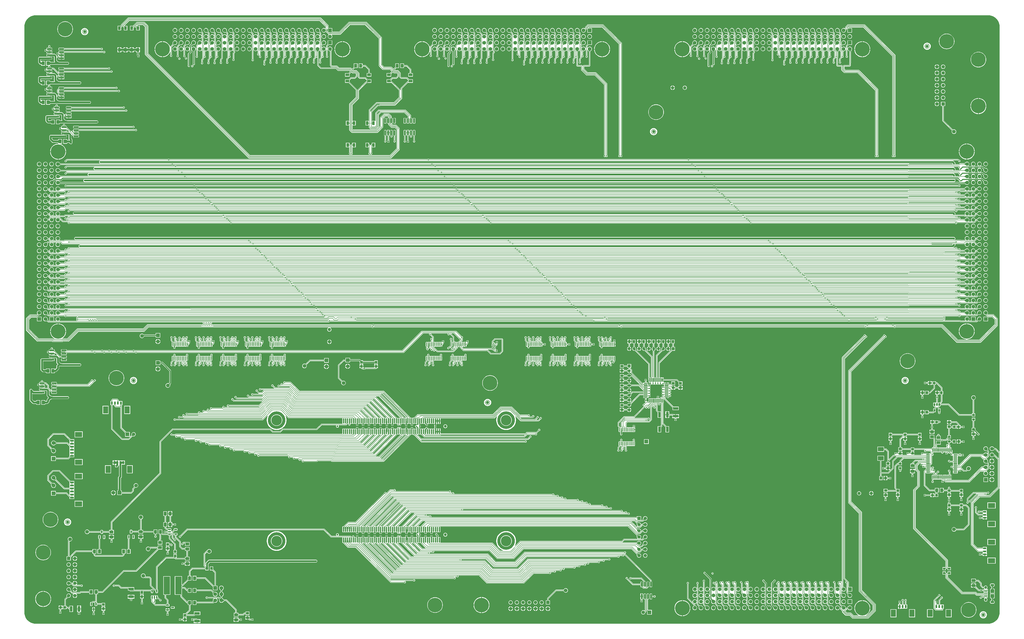
<source format=gtl>
G04*
G04 #@! TF.GenerationSoftware,Altium Limited,Altium Designer,20.0.13 (296)*
G04*
G04 Layer_Physical_Order=1*
G04 Layer_Color=255*
%FSLAX25Y25*%
%MOIN*%
G70*
G01*
G75*
%ADD12C,0.01500*%
%ADD26C,0.00800*%
%ADD29R,0.04724X0.04134*%
%ADD30R,0.03937X0.04331*%
%ADD31R,0.08661X0.04331*%
%ADD32R,0.04331X0.03937*%
%ADD33R,0.09449X0.06693*%
%ADD34R,0.04331X0.05906*%
%ADD35R,0.10200X0.28700*%
G04:AMPARAMS|DCode=36|XSize=47.64mil|YSize=23.23mil|CornerRadius=5.81mil|HoleSize=0mil|Usage=FLASHONLY|Rotation=0.000|XOffset=0mil|YOffset=0mil|HoleType=Round|Shape=RoundedRectangle|*
%AMROUNDEDRECTD36*
21,1,0.04764,0.01161,0,0,0.0*
21,1,0.03602,0.02323,0,0,0.0*
1,1,0.01161,0.01801,-0.00581*
1,1,0.01161,-0.01801,-0.00581*
1,1,0.01161,-0.01801,0.00581*
1,1,0.01161,0.01801,0.00581*
%
%ADD36ROUNDEDRECTD36*%
G04:AMPARAMS|DCode=37|XSize=48.82mil|YSize=23.23mil|CornerRadius=2.9mil|HoleSize=0mil|Usage=FLASHONLY|Rotation=270.000|XOffset=0mil|YOffset=0mil|HoleType=Round|Shape=RoundedRectangle|*
%AMROUNDEDRECTD37*
21,1,0.04882,0.01742,0,0,270.0*
21,1,0.04301,0.02323,0,0,270.0*
1,1,0.00581,-0.00871,-0.02151*
1,1,0.00581,-0.00871,0.02151*
1,1,0.00581,0.00871,0.02151*
1,1,0.00581,0.00871,-0.02151*
%
%ADD37ROUNDEDRECTD37*%
%ADD38R,0.01221X0.02598*%
%ADD39R,0.02559X0.04331*%
G04:AMPARAMS|DCode=40|XSize=61.81mil|YSize=16.14mil|CornerRadius=2.02mil|HoleSize=0mil|Usage=FLASHONLY|Rotation=90.000|XOffset=0mil|YOffset=0mil|HoleType=Round|Shape=RoundedRectangle|*
%AMROUNDEDRECTD40*
21,1,0.06181,0.01211,0,0,90.0*
21,1,0.05778,0.01614,0,0,90.0*
1,1,0.00404,0.00605,0.02889*
1,1,0.00404,0.00605,-0.02889*
1,1,0.00404,-0.00605,-0.02889*
1,1,0.00404,-0.00605,0.02889*
%
%ADD40ROUNDEDRECTD40*%
G04:AMPARAMS|DCode=41|XSize=77.56mil|YSize=23.62mil|CornerRadius=2.95mil|HoleSize=0mil|Usage=FLASHONLY|Rotation=270.000|XOffset=0mil|YOffset=0mil|HoleType=Round|Shape=RoundedRectangle|*
%AMROUNDEDRECTD41*
21,1,0.07756,0.01772,0,0,270.0*
21,1,0.07165,0.02362,0,0,270.0*
1,1,0.00591,-0.00886,-0.03583*
1,1,0.00591,-0.00886,0.03583*
1,1,0.00591,0.00886,0.03583*
1,1,0.00591,0.00886,-0.03583*
%
%ADD41ROUNDEDRECTD41*%
G04:AMPARAMS|DCode=42|XSize=77.56mil|YSize=23.62mil|CornerRadius=2.95mil|HoleSize=0mil|Usage=FLASHONLY|Rotation=180.000|XOffset=0mil|YOffset=0mil|HoleType=Round|Shape=RoundedRectangle|*
%AMROUNDEDRECTD42*
21,1,0.07756,0.01772,0,0,180.0*
21,1,0.07165,0.02362,0,0,180.0*
1,1,0.00591,-0.03583,0.00886*
1,1,0.00591,0.03583,0.00886*
1,1,0.00591,0.03583,-0.00886*
1,1,0.00591,-0.03583,-0.00886*
%
%ADD42ROUNDEDRECTD42*%
%ADD43R,0.05906X0.05118*%
%ADD44R,0.03937X0.03543*%
%ADD45R,0.01181X0.06299*%
%ADD46R,0.06299X0.01181*%
%ADD47R,0.11811X0.08268*%
%ADD48R,0.06299X0.03150*%
%ADD49R,0.03150X0.05118*%
%ADD50R,0.08268X0.11811*%
%ADD51R,0.05118X0.03150*%
%ADD52R,0.02000X0.08000*%
%ADD53R,0.05315X0.01575*%
%ADD54R,0.05906X0.05906*%
%ADD55O,0.01181X0.06496*%
%ADD56O,0.06496X0.01181*%
%ADD57C,0.05118*%
%ADD58R,0.04331X0.08661*%
%ADD59R,0.04724X0.06000*%
%ADD60R,0.04134X0.04724*%
G04:AMPARAMS|DCode=61|XSize=48.82mil|YSize=23.23mil|CornerRadius=2.9mil|HoleSize=0mil|Usage=FLASHONLY|Rotation=0.000|XOffset=0mil|YOffset=0mil|HoleType=Round|Shape=RoundedRectangle|*
%AMROUNDEDRECTD61*
21,1,0.04882,0.01742,0,0,0.0*
21,1,0.04301,0.02323,0,0,0.0*
1,1,0.00581,0.02151,-0.00871*
1,1,0.00581,-0.02151,-0.00871*
1,1,0.00581,-0.02151,0.00871*
1,1,0.00581,0.02151,0.00871*
%
%ADD61ROUNDEDRECTD61*%
%ADD62R,0.06000X0.04724*%
%ADD63R,0.05906X0.04331*%
G04:AMPARAMS|DCode=64|XSize=47.64mil|YSize=23.23mil|CornerRadius=5.81mil|HoleSize=0mil|Usage=FLASHONLY|Rotation=90.000|XOffset=0mil|YOffset=0mil|HoleType=Round|Shape=RoundedRectangle|*
%AMROUNDEDRECTD64*
21,1,0.04764,0.01161,0,0,90.0*
21,1,0.03602,0.02323,0,0,90.0*
1,1,0.01161,0.00581,0.01801*
1,1,0.01161,0.00581,-0.01801*
1,1,0.01161,-0.00581,-0.01801*
1,1,0.01161,-0.00581,0.01801*
%
%ADD64ROUNDEDRECTD64*%
%ADD126C,0.03000*%
%ADD127C,0.05906*%
%ADD128C,0.06024*%
%ADD129R,0.06024X0.06024*%
%ADD130R,0.06319X0.06319*%
%ADD131C,0.06319*%
%ADD132C,0.05394*%
%ADD133R,0.05394X0.05394*%
%ADD134R,0.04799X0.04799*%
%ADD135C,0.04799*%
%ADD136C,0.05197*%
%ADD137R,0.06299X0.06299*%
%ADD138C,0.05504*%
%ADD139R,0.06299X0.06299*%
%ADD140C,0.23622*%
%ADD141C,0.17000*%
%ADD142C,0.03000*%
%ADD143C,0.04598*%
%ADD144O,0.06299X0.03543*%
%ADD145O,0.03740X0.04921*%
%ADD146C,0.06000*%
%ADD147R,0.06000X0.06000*%
%ADD148R,0.05906X0.05906*%
%ADD149R,0.05394X0.05394*%
%ADD150R,0.04799X0.04799*%
%ADD151R,0.06000X0.06000*%
%ADD152C,0.02000*%
G36*
X1557529Y982883D02*
X1559900Y982411D01*
X1562188Y981635D01*
X1564355Y980566D01*
X1566364Y979223D01*
X1568181Y977630D01*
X1569774Y975813D01*
X1571117Y973804D01*
X1572186Y971636D01*
X1572962Y969348D01*
X1573434Y966978D01*
X1573589Y964616D01*
X1573579Y964567D01*
Y279055D01*
X1573117Y278864D01*
X1567723Y284258D01*
X1567359Y284502D01*
X1566929Y284587D01*
X1565840D01*
X1565810Y284590D01*
X1565695Y284617D01*
X1565555Y284672D01*
X1565392Y284759D01*
X1565208Y284880D01*
X1565006Y285039D01*
X1564795Y285230D01*
X1564308Y285750D01*
X1564050Y286063D01*
X1564006Y286100D01*
X1563787Y286385D01*
X1563024Y286971D01*
X1562135Y287339D01*
X1561181Y287465D01*
X1560227Y287339D01*
X1559339Y286971D01*
X1558575Y286385D01*
X1557990Y285622D01*
X1557622Y284733D01*
X1557496Y283780D01*
X1557622Y282826D01*
X1557990Y281937D01*
X1558575Y281174D01*
X1559339Y280588D01*
X1560227Y280220D01*
X1561181Y280095D01*
X1562135Y280220D01*
X1563024Y280588D01*
X1563440Y280908D01*
X1563498Y280937D01*
X1564200Y281487D01*
X1564799Y281900D01*
X1565050Y282051D01*
X1565278Y282172D01*
X1565473Y282259D01*
X1565632Y282315D01*
X1565747Y282341D01*
X1565757Y282342D01*
X1566464D01*
X1572079Y276728D01*
Y268744D01*
X1571617Y268553D01*
X1566127Y274042D01*
X1565763Y274286D01*
X1565334Y274371D01*
X1565226D01*
X1565144Y274387D01*
X1565073Y274410D01*
X1565011Y274441D01*
X1564952Y274482D01*
X1564893Y274537D01*
X1564831Y274611D01*
X1564768Y274709D01*
X1564705Y274834D01*
X1564634Y275013D01*
X1564608Y275054D01*
X1564373Y275622D01*
X1563787Y276385D01*
X1563024Y276971D01*
X1562135Y277339D01*
X1561181Y277465D01*
X1560227Y277339D01*
X1559339Y276971D01*
X1558575Y276385D01*
X1557990Y275622D01*
X1557622Y274733D01*
X1557496Y273780D01*
X1557622Y272826D01*
X1557990Y271937D01*
X1558575Y271174D01*
X1559339Y270588D01*
X1560227Y270220D01*
X1561181Y270094D01*
X1562135Y270220D01*
X1563024Y270588D01*
X1563787Y271174D01*
X1563952Y271389D01*
X1563979Y271409D01*
X1564125Y271573D01*
X1564256Y271699D01*
X1564386Y271807D01*
X1564516Y271897D01*
X1564646Y271971D01*
X1564776Y272030D01*
X1564908Y272075D01*
X1564918Y272077D01*
X1570578Y266417D01*
Y222738D01*
X1556781Y208941D01*
X1552167D01*
X1551905Y209441D01*
X1552137Y209788D01*
X1552269Y210452D01*
X1552165Y210976D01*
X1552452Y211476D01*
X1553713D01*
X1553745Y211471D01*
X1553778Y211463D01*
X1553806Y211454D01*
X1553828Y211444D01*
X1553846Y211435D01*
X1553853Y211430D01*
X1553892Y211372D01*
X1554455Y210996D01*
X1555118Y210864D01*
X1555782Y210996D01*
X1556344Y211372D01*
X1556720Y211935D01*
X1556852Y212598D01*
X1556720Y213262D01*
X1556344Y213825D01*
X1555782Y214201D01*
X1555118Y214333D01*
X1554455Y214201D01*
X1553892Y213825D01*
X1553853Y213767D01*
X1553847Y213762D01*
X1553828Y213753D01*
X1553806Y213743D01*
X1553778Y213734D01*
X1553745Y213726D01*
X1553713Y213721D01*
X1531496D01*
X1531067Y213635D01*
X1530702Y213392D01*
X1521094Y203784D01*
X1520851Y203420D01*
X1520766Y202990D01*
Y198256D01*
X1520760Y198224D01*
X1520752Y198190D01*
X1520743Y198163D01*
X1520734Y198141D01*
X1520724Y198122D01*
X1520720Y198115D01*
X1520662Y198077D01*
X1520286Y197514D01*
X1520154Y196850D01*
X1520286Y196187D01*
X1520662Y195624D01*
X1521224Y195248D01*
X1521888Y195116D01*
X1522552Y195248D01*
X1523114Y195624D01*
X1523490Y196187D01*
X1523622Y196850D01*
X1523490Y197514D01*
X1523114Y198077D01*
X1523056Y198115D01*
X1523052Y198122D01*
X1523042Y198141D01*
X1523033Y198163D01*
X1523024Y198190D01*
X1523016Y198224D01*
X1523010Y198256D01*
Y202525D01*
X1531961Y211476D01*
X1535953D01*
X1536160Y210976D01*
X1525897Y200713D01*
X1525875Y200698D01*
X1525853Y200685D01*
X1525836Y200677D01*
X1525823Y200672D01*
X1525813Y200670D01*
X1525805Y200669D01*
X1525795Y200668D01*
X1525749Y200671D01*
X1525737Y200670D01*
X1525593Y200698D01*
X1524929Y200567D01*
X1524366Y200191D01*
X1523991Y199628D01*
X1523859Y198964D01*
X1523991Y198301D01*
X1524366Y197738D01*
X1524929Y197362D01*
X1525593Y197230D01*
X1526256Y197362D01*
X1526819Y197738D01*
X1527195Y198301D01*
X1527281Y198732D01*
X1527297Y198780D01*
X1527304Y198835D01*
X1527310Y198863D01*
X1527318Y198890D01*
X1527329Y198919D01*
X1527343Y198950D01*
X1527362Y198983D01*
X1527385Y199018D01*
X1527407Y199048D01*
X1537688Y209329D01*
X1538751D01*
X1538804Y209250D01*
X1538733Y208612D01*
X1527453Y197332D01*
X1527209Y196967D01*
X1527124Y196538D01*
Y129050D01*
X1527209Y128621D01*
X1527453Y128257D01*
X1538393Y117317D01*
X1538757Y117073D01*
X1539186Y116988D01*
X1546091D01*
X1546445Y116634D01*
Y116140D01*
X1546146Y115764D01*
X1546146Y115459D01*
Y114311D01*
X1543781D01*
X1543568Y114631D01*
X1542906Y115073D01*
X1542626Y115129D01*
Y113189D01*
Y111249D01*
X1542906Y111305D01*
X1543568Y111747D01*
X1543781Y112067D01*
X1546146D01*
Y110614D01*
X1549205D01*
Y113189D01*
X1549705D01*
Y113689D01*
X1553264D01*
Y115459D01*
X1553264Y115764D01*
X1552965Y116140D01*
Y120386D01*
X1552965D01*
Y120756D01*
X1552965D01*
Y125307D01*
X1546445D01*
Y124154D01*
X1537667D01*
X1531446Y130376D01*
Y195213D01*
X1541428Y205195D01*
X1557867D01*
X1558297Y205281D01*
X1558661Y205524D01*
X1573117Y219980D01*
X1573579Y219789D01*
Y19685D01*
X1573589Y19636D01*
X1573434Y17274D01*
X1572962Y14904D01*
X1572186Y12615D01*
X1571117Y10448D01*
X1569774Y8439D01*
X1568181Y6622D01*
X1566364Y5029D01*
X1564355Y3686D01*
X1562188Y2617D01*
X1559900Y1841D01*
X1557529Y1369D01*
X1555167Y1214D01*
X1555118Y1224D01*
X19685D01*
X19636Y1214D01*
X17274Y1369D01*
X14904Y1841D01*
X12615Y2617D01*
X10448Y3686D01*
X8439Y5029D01*
X6622Y6622D01*
X5029Y8439D01*
X3686Y10448D01*
X2617Y12615D01*
X1841Y14904D01*
X1369Y17274D01*
X1214Y19636D01*
X1224Y19685D01*
Y964567D01*
X1214Y964616D01*
X1369Y966978D01*
X1841Y969348D01*
X2617Y971636D01*
X3686Y973804D01*
X5029Y975813D01*
X6622Y977630D01*
X8439Y979223D01*
X10448Y980566D01*
X12615Y981635D01*
X14904Y982411D01*
X17274Y982883D01*
X19636Y983037D01*
X19685Y983028D01*
X19685Y983028D01*
X1555118D01*
X1555167Y983037D01*
X1557529Y982883D01*
D02*
G37*
G36*
X1563770Y285278D02*
X1564294Y284720D01*
X1564545Y284493D01*
X1564789Y284301D01*
X1565026Y284144D01*
X1565256Y284022D01*
X1565479Y283934D01*
X1565695Y283882D01*
X1565904Y283865D01*
X1565818Y283065D01*
X1565635Y283049D01*
X1565433Y283002D01*
X1565209Y282924D01*
X1564964Y282814D01*
X1564698Y282673D01*
X1564412Y282501D01*
X1563776Y282063D01*
X1563057Y281500D01*
X1563498Y285610D01*
X1563770Y285278D01*
D02*
G37*
G36*
X1564052Y274541D02*
X1564147Y274354D01*
X1564254Y274188D01*
X1564372Y274045D01*
X1564503Y273924D01*
X1564645Y273825D01*
X1564799Y273748D01*
X1564966Y273693D01*
X1565144Y273660D01*
X1565334Y273649D01*
Y272849D01*
X1565120Y272839D01*
X1564912Y272810D01*
X1564709Y272762D01*
X1564513Y272695D01*
X1564321Y272608D01*
X1564135Y272502D01*
X1563955Y272377D01*
X1563780Y272232D01*
X1563610Y272069D01*
X1563446Y271885D01*
X1563970Y274750D01*
X1564052Y274541D01*
D02*
G37*
G36*
X1554404Y211898D02*
X1554343Y211955D01*
X1554278Y212006D01*
X1554208Y212051D01*
X1554134Y212090D01*
X1554056Y212123D01*
X1553974Y212150D01*
X1553887Y212171D01*
X1553796Y212186D01*
X1553701Y212195D01*
X1553602Y212198D01*
Y212998D01*
X1553701Y213001D01*
X1553796Y213010D01*
X1553887Y213025D01*
X1553974Y213046D01*
X1554056Y213073D01*
X1554134Y213106D01*
X1554208Y213145D01*
X1554278Y213190D01*
X1554343Y213241D01*
X1554404Y213298D01*
Y211898D01*
D02*
G37*
G36*
X1549821Y209752D02*
X1549760Y209809D01*
X1549695Y209860D01*
X1549625Y209905D01*
X1549552Y209944D01*
X1549474Y209977D01*
X1549391Y210004D01*
X1549305Y210025D01*
X1549214Y210040D01*
X1549118Y210049D01*
X1549019Y210052D01*
Y210852D01*
X1549118Y210855D01*
X1549214Y210864D01*
X1549305Y210879D01*
X1549391Y210900D01*
X1549474Y210927D01*
X1549552Y210960D01*
X1549625Y210999D01*
X1549695Y211044D01*
X1549760Y211095D01*
X1549821Y211152D01*
Y209752D01*
D02*
G37*
G36*
X1526983Y199646D02*
X1526915Y199574D01*
X1526853Y199501D01*
X1526798Y199427D01*
X1526749Y199351D01*
X1526706Y199274D01*
X1526670Y199197D01*
X1526640Y199117D01*
X1526616Y199037D01*
X1526599Y198956D01*
X1526589Y198873D01*
X1525704Y199958D01*
X1525786Y199953D01*
X1525867Y199956D01*
X1525948Y199967D01*
X1526027Y199987D01*
X1526105Y200014D01*
X1526182Y200050D01*
X1526258Y200094D01*
X1526333Y200146D01*
X1526408Y200206D01*
X1526481Y200275D01*
X1526983Y199646D01*
D02*
G37*
G36*
X1522291Y198267D02*
X1522300Y198172D01*
X1522315Y198081D01*
X1522336Y197994D01*
X1522363Y197912D01*
X1522396Y197834D01*
X1522435Y197760D01*
X1522480Y197691D01*
X1522531Y197626D01*
X1522588Y197564D01*
X1521188D01*
X1521245Y197626D01*
X1521296Y197691D01*
X1521341Y197760D01*
X1521380Y197834D01*
X1521413Y197912D01*
X1521440Y197994D01*
X1521461Y198081D01*
X1521476Y198172D01*
X1521485Y198267D01*
X1521488Y198367D01*
X1522288D01*
X1522291Y198267D01*
D02*
G37*
G36*
X1547170Y122231D02*
X1547161Y122308D01*
X1547137Y122376D01*
X1547097Y122435D01*
X1547040Y122487D01*
X1546967Y122531D01*
X1546877Y122567D01*
X1546772Y122596D01*
X1546650Y122616D01*
X1546512Y122627D01*
X1546358Y122632D01*
Y123432D01*
X1546512Y123435D01*
X1546650Y123448D01*
X1546772Y123468D01*
X1546877Y123495D01*
X1546967Y123531D01*
X1547040Y123575D01*
X1547097Y123627D01*
X1547137Y123688D01*
X1547161Y123756D01*
X1547170Y123831D01*
Y122231D01*
D02*
G37*
G36*
Y117310D02*
X1547161Y117386D01*
X1547137Y117454D01*
X1547097Y117514D01*
X1547040Y117566D01*
X1546967Y117610D01*
X1546877Y117646D01*
X1546772Y117674D01*
X1546650Y117694D01*
X1546512Y117706D01*
X1546358Y117710D01*
Y118510D01*
X1546512Y118514D01*
X1546650Y118526D01*
X1546772Y118546D01*
X1546877Y118574D01*
X1546967Y118610D01*
X1547040Y118654D01*
X1547097Y118706D01*
X1547137Y118766D01*
X1547161Y118834D01*
X1547170Y118910D01*
Y117310D01*
D02*
G37*
G36*
X1542901Y113832D02*
X1542966Y113781D01*
X1543036Y113736D01*
X1543110Y113697D01*
X1543188Y113664D01*
X1543270Y113637D01*
X1543357Y113616D01*
X1543448Y113601D01*
X1543543Y113592D01*
X1543643Y113589D01*
Y112789D01*
X1543543Y112786D01*
X1543448Y112777D01*
X1543357Y112762D01*
X1543270Y112741D01*
X1543188Y112714D01*
X1543110Y112681D01*
X1543036Y112642D01*
X1542966Y112597D01*
X1542901Y112546D01*
X1542840Y112489D01*
Y113889D01*
X1542901Y113832D01*
D02*
G37*
G36*
X1547170Y112389D02*
X1547161Y112465D01*
X1547137Y112533D01*
X1547097Y112593D01*
X1547040Y112645D01*
X1546967Y112689D01*
X1546877Y112725D01*
X1546772Y112753D01*
X1546650Y112773D01*
X1546512Y112785D01*
X1546358Y112789D01*
Y113589D01*
X1546512Y113593D01*
X1546650Y113605D01*
X1546772Y113625D01*
X1546877Y113653D01*
X1546967Y113689D01*
X1547040Y113733D01*
X1547097Y113785D01*
X1547137Y113845D01*
X1547161Y113913D01*
X1547170Y113989D01*
Y112389D01*
D02*
G37*
%LPC*%
G36*
X478643Y979195D02*
X168719D01*
X168289Y979110D01*
X167925Y978867D01*
X157098Y968039D01*
X156854Y967675D01*
X156769Y967245D01*
Y966077D01*
X156057D01*
X156057Y966077D01*
X155948Y966055D01*
X151425D01*
Y958748D01*
X157158D01*
Y963832D01*
X157423D01*
X157852Y963917D01*
X158216Y964161D01*
X158685Y964629D01*
X158928Y964993D01*
X159014Y965423D01*
Y966781D01*
X169184Y976951D01*
X478178D01*
X489293Y965835D01*
Y961840D01*
X489379Y961411D01*
X489622Y961047D01*
X490091Y960578D01*
X490362Y960397D01*
Y957251D01*
X489900Y957059D01*
X488324Y958636D01*
X488200Y958719D01*
X488099Y959306D01*
X488109Y959335D01*
X488409Y959635D01*
X488653Y959999D01*
X488738Y960429D01*
Y965140D01*
X488653Y965570D01*
X488409Y965934D01*
X478277Y976067D01*
X477913Y976310D01*
X477483Y976395D01*
X169879D01*
X169449Y976310D01*
X169085Y976067D01*
X159898Y966879D01*
X159654Y966515D01*
X159569Y966086D01*
Y965423D01*
X159654Y964993D01*
X159898Y964629D01*
X160366Y964161D01*
X160731Y963917D01*
X161160Y963832D01*
X161425D01*
Y958748D01*
X167157D01*
Y966055D01*
X162955D01*
X162748Y966555D01*
X170343Y974151D01*
X477018D01*
X486493Y964675D01*
Y962088D01*
X486045Y961867D01*
X485858Y962010D01*
X484970Y962378D01*
X484016Y962504D01*
X483062Y962378D01*
X482173Y962010D01*
X481410Y961425D01*
X480824Y960661D01*
X480456Y959773D01*
X480331Y958819D01*
X480456Y957865D01*
X480824Y956976D01*
X481410Y956213D01*
X482173Y955628D01*
X483062Y955259D01*
X484016Y955134D01*
X484970Y955259D01*
X485858Y955628D01*
X486622Y956213D01*
X486733Y956359D01*
X487313Y956436D01*
X487378Y956408D01*
X491591Y952194D01*
X491644Y951604D01*
X491410Y951425D01*
X490824Y950661D01*
X490456Y949773D01*
X490331Y948819D01*
X490456Y947865D01*
X490824Y946976D01*
X491410Y946213D01*
X492173Y945627D01*
X493062Y945259D01*
X494016Y945134D01*
X494970Y945259D01*
X495858Y945627D01*
X496622Y946213D01*
X497207Y946976D01*
X497575Y947865D01*
X497701Y948819D01*
X497575Y949773D01*
X497207Y950661D01*
X496755Y951250D01*
X496982Y951750D01*
X510100D01*
X510530Y951836D01*
X510894Y952079D01*
X526196Y967382D01*
X550693D01*
X558988Y959087D01*
X558989Y959087D01*
X567103Y950972D01*
X567103Y950972D01*
X572506Y945569D01*
Y902041D01*
X572592Y901611D01*
X572835Y901247D01*
X573655Y900427D01*
X578724Y895358D01*
X579088Y895115D01*
X579517Y895030D01*
X590872D01*
X592972Y892930D01*
Y892245D01*
X592964Y892178D01*
X592947Y892086D01*
X592922Y891998D01*
X592892Y891915D01*
X592854Y891834D01*
X592810Y891755D01*
X592757Y891677D01*
X592715Y891625D01*
X591065Y889975D01*
X590934Y889853D01*
X590830Y889769D01*
X590811Y889756D01*
X585126D01*
Y884024D01*
X592433D01*
Y888134D01*
X592441Y888145D01*
X592621Y888356D01*
X595355Y891091D01*
X596898Y889548D01*
X597262Y889305D01*
X597692Y889219D01*
X601758D01*
X602957Y888021D01*
Y885472D01*
X600497Y883012D01*
X594567D01*
X594137Y882927D01*
X593773Y882683D01*
X591065Y879975D01*
X590934Y879853D01*
X590830Y879769D01*
X590811Y879756D01*
X585126D01*
Y874024D01*
X592433D01*
Y874024D01*
X592853Y874197D01*
X605177Y861874D01*
Y850859D01*
X600415Y846096D01*
X600415Y846096D01*
X596823Y842505D01*
X568887D01*
X568457Y842420D01*
X568093Y842176D01*
X556861Y830945D01*
X556618Y830581D01*
X556533Y830151D01*
Y812512D01*
X551189D01*
Y805205D01*
X556533D01*
Y802458D01*
X556618Y802029D01*
X556861Y801665D01*
X558970Y799556D01*
X559335Y799313D01*
X559764Y799227D01*
X568089D01*
X568518Y799313D01*
X568883Y799556D01*
X572113Y802787D01*
X572357Y803151D01*
X572442Y803580D01*
Y822309D01*
X575782Y825649D01*
X613708D01*
X619525Y819833D01*
Y817472D01*
X618661D01*
X618273Y817395D01*
X617943Y817175D01*
X617723Y816845D01*
X617646Y816457D01*
Y809291D01*
X617723Y808903D01*
X617943Y808573D01*
X618273Y808353D01*
X618661Y808276D01*
X620433D01*
X620822Y808353D01*
X621151Y808573D01*
X621371Y808903D01*
X621449Y809291D01*
Y815889D01*
X621684Y816241D01*
X621770Y816671D01*
Y820298D01*
X621684Y820727D01*
X621441Y821091D01*
X614967Y827565D01*
X614603Y827809D01*
X614173Y827894D01*
X575317D01*
X574887Y827809D01*
X574523Y827565D01*
X570526Y823568D01*
X570283Y823204D01*
X570197Y822774D01*
Y804045D01*
X567624Y801472D01*
X560229D01*
X558778Y802923D01*
Y808390D01*
X558692Y808819D01*
X558666Y808858D01*
X558692Y808897D01*
X558778Y809327D01*
Y829686D01*
X569351Y840260D01*
X597288D01*
X597718Y840346D01*
X598082Y840589D01*
X602002Y844509D01*
X602002Y844509D01*
X607093Y849600D01*
X607336Y849964D01*
X607422Y850394D01*
Y862339D01*
X607336Y862768D01*
X607093Y863132D01*
X607093Y863132D01*
X593257Y876968D01*
X592893Y877211D01*
X592464Y877296D01*
X592433D01*
Y878134D01*
X592441Y878145D01*
X592621Y878356D01*
X595032Y880767D01*
X600962D01*
X601392Y880853D01*
X601756Y881096D01*
X604873Y884213D01*
X605116Y884577D01*
X605201Y885007D01*
Y888485D01*
X605116Y888915D01*
X604873Y889279D01*
X603017Y891135D01*
X602653Y891378D01*
X602223Y891464D01*
X598156D01*
X596480Y893140D01*
X596116Y893384D01*
X595686Y893469D01*
X595201D01*
X595131Y893824D01*
X594888Y894188D01*
X592130Y896945D01*
X591766Y897189D01*
X591337Y897274D01*
X579982D01*
X574751Y902505D01*
Y946034D01*
X574666Y946463D01*
X574422Y946827D01*
X568690Y952560D01*
X568690Y952560D01*
X560576Y960674D01*
X560576Y960674D01*
X551952Y969298D01*
X551588Y969541D01*
X551158Y969626D01*
X525732D01*
X525732Y969626D01*
X525302Y969541D01*
X524938Y969298D01*
X524938Y969298D01*
X509635Y953995D01*
X492965D01*
X492256Y954703D01*
X492448Y955165D01*
X495957D01*
X496243Y954879D01*
X496608Y954636D01*
X497037Y954550D01*
X508940D01*
X509370Y954636D01*
X509734Y954879D01*
X525037Y970182D01*
X551853D01*
X561788Y960246D01*
X561789Y960246D01*
X570073Y951962D01*
X575306Y946728D01*
Y903200D01*
X575392Y902771D01*
X575635Y902407D01*
X579884Y898158D01*
X580248Y897915D01*
X580677Y897830D01*
X592031D01*
X595280Y894581D01*
X595644Y894337D01*
X596074Y894252D01*
X596559D01*
X596629Y893897D01*
X596873Y893533D01*
X598058Y892348D01*
X598422Y892105D01*
X598851Y892019D01*
X598851Y892019D01*
X602918D01*
X605757Y889180D01*
Y883847D01*
X605842Y883417D01*
X606085Y883053D01*
X608043Y881096D01*
X608407Y880853D01*
X608836Y880767D01*
X608836Y880767D01*
X617567D01*
X619942Y878392D01*
X620065Y878259D01*
X620147Y878157D01*
X620165Y878131D01*
Y877920D01*
X620164Y877912D01*
X620165Y877903D01*
Y877429D01*
X620135D01*
X619705Y877343D01*
X619341Y877100D01*
X608306Y866064D01*
X608062Y865700D01*
X607977Y865271D01*
Y849699D01*
X600601Y842323D01*
X600601Y842323D01*
X597983Y839705D01*
X574848D01*
X574419Y839620D01*
X574055Y839376D01*
X573437Y838758D01*
X570817D01*
X570817Y838758D01*
X570387Y838673D01*
X570023Y838430D01*
X559661Y828068D01*
X559418Y827704D01*
X559333Y827275D01*
Y809327D01*
X559418Y808897D01*
X559444Y808858D01*
X559418Y808819D01*
X559333Y808390D01*
Y803618D01*
X559418Y803189D01*
X559661Y802825D01*
X560130Y802356D01*
X560494Y802113D01*
X560924Y802027D01*
X566929D01*
X567359Y802113D01*
X567723Y802356D01*
X569313Y803946D01*
X569557Y804311D01*
X569642Y804740D01*
Y825186D01*
X572905Y828449D01*
X614868D01*
X622325Y820992D01*
Y816671D01*
X622410Y816241D01*
X622646Y815889D01*
Y809291D01*
X622723Y808903D01*
X622943Y808573D01*
X623273Y808353D01*
X623661Y808276D01*
X625433D01*
X625822Y808353D01*
X626151Y808573D01*
X626371Y808903D01*
X626449Y809291D01*
Y816457D01*
X626371Y816845D01*
X626151Y817175D01*
X625822Y817395D01*
X625433Y817472D01*
X624570D01*
Y821457D01*
X624570Y821457D01*
X624484Y821887D01*
X624241Y822251D01*
X616127Y830365D01*
X615763Y830609D01*
X615333Y830694D01*
X572440D01*
X572011Y830609D01*
X571646Y830365D01*
X567726Y826445D01*
X567483Y826081D01*
X567397Y825651D01*
Y812570D01*
X566921Y812512D01*
Y812512D01*
X561578D01*
Y826810D01*
X571282Y836514D01*
X573902D01*
X574331Y836599D01*
X574695Y836842D01*
X575313Y837460D01*
X598448D01*
X598877Y837546D01*
X599242Y837789D01*
X602189Y840736D01*
X602189Y840736D01*
X609893Y848440D01*
X610136Y848804D01*
X610222Y849234D01*
X610222Y849234D01*
Y864806D01*
X619703Y874288D01*
X620165Y874096D01*
Y874024D01*
X627472D01*
Y879756D01*
X622018D01*
X622010Y879758D01*
X622001Y879756D01*
X621791D01*
X621772Y879769D01*
X621562Y879947D01*
X618825Y882683D01*
X618461Y882927D01*
X618032Y883012D01*
X609301D01*
X608002Y884312D01*
Y889645D01*
X607916Y890075D01*
X607673Y890439D01*
X607673Y890439D01*
X604176Y893935D01*
X603812Y894178D01*
X603383Y894264D01*
X599316D01*
X598789Y894791D01*
Y895476D01*
X598796Y895543D01*
X598814Y895635D01*
X598838Y895723D01*
X598869Y895806D01*
X598906Y895887D01*
X598951Y895966D01*
X599004Y896044D01*
X599045Y896096D01*
X600600Y897651D01*
X600733Y897774D01*
X600835Y897855D01*
X600862Y897874D01*
X601072D01*
X601080Y897872D01*
X601089Y897874D01*
X605362D01*
Y905276D01*
X599236D01*
Y899727D01*
X599234Y899718D01*
X599236Y899710D01*
Y899499D01*
X599223Y899481D01*
X599045Y899271D01*
X596405Y896630D01*
X593290Y899745D01*
X592926Y899989D01*
X592496Y900074D01*
X581142D01*
X577551Y903665D01*
Y947193D01*
X577466Y947623D01*
X577222Y947987D01*
X577222Y947987D01*
X571660Y953549D01*
X563376Y961834D01*
X563376Y961834D01*
X553112Y972098D01*
X552748Y972341D01*
X552318Y972426D01*
X524572D01*
X524572Y972426D01*
X524142Y972341D01*
X523778Y972098D01*
X523778Y972097D01*
X508475Y956795D01*
X497669D01*
Y962472D01*
X491572D01*
X491538Y962479D01*
Y966300D01*
X491453Y966730D01*
X491209Y967094D01*
X479436Y978867D01*
X479072Y979110D01*
X478643Y979195D01*
D02*
G37*
G36*
X1192047Y962504D02*
X1191094Y962378D01*
X1190205Y962010D01*
X1189441Y961425D01*
X1188856Y960661D01*
X1188488Y959773D01*
X1188362Y958819D01*
X1188488Y957865D01*
X1188856Y956976D01*
X1189441Y956213D01*
X1190205Y955628D01*
X1191094Y955259D01*
X1192047Y955134D01*
X1193001Y955259D01*
X1193890Y955628D01*
X1194653Y956213D01*
X1195239Y956976D01*
X1195607Y957865D01*
X1195732Y958819D01*
X1195607Y959773D01*
X1195239Y960661D01*
X1194653Y961425D01*
X1193890Y962010D01*
X1193001Y962378D01*
X1192047Y962504D01*
D02*
G37*
G36*
X1182047D02*
X1181094Y962378D01*
X1180205Y962010D01*
X1179442Y961425D01*
X1178856Y960661D01*
X1178488Y959773D01*
X1178362Y958819D01*
X1178488Y957865D01*
X1178856Y956976D01*
X1179442Y956213D01*
X1180205Y955628D01*
X1181094Y955259D01*
X1182047Y955134D01*
X1183001Y955259D01*
X1183890Y955628D01*
X1184653Y956213D01*
X1185239Y956976D01*
X1185607Y957865D01*
X1185732Y958819D01*
X1185607Y959773D01*
X1185239Y960661D01*
X1184653Y961425D01*
X1183890Y962010D01*
X1183001Y962378D01*
X1182047Y962504D01*
D02*
G37*
G36*
X1112047D02*
X1111094Y962378D01*
X1110205Y962010D01*
X1109441Y961425D01*
X1108856Y960661D01*
X1108488Y959773D01*
X1108362Y958819D01*
X1108488Y957865D01*
X1108856Y956976D01*
X1109441Y956213D01*
X1110205Y955628D01*
X1111094Y955259D01*
X1112047Y955134D01*
X1113001Y955259D01*
X1113890Y955628D01*
X1114653Y956213D01*
X1115239Y956976D01*
X1115607Y957865D01*
X1115732Y958819D01*
X1115607Y959773D01*
X1115239Y960661D01*
X1114653Y961425D01*
X1113890Y962010D01*
X1113001Y962378D01*
X1112047Y962504D01*
D02*
G37*
G36*
X1102047D02*
X1101093Y962378D01*
X1100205Y962010D01*
X1099442Y961425D01*
X1098856Y960661D01*
X1098488Y959773D01*
X1098362Y958819D01*
X1098488Y957865D01*
X1098856Y956976D01*
X1099442Y956213D01*
X1100205Y955628D01*
X1101093Y955259D01*
X1102047Y955134D01*
X1103001Y955259D01*
X1103890Y955628D01*
X1104653Y956213D01*
X1105239Y956976D01*
X1105607Y957865D01*
X1105732Y958819D01*
X1105607Y959773D01*
X1105239Y960661D01*
X1104653Y961425D01*
X1103890Y962010D01*
X1103001Y962378D01*
X1102047Y962504D01*
D02*
G37*
G36*
X1092047D02*
X1091094Y962378D01*
X1090205Y962010D01*
X1089441Y961425D01*
X1088856Y960661D01*
X1088488Y959773D01*
X1088362Y958819D01*
X1088488Y957865D01*
X1088856Y956976D01*
X1089441Y956213D01*
X1090205Y955628D01*
X1091094Y955259D01*
X1092047Y955134D01*
X1093001Y955259D01*
X1093890Y955628D01*
X1094653Y956213D01*
X1095239Y956976D01*
X1095607Y957865D01*
X1095732Y958819D01*
X1095607Y959773D01*
X1095239Y960661D01*
X1094653Y961425D01*
X1093890Y962010D01*
X1093001Y962378D01*
X1092047Y962504D01*
D02*
G37*
G36*
X1082047D02*
X1081094Y962378D01*
X1080205Y962010D01*
X1079442Y961425D01*
X1078856Y960661D01*
X1078488Y959773D01*
X1078362Y958819D01*
X1078488Y957865D01*
X1078856Y956976D01*
X1079442Y956213D01*
X1080205Y955628D01*
X1081094Y955259D01*
X1082047Y955134D01*
X1083001Y955259D01*
X1083890Y955628D01*
X1084653Y956213D01*
X1085239Y956976D01*
X1085607Y957865D01*
X1085732Y958819D01*
X1085607Y959773D01*
X1085239Y960661D01*
X1084653Y961425D01*
X1083890Y962010D01*
X1083001Y962378D01*
X1082047Y962504D01*
D02*
G37*
G36*
X772598D02*
X771645Y962378D01*
X770756Y962010D01*
X769993Y961425D01*
X769407Y960661D01*
X769039Y959773D01*
X768913Y958819D01*
X769039Y957865D01*
X769407Y956976D01*
X769993Y956213D01*
X770756Y955628D01*
X771645Y955259D01*
X772598Y955134D01*
X773552Y955259D01*
X774441Y955628D01*
X775204Y956213D01*
X775790Y956976D01*
X776158Y957865D01*
X776284Y958819D01*
X776158Y959773D01*
X775790Y960661D01*
X775204Y961425D01*
X774441Y962010D01*
X773552Y962378D01*
X772598Y962504D01*
D02*
G37*
G36*
X762598D02*
X761645Y962378D01*
X760756Y962010D01*
X759993Y961425D01*
X759407Y960661D01*
X759039Y959773D01*
X758913Y958819D01*
X759039Y957865D01*
X759407Y956976D01*
X759993Y956213D01*
X760756Y955628D01*
X761645Y955259D01*
X762598Y955134D01*
X763552Y955259D01*
X764441Y955628D01*
X765204Y956213D01*
X765790Y956976D01*
X766158Y957865D01*
X766284Y958819D01*
X766158Y959773D01*
X765790Y960661D01*
X765204Y961425D01*
X764441Y962010D01*
X763552Y962378D01*
X762598Y962504D01*
D02*
G37*
G36*
X692598D02*
X691645Y962378D01*
X690756Y962010D01*
X689993Y961425D01*
X689407Y960661D01*
X689039Y959773D01*
X688913Y958819D01*
X689039Y957865D01*
X689407Y956976D01*
X689993Y956213D01*
X690756Y955628D01*
X691645Y955259D01*
X692598Y955134D01*
X693552Y955259D01*
X694441Y955628D01*
X695204Y956213D01*
X695790Y956976D01*
X696158Y957865D01*
X696283Y958819D01*
X696158Y959773D01*
X695790Y960661D01*
X695204Y961425D01*
X694441Y962010D01*
X693552Y962378D01*
X692598Y962504D01*
D02*
G37*
G36*
X682598D02*
X681645Y962378D01*
X680756Y962010D01*
X679993Y961425D01*
X679407Y960661D01*
X679039Y959773D01*
X678913Y958819D01*
X679039Y957865D01*
X679407Y956976D01*
X679993Y956213D01*
X680756Y955628D01*
X681645Y955259D01*
X682598Y955134D01*
X683552Y955259D01*
X684441Y955628D01*
X685204Y956213D01*
X685790Y956976D01*
X686158Y957865D01*
X686283Y958819D01*
X686158Y959773D01*
X685790Y960661D01*
X685204Y961425D01*
X684441Y962010D01*
X683552Y962378D01*
X682598Y962504D01*
D02*
G37*
G36*
X672598D02*
X671645Y962378D01*
X670756Y962010D01*
X669993Y961425D01*
X669407Y960661D01*
X669039Y959773D01*
X668913Y958819D01*
X669039Y957865D01*
X669407Y956976D01*
X669993Y956213D01*
X670756Y955628D01*
X671645Y955259D01*
X672598Y955134D01*
X673552Y955259D01*
X674441Y955628D01*
X675204Y956213D01*
X675790Y956976D01*
X676158Y957865D01*
X676284Y958819D01*
X676158Y959773D01*
X675790Y960661D01*
X675204Y961425D01*
X674441Y962010D01*
X673552Y962378D01*
X672598Y962504D01*
D02*
G37*
G36*
X662598D02*
X661645Y962378D01*
X660756Y962010D01*
X659993Y961425D01*
X659407Y960661D01*
X659039Y959773D01*
X658913Y958819D01*
X659039Y957865D01*
X659407Y956976D01*
X659993Y956213D01*
X660756Y955628D01*
X661645Y955259D01*
X662598Y955134D01*
X663552Y955259D01*
X664441Y955628D01*
X665204Y956213D01*
X665790Y956976D01*
X666158Y957865D01*
X666284Y958819D01*
X666158Y959773D01*
X665790Y960661D01*
X665204Y961425D01*
X664441Y962010D01*
X663552Y962378D01*
X662598Y962504D01*
D02*
G37*
G36*
X354016D02*
X353062Y962378D01*
X352173Y962010D01*
X351410Y961425D01*
X350824Y960661D01*
X350456Y959773D01*
X350331Y958819D01*
X350456Y957865D01*
X350824Y956976D01*
X351410Y956213D01*
X352173Y955628D01*
X353062Y955259D01*
X354016Y955134D01*
X354970Y955259D01*
X355858Y955628D01*
X356622Y956213D01*
X357207Y956976D01*
X357575Y957865D01*
X357701Y958819D01*
X357575Y959773D01*
X357207Y960661D01*
X356622Y961425D01*
X355858Y962010D01*
X354970Y962378D01*
X354016Y962504D01*
D02*
G37*
G36*
X344016D02*
X343062Y962378D01*
X342173Y962010D01*
X341410Y961425D01*
X340824Y960661D01*
X340456Y959773D01*
X340331Y958819D01*
X340456Y957865D01*
X340824Y956976D01*
X341410Y956213D01*
X342173Y955628D01*
X343062Y955259D01*
X344016Y955134D01*
X344970Y955259D01*
X345858Y955628D01*
X346621Y956213D01*
X347207Y956976D01*
X347575Y957865D01*
X347701Y958819D01*
X347575Y959773D01*
X347207Y960661D01*
X346621Y961425D01*
X345858Y962010D01*
X344970Y962378D01*
X344016Y962504D01*
D02*
G37*
G36*
X274016D02*
X273062Y962378D01*
X272173Y962010D01*
X271410Y961425D01*
X270824Y960661D01*
X270456Y959773D01*
X270331Y958819D01*
X270456Y957865D01*
X270824Y956976D01*
X271410Y956213D01*
X272173Y955628D01*
X273062Y955259D01*
X274016Y955134D01*
X274970Y955259D01*
X275858Y955628D01*
X276622Y956213D01*
X277207Y956976D01*
X277575Y957865D01*
X277701Y958819D01*
X277575Y959773D01*
X277207Y960661D01*
X276622Y961425D01*
X275858Y962010D01*
X274970Y962378D01*
X274016Y962504D01*
D02*
G37*
G36*
X264016D02*
X263062Y962378D01*
X262173Y962010D01*
X261410Y961425D01*
X260824Y960661D01*
X260456Y959773D01*
X260331Y958819D01*
X260456Y957865D01*
X260824Y956976D01*
X261410Y956213D01*
X262173Y955628D01*
X263062Y955259D01*
X264016Y955134D01*
X264969Y955259D01*
X265858Y955628D01*
X266621Y956213D01*
X267207Y956976D01*
X267575Y957865D01*
X267701Y958819D01*
X267575Y959773D01*
X267207Y960661D01*
X266621Y961425D01*
X265858Y962010D01*
X264969Y962378D01*
X264016Y962504D01*
D02*
G37*
G36*
X254016D02*
X253062Y962378D01*
X252173Y962010D01*
X251410Y961425D01*
X250824Y960661D01*
X250456Y959773D01*
X250331Y958819D01*
X250456Y957865D01*
X250824Y956976D01*
X251410Y956213D01*
X252173Y955628D01*
X253062Y955259D01*
X254016Y955134D01*
X254970Y955259D01*
X255858Y955628D01*
X256622Y956213D01*
X257207Y956976D01*
X257575Y957865D01*
X257701Y958819D01*
X257575Y959773D01*
X257207Y960661D01*
X256622Y961425D01*
X255858Y962010D01*
X254970Y962378D01*
X254016Y962504D01*
D02*
G37*
G36*
X244016D02*
X243062Y962378D01*
X242173Y962010D01*
X241410Y961425D01*
X240824Y960661D01*
X240456Y959773D01*
X240331Y958819D01*
X240456Y957865D01*
X240824Y956976D01*
X241410Y956213D01*
X242173Y955628D01*
X243062Y955259D01*
X244016Y955134D01*
X244970Y955259D01*
X245858Y955628D01*
X246621Y956213D01*
X247207Y956976D01*
X247575Y957865D01*
X247701Y958819D01*
X247575Y959773D01*
X247207Y960661D01*
X246621Y961425D01*
X245858Y962010D01*
X244970Y962378D01*
X244016Y962504D01*
D02*
G37*
G36*
X334016D02*
X333062Y962378D01*
X332173Y962010D01*
X331410Y961425D01*
X330824Y960661D01*
X330456Y959773D01*
X330331Y958819D01*
X330456Y957865D01*
X330824Y956976D01*
X331410Y956213D01*
X332173Y955628D01*
X333062Y955259D01*
X334016Y955134D01*
X334148Y955151D01*
X334473Y955150D01*
X335231Y955105D01*
X335538Y955067D01*
X335812Y955017D01*
X336045Y954957D01*
X336234Y954893D01*
X336380Y954826D01*
X336482Y954762D01*
X336499Y954748D01*
X337185Y954063D01*
Y951468D01*
X336711Y951308D01*
X336621Y951425D01*
X335858Y952010D01*
X334969Y952378D01*
X334016Y952504D01*
X333062Y952378D01*
X332173Y952010D01*
X331410Y951425D01*
X330824Y950661D01*
X330456Y949773D01*
X330331Y948819D01*
X330456Y947865D01*
X330824Y946976D01*
X331410Y946213D01*
X332173Y945627D01*
X333062Y945259D01*
X334016Y945134D01*
X334969Y945259D01*
X335858Y945627D01*
X336621Y946213D01*
X336711Y946330D01*
X337185Y946169D01*
Y941468D01*
X336711Y941308D01*
X336621Y941425D01*
X335858Y942010D01*
X334969Y942378D01*
X334016Y942504D01*
X333062Y942378D01*
X332173Y942010D01*
X331410Y941425D01*
X330824Y940661D01*
X330456Y939773D01*
X330331Y938819D01*
X330348Y938687D01*
X330346Y938362D01*
X330302Y937604D01*
X330264Y937297D01*
X330213Y937022D01*
X330154Y936790D01*
X330124Y936702D01*
X329929Y936575D01*
X329429Y936846D01*
Y954528D01*
X329344Y954957D01*
X329101Y955321D01*
X328086Y956336D01*
X328072Y956352D01*
X328009Y956455D01*
X327942Y956600D01*
X327877Y956790D01*
X327818Y957022D01*
X327768Y957297D01*
X327729Y957604D01*
X327685Y958362D01*
X327683Y958687D01*
X327701Y958819D01*
X327575Y959773D01*
X327207Y960661D01*
X326622Y961425D01*
X325858Y962010D01*
X324970Y962378D01*
X324016Y962504D01*
X323062Y962378D01*
X322173Y962010D01*
X321410Y961425D01*
X320824Y960661D01*
X320456Y959773D01*
X320331Y958819D01*
X320456Y957865D01*
X320824Y956976D01*
X321410Y956213D01*
X322173Y955628D01*
X323062Y955259D01*
X324016Y955134D01*
X324148Y955151D01*
X324473Y955150D01*
X325231Y955105D01*
X325538Y955067D01*
X325812Y955017D01*
X326045Y954957D01*
X326234Y954893D01*
X326380Y954826D01*
X326482Y954762D01*
X326499Y954748D01*
X327185Y954063D01*
Y951468D01*
X326711Y951308D01*
X326622Y951425D01*
X325858Y952010D01*
X324970Y952378D01*
X324016Y952504D01*
X323062Y952378D01*
X322173Y952010D01*
X321491Y951487D01*
X320991Y951623D01*
Y952966D01*
X320905Y953396D01*
X320662Y953760D01*
X318086Y956336D01*
X318072Y956352D01*
X318009Y956455D01*
X317942Y956600D01*
X317877Y956790D01*
X317818Y957022D01*
X317768Y957297D01*
X317729Y957604D01*
X317685Y958362D01*
X317683Y958687D01*
X317701Y958819D01*
X317575Y959773D01*
X317207Y960661D01*
X316621Y961425D01*
X315858Y962010D01*
X314969Y962378D01*
X314016Y962504D01*
X313062Y962378D01*
X312173Y962010D01*
X311410Y961425D01*
X310824Y960661D01*
X310456Y959773D01*
X310331Y958819D01*
X310456Y957865D01*
X310824Y956976D01*
X311410Y956213D01*
X312173Y955628D01*
X313062Y955259D01*
X314016Y955134D01*
X314148Y955151D01*
X314473Y955150D01*
X315231Y955105D01*
X315538Y955067D01*
X315812Y955017D01*
X316045Y954957D01*
X316234Y954893D01*
X316380Y954826D01*
X316482Y954762D01*
X316499Y954748D01*
X318746Y952501D01*
Y914099D01*
X317333Y912686D01*
X317090Y912322D01*
X317004Y911893D01*
Y907688D01*
X316999Y907656D01*
X316991Y907622D01*
X316982Y907595D01*
X316973Y907572D01*
X316963Y907554D01*
X316958Y907547D01*
X316901Y907509D01*
X316525Y906946D01*
X316393Y906282D01*
X316525Y905619D01*
X316901Y905056D01*
X317463Y904680D01*
X318127Y904548D01*
X318790Y904680D01*
X319353Y905056D01*
X319729Y905619D01*
X319861Y906282D01*
X319729Y906946D01*
X319353Y907509D01*
X319295Y907547D01*
X319291Y907554D01*
X319281Y907572D01*
X319271Y907595D01*
X319263Y907622D01*
X319254Y907656D01*
X319249Y907688D01*
Y911428D01*
X320662Y912841D01*
X320905Y913205D01*
X320991Y913634D01*
Y926015D01*
X321491Y926151D01*
X322173Y925628D01*
X323062Y925259D01*
X324016Y925134D01*
X324970Y925259D01*
X325858Y925628D01*
X326622Y926213D01*
X326702Y926318D01*
X327237Y926194D01*
X327270Y926025D01*
X327514Y925661D01*
X328509Y924665D01*
Y914469D01*
X327395Y913354D01*
X327151Y912990D01*
X327066Y912561D01*
Y908009D01*
X327061Y907977D01*
X327053Y907943D01*
X327044Y907916D01*
X327034Y907893D01*
X327025Y907875D01*
X327020Y907868D01*
X326962Y907829D01*
X326586Y907267D01*
X326454Y906603D01*
X326586Y905940D01*
X326962Y905377D01*
X327525Y905001D01*
X328188Y904869D01*
X328852Y905001D01*
X329415Y905377D01*
X329791Y905940D01*
X329923Y906603D01*
X329791Y907267D01*
X329415Y907829D01*
X329357Y907868D01*
X329352Y907875D01*
X329343Y907893D01*
X329333Y907916D01*
X329324Y907943D01*
X329316Y907977D01*
X329311Y908009D01*
Y912096D01*
X330425Y913210D01*
X330668Y913574D01*
X330754Y914004D01*
Y914415D01*
X331254Y914682D01*
X331821Y914569D01*
X332484Y914701D01*
X333047Y915077D01*
X333423Y915639D01*
X333555Y916303D01*
X333423Y916967D01*
X333047Y917529D01*
X332989Y917568D01*
X332985Y917575D01*
X332975Y917593D01*
X332965Y917616D01*
X332957Y917643D01*
X332948Y917676D01*
X332943Y917709D01*
Y924795D01*
X333425Y925212D01*
X334016Y925134D01*
X334969Y925259D01*
X335858Y925628D01*
X336621Y926213D01*
X336702Y926318D01*
X337237Y926194D01*
X337270Y926025D01*
X337513Y925661D01*
X338746Y924428D01*
Y923970D01*
X337511Y922735D01*
X337268Y922371D01*
X337183Y921942D01*
Y912508D01*
X337177Y912475D01*
X337169Y912442D01*
X337160Y912415D01*
X337151Y912392D01*
X337141Y912374D01*
X337137Y912367D01*
X337079Y912328D01*
X336703Y911766D01*
X336571Y911102D01*
X336703Y910438D01*
X337079Y909876D01*
X337642Y909500D01*
X338305Y909368D01*
X338969Y909500D01*
X339531Y909876D01*
X339907Y910438D01*
X340039Y911102D01*
X339907Y911766D01*
X339531Y912328D01*
X339474Y912367D01*
X339469Y912374D01*
X339459Y912392D01*
X339450Y912414D01*
X339441Y912442D01*
X339433Y912475D01*
X339427Y912508D01*
Y921477D01*
X340662Y922711D01*
X340905Y923076D01*
X340991Y923505D01*
Y924893D01*
X340905Y925322D01*
X340662Y925686D01*
X339429Y926919D01*
Y954528D01*
X339344Y954957D01*
X339101Y955321D01*
X338086Y956336D01*
X338072Y956352D01*
X338009Y956455D01*
X337942Y956600D01*
X337877Y956790D01*
X337818Y957022D01*
X337768Y957297D01*
X337729Y957604D01*
X337685Y958362D01*
X337683Y958687D01*
X337701Y958819D01*
X337575Y959773D01*
X337207Y960661D01*
X336621Y961425D01*
X335858Y962010D01*
X334969Y962378D01*
X334016Y962504D01*
D02*
G37*
G36*
X1312047D02*
X1311094Y962378D01*
X1310205Y962010D01*
X1309441Y961425D01*
X1308856Y960661D01*
X1308488Y959773D01*
X1308362Y958819D01*
X1308488Y957865D01*
X1308856Y956976D01*
X1309441Y956213D01*
X1310205Y955628D01*
X1311094Y955259D01*
X1312047Y955134D01*
X1312179Y955151D01*
X1312504Y955150D01*
X1313262Y955105D01*
X1313569Y955067D01*
X1313844Y955017D01*
X1314076Y954957D01*
X1314266Y954893D01*
X1314411Y954826D01*
X1314514Y954762D01*
X1314530Y954748D01*
X1315216Y954063D01*
Y951468D01*
X1314743Y951308D01*
X1314653Y951425D01*
X1313890Y952010D01*
X1313001Y952378D01*
X1312047Y952504D01*
X1311094Y952378D01*
X1310205Y952010D01*
X1309441Y951425D01*
X1308856Y950661D01*
X1308488Y949773D01*
X1308362Y948819D01*
X1308488Y947865D01*
X1308856Y946976D01*
X1309441Y946213D01*
X1310205Y945627D01*
X1311094Y945259D01*
X1312047Y945134D01*
X1313001Y945259D01*
X1313890Y945627D01*
X1314653Y946213D01*
X1314743Y946330D01*
X1315216Y946169D01*
Y941468D01*
X1314743Y941308D01*
X1314653Y941425D01*
X1313890Y942010D01*
X1313001Y942378D01*
X1312047Y942504D01*
X1311094Y942378D01*
X1310205Y942010D01*
X1309441Y941425D01*
X1308856Y940661D01*
X1308488Y939773D01*
X1308362Y938819D01*
X1308380Y938687D01*
X1308378Y938362D01*
X1308334Y937604D01*
X1308295Y937297D01*
X1308245Y937022D01*
X1308186Y936790D01*
X1308156Y936702D01*
X1307961Y936575D01*
X1307461Y936846D01*
Y954528D01*
X1307376Y954957D01*
X1307132Y955321D01*
X1306118Y956336D01*
X1306104Y956352D01*
X1306040Y956455D01*
X1305974Y956600D01*
X1305909Y956790D01*
X1305850Y957022D01*
X1305799Y957297D01*
X1305761Y957604D01*
X1305717Y958362D01*
X1305715Y958687D01*
X1305732Y958819D01*
X1305607Y959773D01*
X1305239Y960661D01*
X1304653Y961425D01*
X1303890Y962010D01*
X1303001Y962378D01*
X1302047Y962504D01*
X1301093Y962378D01*
X1300205Y962010D01*
X1299442Y961425D01*
X1298856Y960661D01*
X1298488Y959773D01*
X1298362Y958819D01*
X1298488Y957865D01*
X1298856Y956976D01*
X1299442Y956213D01*
X1300205Y955628D01*
X1301093Y955259D01*
X1302047Y955134D01*
X1302179Y955151D01*
X1302504Y955150D01*
X1303262Y955105D01*
X1303569Y955067D01*
X1303844Y955017D01*
X1304076Y954957D01*
X1304266Y954893D01*
X1304411Y954826D01*
X1304514Y954762D01*
X1304531Y954748D01*
X1305216Y954063D01*
Y951468D01*
X1304743Y951308D01*
X1304653Y951425D01*
X1303890Y952010D01*
X1303001Y952378D01*
X1302047Y952504D01*
X1301093Y952378D01*
X1300205Y952010D01*
X1299442Y951425D01*
X1298856Y950661D01*
X1298488Y949773D01*
X1298362Y948819D01*
X1298488Y947865D01*
X1298856Y946976D01*
X1299442Y946213D01*
X1300205Y945627D01*
X1301093Y945259D01*
X1302047Y945134D01*
X1303001Y945259D01*
X1303890Y945627D01*
X1304653Y946213D01*
X1304743Y946330D01*
X1305216Y946169D01*
Y941468D01*
X1304743Y941308D01*
X1304653Y941425D01*
X1303890Y942010D01*
X1303001Y942378D01*
X1302047Y942504D01*
X1301093Y942378D01*
X1300205Y942010D01*
X1299442Y941425D01*
X1298856Y940661D01*
X1298488Y939773D01*
X1298362Y938819D01*
X1298380Y938687D01*
X1298378Y938362D01*
X1298334Y937604D01*
X1298295Y937297D01*
X1298245Y937022D01*
X1298186Y936790D01*
X1298156Y936702D01*
X1297961Y936575D01*
X1297461Y936846D01*
Y954528D01*
X1297375Y954957D01*
X1297132Y955321D01*
X1296118Y956336D01*
X1296104Y956352D01*
X1296041Y956455D01*
X1295974Y956600D01*
X1295909Y956790D01*
X1295850Y957022D01*
X1295799Y957297D01*
X1295761Y957604D01*
X1295717Y958362D01*
X1295715Y958687D01*
X1295732Y958819D01*
X1295607Y959773D01*
X1295239Y960661D01*
X1294653Y961425D01*
X1293890Y962010D01*
X1293001Y962378D01*
X1292047Y962504D01*
X1291094Y962378D01*
X1290205Y962010D01*
X1289441Y961425D01*
X1288856Y960661D01*
X1288488Y959773D01*
X1288362Y958819D01*
X1288488Y957865D01*
X1288856Y956976D01*
X1289441Y956213D01*
X1290205Y955628D01*
X1291094Y955259D01*
X1292047Y955134D01*
X1292179Y955151D01*
X1292504Y955150D01*
X1293262Y955105D01*
X1293569Y955067D01*
X1293844Y955017D01*
X1294076Y954957D01*
X1294266Y954893D01*
X1294411Y954826D01*
X1294514Y954762D01*
X1294530Y954748D01*
X1295216Y954063D01*
Y951468D01*
X1294743Y951308D01*
X1294653Y951425D01*
X1293890Y952010D01*
X1293001Y952378D01*
X1292047Y952504D01*
X1291094Y952378D01*
X1290205Y952010D01*
X1289441Y951425D01*
X1288856Y950661D01*
X1288488Y949773D01*
X1288362Y948819D01*
X1288488Y947865D01*
X1288856Y946976D01*
X1289441Y946213D01*
X1290205Y945627D01*
X1291094Y945259D01*
X1292047Y945134D01*
X1293001Y945259D01*
X1293890Y945627D01*
X1294653Y946213D01*
X1294743Y946330D01*
X1295216Y946169D01*
Y941488D01*
X1294743Y941327D01*
X1294653Y941444D01*
X1293890Y942030D01*
X1293001Y942398D01*
X1292047Y942524D01*
X1291094Y942398D01*
X1290205Y942030D01*
X1289441Y941444D01*
X1288856Y940681D01*
X1288488Y939792D01*
X1288362Y938839D01*
X1288380Y938706D01*
X1288378Y938381D01*
X1288334Y937624D01*
X1288295Y937316D01*
X1288245Y937042D01*
X1288186Y936810D01*
X1288156Y936722D01*
X1287961Y936595D01*
X1287461Y936865D01*
Y954528D01*
X1287376Y954957D01*
X1287132Y955321D01*
X1286118Y956336D01*
X1286104Y956352D01*
X1286040Y956455D01*
X1285974Y956600D01*
X1285909Y956790D01*
X1285850Y957022D01*
X1285799Y957297D01*
X1285761Y957604D01*
X1285717Y958362D01*
X1285715Y958687D01*
X1285732Y958819D01*
X1285607Y959773D01*
X1285239Y960661D01*
X1284653Y961425D01*
X1283890Y962010D01*
X1283001Y962378D01*
X1282047Y962504D01*
X1281094Y962378D01*
X1280205Y962010D01*
X1279442Y961425D01*
X1278856Y960661D01*
X1278488Y959773D01*
X1278362Y958819D01*
X1278488Y957865D01*
X1278856Y956976D01*
X1279442Y956213D01*
X1280205Y955628D01*
X1281094Y955259D01*
X1282047Y955134D01*
X1282179Y955151D01*
X1282504Y955150D01*
X1283262Y955105D01*
X1283569Y955067D01*
X1283844Y955017D01*
X1284076Y954957D01*
X1284266Y954893D01*
X1284411Y954826D01*
X1284514Y954762D01*
X1284531Y954748D01*
X1285216Y954063D01*
Y951468D01*
X1284743Y951308D01*
X1284653Y951425D01*
X1283890Y952010D01*
X1283001Y952378D01*
X1282047Y952504D01*
X1281094Y952378D01*
X1280205Y952010D01*
X1279442Y951425D01*
X1278856Y950661D01*
X1278488Y949773D01*
X1278362Y948819D01*
X1278488Y947865D01*
X1278856Y946976D01*
X1279442Y946213D01*
X1280205Y945627D01*
X1281094Y945259D01*
X1282047Y945134D01*
X1283001Y945259D01*
X1283890Y945627D01*
X1284653Y946213D01*
X1284743Y946330D01*
X1285216Y946169D01*
Y941488D01*
X1284743Y941327D01*
X1284653Y941444D01*
X1283890Y942030D01*
X1283001Y942398D01*
X1282047Y942524D01*
X1281094Y942398D01*
X1280205Y942030D01*
X1279442Y941444D01*
X1278856Y940681D01*
X1278488Y939792D01*
X1278362Y938839D01*
X1278380Y938706D01*
X1278378Y938381D01*
X1278334Y937624D01*
X1278295Y937316D01*
X1278245Y937042D01*
X1278186Y936810D01*
X1278156Y936722D01*
X1277961Y936595D01*
X1277461Y936865D01*
Y954528D01*
X1277376Y954957D01*
X1277132Y955321D01*
X1276118Y956336D01*
X1276104Y956352D01*
X1276040Y956455D01*
X1275974Y956600D01*
X1275909Y956790D01*
X1275850Y957022D01*
X1275799Y957297D01*
X1275761Y957604D01*
X1275717Y958362D01*
X1275715Y958687D01*
X1275732Y958819D01*
X1275607Y959773D01*
X1275239Y960661D01*
X1274653Y961425D01*
X1273890Y962010D01*
X1273001Y962378D01*
X1272047Y962504D01*
X1271093Y962378D01*
X1270205Y962010D01*
X1269442Y961425D01*
X1268856Y960661D01*
X1268488Y959773D01*
X1268362Y958819D01*
X1268488Y957865D01*
X1268856Y956976D01*
X1269442Y956213D01*
X1270205Y955628D01*
X1271093Y955259D01*
X1272047Y955134D01*
X1272179Y955151D01*
X1272504Y955150D01*
X1273262Y955105D01*
X1273569Y955067D01*
X1273844Y955017D01*
X1274076Y954957D01*
X1274266Y954893D01*
X1274411Y954826D01*
X1274514Y954762D01*
X1274531Y954748D01*
X1275216Y954063D01*
Y951468D01*
X1274743Y951308D01*
X1274653Y951425D01*
X1273890Y952010D01*
X1273001Y952378D01*
X1272047Y952504D01*
X1271093Y952378D01*
X1270205Y952010D01*
X1269442Y951425D01*
X1268856Y950661D01*
X1268488Y949773D01*
X1268362Y948819D01*
X1268488Y947865D01*
X1268856Y946976D01*
X1269442Y946213D01*
X1270205Y945627D01*
X1271093Y945259D01*
X1272047Y945134D01*
X1273001Y945259D01*
X1273890Y945627D01*
X1274653Y946213D01*
X1274743Y946330D01*
X1275216Y946169D01*
Y941468D01*
X1274743Y941308D01*
X1274653Y941425D01*
X1273890Y942010D01*
X1273001Y942378D01*
X1272047Y942504D01*
X1271093Y942378D01*
X1270205Y942010D01*
X1269442Y941425D01*
X1268856Y940661D01*
X1268488Y939773D01*
X1268362Y938819D01*
X1268380Y938687D01*
X1268378Y938362D01*
X1268334Y937604D01*
X1268295Y937297D01*
X1268245Y937022D01*
X1268186Y936790D01*
X1268156Y936702D01*
X1267961Y936575D01*
X1267461Y936846D01*
Y954528D01*
X1267375Y954957D01*
X1267132Y955321D01*
X1266118Y956336D01*
X1266104Y956352D01*
X1266041Y956455D01*
X1265974Y956600D01*
X1265909Y956790D01*
X1265850Y957022D01*
X1265799Y957297D01*
X1265761Y957604D01*
X1265717Y958362D01*
X1265715Y958687D01*
X1265732Y958819D01*
X1265607Y959773D01*
X1265239Y960661D01*
X1264653Y961425D01*
X1263890Y962010D01*
X1263001Y962378D01*
X1262047Y962504D01*
X1261094Y962378D01*
X1260205Y962010D01*
X1259441Y961425D01*
X1258856Y960661D01*
X1258488Y959773D01*
X1258362Y958819D01*
X1258488Y957865D01*
X1258856Y956976D01*
X1259441Y956213D01*
X1260205Y955628D01*
X1261094Y955259D01*
X1262047Y955134D01*
X1262179Y955151D01*
X1262504Y955150D01*
X1263262Y955105D01*
X1263569Y955067D01*
X1263844Y955017D01*
X1264076Y954957D01*
X1264266Y954893D01*
X1264411Y954826D01*
X1264514Y954762D01*
X1264530Y954748D01*
X1265216Y954063D01*
Y951468D01*
X1264743Y951308D01*
X1264653Y951425D01*
X1263890Y952010D01*
X1263001Y952378D01*
X1262047Y952504D01*
X1261094Y952378D01*
X1260205Y952010D01*
X1259441Y951425D01*
X1258856Y950661D01*
X1258488Y949773D01*
X1258362Y948819D01*
X1258488Y947865D01*
X1258856Y946976D01*
X1259441Y946213D01*
X1260205Y945627D01*
X1261094Y945259D01*
X1262047Y945134D01*
X1263001Y945259D01*
X1263890Y945627D01*
X1264653Y946213D01*
X1264743Y946330D01*
X1265216Y946169D01*
Y941468D01*
X1264743Y941308D01*
X1264653Y941425D01*
X1263890Y942010D01*
X1263001Y942378D01*
X1262047Y942504D01*
X1261094Y942378D01*
X1260205Y942010D01*
X1259441Y941425D01*
X1258856Y940661D01*
X1258488Y939773D01*
X1258362Y938819D01*
X1258380Y938687D01*
X1258378Y938362D01*
X1258334Y937604D01*
X1258295Y937297D01*
X1258245Y937022D01*
X1258186Y936790D01*
X1258156Y936702D01*
X1257961Y936575D01*
X1257461Y936846D01*
Y954429D01*
X1257376Y954859D01*
X1257132Y955223D01*
X1256019Y956336D01*
X1256005Y956352D01*
X1255942Y956455D01*
X1255875Y956600D01*
X1255810Y956790D01*
X1255751Y957022D01*
X1255701Y957297D01*
X1255662Y957604D01*
X1255618Y958362D01*
X1255616Y958687D01*
X1255634Y958819D01*
X1255508Y959773D01*
X1255140Y960661D01*
X1254555Y961425D01*
X1253791Y962010D01*
X1252903Y962378D01*
X1251949Y962504D01*
X1250995Y962378D01*
X1250106Y962010D01*
X1249343Y961425D01*
X1248757Y960661D01*
X1248389Y959773D01*
X1248264Y958819D01*
X1248389Y957865D01*
X1248757Y956976D01*
X1249343Y956213D01*
X1250106Y955628D01*
X1250995Y955259D01*
X1251949Y955134D01*
X1252081Y955151D01*
X1252406Y955150D01*
X1253164Y955105D01*
X1253471Y955067D01*
X1253745Y955017D01*
X1253978Y954957D01*
X1254167Y954893D01*
X1254313Y954826D01*
X1254415Y954762D01*
X1254432Y954748D01*
X1255216Y953964D01*
Y951468D01*
X1254743Y951308D01*
X1254653Y951425D01*
X1253890Y952010D01*
X1253001Y952378D01*
X1252047Y952504D01*
X1251093Y952378D01*
X1250205Y952010D01*
X1249442Y951425D01*
X1248856Y950661D01*
X1248488Y949773D01*
X1248362Y948819D01*
X1248488Y947865D01*
X1248856Y946976D01*
X1249442Y946213D01*
X1250205Y945627D01*
X1251093Y945259D01*
X1252047Y945134D01*
X1253001Y945259D01*
X1253890Y945627D01*
X1254653Y946213D01*
X1254743Y946330D01*
X1255216Y946169D01*
Y941384D01*
X1254716Y941214D01*
X1254555Y941425D01*
X1253791Y942010D01*
X1252903Y942378D01*
X1251949Y942504D01*
X1250995Y942378D01*
X1250106Y942010D01*
X1249343Y941425D01*
X1248757Y940661D01*
X1248389Y939773D01*
X1248264Y938819D01*
X1248281Y938687D01*
X1248279Y938362D01*
X1248235Y937604D01*
X1248197Y937297D01*
X1248147Y937022D01*
X1248087Y936790D01*
X1248022Y936600D01*
X1247956Y936455D01*
X1247461Y936578D01*
Y954528D01*
X1247375Y954957D01*
X1247132Y955321D01*
X1246118Y956336D01*
X1246104Y956352D01*
X1246041Y956455D01*
X1245974Y956600D01*
X1245909Y956790D01*
X1245850Y957022D01*
X1245799Y957297D01*
X1245761Y957604D01*
X1245717Y958362D01*
X1245715Y958687D01*
X1245732Y958819D01*
X1245607Y959773D01*
X1245239Y960661D01*
X1244653Y961425D01*
X1243890Y962010D01*
X1243001Y962378D01*
X1242047Y962504D01*
X1241094Y962378D01*
X1240205Y962010D01*
X1239441Y961425D01*
X1238856Y960661D01*
X1238488Y959773D01*
X1238362Y958819D01*
X1238488Y957865D01*
X1238856Y956976D01*
X1239441Y956213D01*
X1240205Y955628D01*
X1241094Y955259D01*
X1242047Y955134D01*
X1242179Y955151D01*
X1242504Y955150D01*
X1243262Y955105D01*
X1243569Y955067D01*
X1243844Y955017D01*
X1244076Y954957D01*
X1244266Y954893D01*
X1244411Y954826D01*
X1244514Y954762D01*
X1244530Y954748D01*
X1245216Y954063D01*
Y951468D01*
X1244743Y951308D01*
X1244653Y951425D01*
X1243890Y952010D01*
X1243001Y952378D01*
X1242047Y952504D01*
X1241094Y952378D01*
X1240205Y952010D01*
X1239441Y951425D01*
X1238856Y950661D01*
X1238488Y949773D01*
X1238362Y948819D01*
X1238488Y947865D01*
X1238856Y946976D01*
X1239441Y946213D01*
X1240205Y945627D01*
X1241094Y945259D01*
X1242047Y945134D01*
X1243001Y945259D01*
X1243890Y945627D01*
X1244653Y946213D01*
X1244743Y946330D01*
X1245216Y946169D01*
Y941468D01*
X1244743Y941308D01*
X1244653Y941425D01*
X1243890Y942010D01*
X1243001Y942378D01*
X1242047Y942504D01*
X1241094Y942378D01*
X1240205Y942010D01*
X1239441Y941425D01*
X1238856Y940661D01*
X1238488Y939773D01*
X1238362Y938819D01*
X1238380Y938687D01*
X1238378Y938362D01*
X1238334Y937604D01*
X1238295Y937297D01*
X1238245Y937022D01*
X1238186Y936790D01*
X1238156Y936702D01*
X1237961Y936575D01*
X1237461Y936846D01*
Y954528D01*
X1237376Y954957D01*
X1237132Y955321D01*
X1236118Y956336D01*
X1236104Y956352D01*
X1236040Y956455D01*
X1235974Y956600D01*
X1235909Y956790D01*
X1235850Y957022D01*
X1235799Y957297D01*
X1235761Y957604D01*
X1235717Y958362D01*
X1235715Y958687D01*
X1235732Y958819D01*
X1235607Y959773D01*
X1235239Y960661D01*
X1234653Y961425D01*
X1233890Y962010D01*
X1233001Y962378D01*
X1232047Y962504D01*
X1231094Y962378D01*
X1230205Y962010D01*
X1229442Y961425D01*
X1228856Y960661D01*
X1228488Y959773D01*
X1228362Y958819D01*
X1228488Y957865D01*
X1228856Y956976D01*
X1229442Y956213D01*
X1230205Y955628D01*
X1231094Y955259D01*
X1232047Y955134D01*
X1232179Y955151D01*
X1232504Y955150D01*
X1233262Y955105D01*
X1233569Y955067D01*
X1233844Y955017D01*
X1234076Y954957D01*
X1234266Y954893D01*
X1234411Y954826D01*
X1234514Y954762D01*
X1234531Y954748D01*
X1235216Y954063D01*
Y951468D01*
X1234743Y951308D01*
X1234653Y951425D01*
X1233890Y952010D01*
X1233001Y952378D01*
X1232047Y952504D01*
X1231094Y952378D01*
X1230205Y952010D01*
X1229442Y951425D01*
X1228856Y950661D01*
X1228488Y949773D01*
X1228362Y948819D01*
X1228488Y947865D01*
X1228856Y946976D01*
X1229442Y946213D01*
X1230205Y945627D01*
X1231094Y945259D01*
X1232047Y945134D01*
X1233001Y945259D01*
X1233890Y945627D01*
X1234653Y946213D01*
X1234743Y946330D01*
X1235216Y946169D01*
Y941468D01*
X1234743Y941308D01*
X1234653Y941425D01*
X1233890Y942010D01*
X1233001Y942378D01*
X1232047Y942504D01*
X1231094Y942378D01*
X1230205Y942010D01*
X1229442Y941425D01*
X1228856Y940661D01*
X1228488Y939773D01*
X1228362Y938819D01*
X1228380Y938687D01*
X1228378Y938362D01*
X1228334Y937604D01*
X1228295Y937297D01*
X1228245Y937022D01*
X1228186Y936790D01*
X1228156Y936702D01*
X1227961Y936575D01*
X1227461Y936846D01*
Y954528D01*
X1227376Y954957D01*
X1227132Y955321D01*
X1226118Y956336D01*
X1226104Y956352D01*
X1226040Y956455D01*
X1225974Y956600D01*
X1225909Y956790D01*
X1225850Y957022D01*
X1225799Y957297D01*
X1225761Y957604D01*
X1225717Y958362D01*
X1225715Y958687D01*
X1225732Y958819D01*
X1225607Y959773D01*
X1225239Y960661D01*
X1224653Y961425D01*
X1223890Y962010D01*
X1223001Y962378D01*
X1222047Y962504D01*
X1221093Y962378D01*
X1220205Y962010D01*
X1219442Y961425D01*
X1218856Y960661D01*
X1218488Y959773D01*
X1218362Y958819D01*
X1218488Y957865D01*
X1218856Y956976D01*
X1219442Y956213D01*
X1220205Y955628D01*
X1221093Y955259D01*
X1222047Y955134D01*
X1222179Y955151D01*
X1222504Y955150D01*
X1223262Y955105D01*
X1223569Y955067D01*
X1223844Y955017D01*
X1224076Y954957D01*
X1224266Y954893D01*
X1224411Y954826D01*
X1224514Y954762D01*
X1224531Y954748D01*
X1225216Y954063D01*
Y951468D01*
X1224743Y951308D01*
X1224653Y951425D01*
X1223890Y952010D01*
X1223001Y952378D01*
X1222047Y952504D01*
X1221093Y952378D01*
X1220205Y952010D01*
X1219442Y951425D01*
X1218856Y950661D01*
X1218488Y949773D01*
X1218362Y948819D01*
X1218488Y947865D01*
X1218856Y946976D01*
X1219442Y946213D01*
X1220205Y945627D01*
X1221093Y945259D01*
X1222047Y945134D01*
X1223001Y945259D01*
X1223890Y945627D01*
X1224653Y946213D01*
X1224743Y946330D01*
X1225216Y946169D01*
Y941468D01*
X1224743Y941308D01*
X1224653Y941425D01*
X1223890Y942010D01*
X1223001Y942378D01*
X1222047Y942504D01*
X1221093Y942378D01*
X1220205Y942010D01*
X1219442Y941425D01*
X1218856Y940661D01*
X1218488Y939773D01*
X1218362Y938819D01*
X1218380Y938687D01*
X1218378Y938362D01*
X1218334Y937604D01*
X1218295Y937297D01*
X1218245Y937022D01*
X1218186Y936790D01*
X1218147Y936677D01*
X1217944Y936523D01*
X1217444Y936771D01*
Y954544D01*
X1217444Y954544D01*
X1217359Y954974D01*
X1217115Y955338D01*
X1216118Y956336D01*
X1216104Y956352D01*
X1216041Y956455D01*
X1215974Y956600D01*
X1215909Y956790D01*
X1215850Y957022D01*
X1215799Y957297D01*
X1215761Y957604D01*
X1215717Y958362D01*
X1215715Y958687D01*
X1215732Y958819D01*
X1215607Y959773D01*
X1215239Y960661D01*
X1214653Y961425D01*
X1213890Y962010D01*
X1213001Y962378D01*
X1212047Y962504D01*
X1211094Y962378D01*
X1210205Y962010D01*
X1209441Y961425D01*
X1208856Y960661D01*
X1208488Y959773D01*
X1208362Y958819D01*
X1208488Y957865D01*
X1208856Y956976D01*
X1209441Y956213D01*
X1210205Y955628D01*
X1211094Y955259D01*
X1212047Y955134D01*
X1212179Y955151D01*
X1212504Y955150D01*
X1213262Y955105D01*
X1213569Y955067D01*
X1213844Y955017D01*
X1214076Y954957D01*
X1214266Y954893D01*
X1214411Y954826D01*
X1214514Y954762D01*
X1214530Y954748D01*
X1215199Y954079D01*
Y951490D01*
X1214726Y951329D01*
X1214653Y951425D01*
X1213890Y952010D01*
X1213001Y952378D01*
X1212047Y952504D01*
X1211094Y952378D01*
X1210205Y952010D01*
X1209441Y951425D01*
X1209085Y950961D01*
X1208585Y951130D01*
Y953403D01*
X1208500Y953833D01*
X1208257Y954197D01*
X1206118Y956336D01*
X1206104Y956352D01*
X1206040Y956455D01*
X1205974Y956600D01*
X1205909Y956790D01*
X1205850Y957022D01*
X1205799Y957297D01*
X1205761Y957604D01*
X1205717Y958362D01*
X1205715Y958687D01*
X1205732Y958819D01*
X1205607Y959773D01*
X1205239Y960661D01*
X1204653Y961425D01*
X1203890Y962010D01*
X1203001Y962378D01*
X1202047Y962504D01*
X1201093Y962378D01*
X1200205Y962010D01*
X1199442Y961425D01*
X1198856Y960661D01*
X1198488Y959773D01*
X1198362Y958819D01*
X1198488Y957865D01*
X1198856Y956976D01*
X1199442Y956213D01*
X1200205Y955628D01*
X1201093Y955259D01*
X1202047Y955134D01*
X1202179Y955151D01*
X1202504Y955150D01*
X1203262Y955105D01*
X1203570Y955067D01*
X1203844Y955017D01*
X1204076Y954957D01*
X1204266Y954893D01*
X1204412Y954826D01*
X1204514Y954762D01*
X1204531Y954748D01*
X1206341Y952938D01*
Y912158D01*
X1206335Y912126D01*
X1206327Y912093D01*
X1206318Y912066D01*
X1206309Y912043D01*
X1206299Y912024D01*
X1206295Y912018D01*
X1206237Y911979D01*
X1205861Y911417D01*
X1205729Y910753D01*
X1205861Y910089D01*
X1206237Y909527D01*
X1206800Y909151D01*
X1207463Y909019D01*
X1208127Y909151D01*
X1208689Y909527D01*
X1209065Y910089D01*
X1209197Y910753D01*
X1209065Y911417D01*
X1208689Y911979D01*
X1208632Y912018D01*
X1208627Y912024D01*
X1208617Y912043D01*
X1208608Y912065D01*
X1208599Y912093D01*
X1208591Y912126D01*
X1208585Y912158D01*
Y926507D01*
X1209085Y926677D01*
X1209441Y926213D01*
X1210205Y925628D01*
X1211094Y925259D01*
X1212047Y925134D01*
X1213001Y925259D01*
X1213890Y925628D01*
X1214653Y926213D01*
X1214726Y926308D01*
X1215199Y926148D01*
Y921386D01*
X1215194Y921354D01*
X1215186Y921321D01*
X1215177Y921294D01*
X1215168Y921271D01*
X1215158Y921253D01*
X1215154Y921246D01*
X1215096Y921207D01*
X1214720Y920644D01*
X1214588Y919981D01*
X1214720Y919317D01*
X1215096Y918755D01*
X1215658Y918379D01*
X1216322Y918247D01*
X1216986Y918379D01*
X1217548Y918755D01*
X1217583Y918806D01*
X1218083Y918655D01*
Y917362D01*
X1218077Y917330D01*
X1218069Y917296D01*
X1218060Y917269D01*
X1218051Y917247D01*
X1218041Y917228D01*
X1218037Y917221D01*
X1217979Y917183D01*
X1217603Y916620D01*
X1217471Y915956D01*
X1217603Y915293D01*
X1217979Y914730D01*
X1218541Y914354D01*
X1219205Y914222D01*
X1219868Y914354D01*
X1220431Y914730D01*
X1220807Y915293D01*
X1220939Y915956D01*
X1220807Y916620D01*
X1220431Y917183D01*
X1220373Y917221D01*
X1220369Y917228D01*
X1220359Y917247D01*
X1220350Y917269D01*
X1220341Y917296D01*
X1220333Y917330D01*
X1220327Y917362D01*
Y925127D01*
X1220743Y925405D01*
X1221093Y925259D01*
X1222047Y925134D01*
X1223001Y925259D01*
X1223890Y925628D01*
X1224653Y926213D01*
X1224734Y926318D01*
X1225268Y926194D01*
X1225302Y926025D01*
X1225545Y925661D01*
X1226778Y924428D01*
Y911652D01*
X1225365Y910239D01*
X1225121Y909875D01*
X1225036Y909446D01*
Y905241D01*
X1225031Y905209D01*
X1225023Y905175D01*
X1225014Y905148D01*
X1225004Y905126D01*
X1224994Y905107D01*
X1224990Y905100D01*
X1224932Y905062D01*
X1224556Y904499D01*
X1224424Y903835D01*
X1224556Y903172D01*
X1224932Y902609D01*
X1225495Y902233D01*
X1226158Y902101D01*
X1226822Y902233D01*
X1227384Y902609D01*
X1227760Y903172D01*
X1227892Y903835D01*
X1227760Y904499D01*
X1227384Y905062D01*
X1227327Y905100D01*
X1227322Y905107D01*
X1227312Y905126D01*
X1227303Y905148D01*
X1227294Y905175D01*
X1227286Y905209D01*
X1227281Y905241D01*
Y908981D01*
X1228694Y910394D01*
X1228937Y910758D01*
X1229022Y911187D01*
Y914361D01*
X1229522Y914643D01*
X1230058Y914536D01*
X1230721Y914668D01*
X1231284Y915044D01*
X1231660Y915607D01*
X1231792Y916270D01*
X1231660Y916934D01*
X1231284Y917497D01*
X1231226Y917535D01*
X1231221Y917542D01*
X1231212Y917560D01*
X1231202Y917583D01*
X1231193Y917610D01*
X1231185Y917644D01*
X1231180Y917676D01*
Y924744D01*
X1231584Y925195D01*
X1232047Y925134D01*
X1233001Y925259D01*
X1233890Y925628D01*
X1234653Y926213D01*
X1234733Y926318D01*
X1235268Y926194D01*
X1235302Y926025D01*
X1235545Y925661D01*
X1236758Y924448D01*
Y914492D01*
X1235345Y913079D01*
X1235101Y912715D01*
X1235016Y912285D01*
Y908080D01*
X1235011Y908048D01*
X1235002Y908015D01*
X1234993Y907987D01*
X1234984Y907965D01*
X1234974Y907946D01*
X1234970Y907940D01*
X1234912Y907901D01*
X1234536Y907339D01*
X1234404Y906675D01*
X1234536Y906011D01*
X1234912Y905449D01*
X1235475Y905073D01*
X1236138Y904941D01*
X1236802Y905073D01*
X1237364Y905449D01*
X1237740Y906011D01*
X1237872Y906675D01*
X1237740Y907339D01*
X1237364Y907901D01*
X1237307Y907940D01*
X1237302Y907946D01*
X1237292Y907965D01*
X1237283Y907987D01*
X1237274Y908015D01*
X1237266Y908048D01*
X1237261Y908080D01*
Y911820D01*
X1238674Y913233D01*
X1238917Y913597D01*
X1239002Y914027D01*
Y914340D01*
X1239502Y914649D01*
X1239981Y914553D01*
X1240645Y914685D01*
X1241207Y915061D01*
X1241583Y915624D01*
X1241715Y916287D01*
X1241583Y916951D01*
X1241207Y917514D01*
X1241149Y917552D01*
X1241145Y917559D01*
X1241135Y917577D01*
X1241126Y917600D01*
X1241117Y917627D01*
X1241109Y917661D01*
X1241103Y917693D01*
Y924754D01*
X1241514Y925178D01*
X1241516Y925179D01*
X1241582Y925195D01*
X1242047Y925134D01*
X1243001Y925259D01*
X1243890Y925628D01*
X1244653Y926213D01*
X1244734Y926318D01*
X1245268Y926194D01*
X1245302Y926025D01*
X1245545Y925661D01*
X1246778Y924428D01*
Y914527D01*
X1245365Y913114D01*
X1245121Y912750D01*
X1245036Y912321D01*
Y908116D01*
X1245031Y908084D01*
X1245022Y908050D01*
X1245014Y908023D01*
X1245004Y908001D01*
X1244994Y907982D01*
X1244990Y907975D01*
X1244932Y907937D01*
X1244556Y907374D01*
X1244424Y906710D01*
X1244556Y906047D01*
X1244932Y905484D01*
X1245495Y905108D01*
X1246158Y904976D01*
X1246822Y905108D01*
X1247384Y905484D01*
X1247760Y906047D01*
X1247892Y906710D01*
X1247760Y907374D01*
X1247384Y907937D01*
X1247327Y907975D01*
X1247322Y907982D01*
X1247312Y908001D01*
X1247303Y908023D01*
X1247294Y908050D01*
X1247286Y908084D01*
X1247281Y908116D01*
Y911856D01*
X1248694Y913269D01*
X1248937Y913633D01*
X1249022Y914062D01*
Y914427D01*
X1249522Y914684D01*
X1250102Y914569D01*
X1250766Y914701D01*
X1251329Y915077D01*
X1251705Y915640D01*
X1251836Y916303D01*
X1251705Y916967D01*
X1251329Y917529D01*
X1251271Y917568D01*
X1251266Y917575D01*
X1251257Y917593D01*
X1251247Y917616D01*
X1251238Y917643D01*
X1251230Y917676D01*
X1251225Y917709D01*
Y924738D01*
X1251611Y925191D01*
X1252047Y925134D01*
X1253001Y925259D01*
X1253890Y925628D01*
X1254653Y926213D01*
X1254733Y926318D01*
X1255268Y926194D01*
X1255302Y926025D01*
X1255545Y925661D01*
X1256679Y924526D01*
Y914456D01*
X1255266Y913043D01*
X1255023Y912679D01*
X1254937Y912250D01*
Y908045D01*
X1254932Y908013D01*
X1254924Y907979D01*
X1254915Y907952D01*
X1254906Y907930D01*
X1254896Y907911D01*
X1254891Y907904D01*
X1254834Y907866D01*
X1254458Y907303D01*
X1254326Y906639D01*
X1254458Y905976D01*
X1254834Y905413D01*
X1255396Y905037D01*
X1256060Y904905D01*
X1256723Y905037D01*
X1257286Y905413D01*
X1257662Y905976D01*
X1257794Y906639D01*
X1257662Y907303D01*
X1257286Y907866D01*
X1257228Y907904D01*
X1257224Y907911D01*
X1257214Y907930D01*
X1257205Y907952D01*
X1257196Y907979D01*
X1257187Y908013D01*
X1257182Y908045D01*
Y911785D01*
X1258595Y913198D01*
X1258838Y913562D01*
X1258924Y913991D01*
Y914360D01*
X1259424Y914648D01*
X1259946Y914544D01*
X1260610Y914676D01*
X1261173Y915052D01*
X1261549Y915615D01*
X1261681Y916278D01*
X1261549Y916942D01*
X1261173Y917505D01*
X1261115Y917543D01*
X1261110Y917550D01*
X1261101Y917568D01*
X1261091Y917591D01*
X1261082Y917618D01*
X1261074Y917651D01*
X1261069Y917684D01*
Y924758D01*
X1261494Y925183D01*
X1261554Y925199D01*
X1262047Y925134D01*
X1263001Y925259D01*
X1263890Y925628D01*
X1264653Y926213D01*
X1264734Y926318D01*
X1265268Y926194D01*
X1265302Y926025D01*
X1265545Y925661D01*
X1266778Y924428D01*
Y914470D01*
X1265365Y913057D01*
X1265121Y912693D01*
X1265036Y912264D01*
Y908059D01*
X1265031Y908027D01*
X1265022Y907994D01*
X1265014Y907966D01*
X1265004Y907944D01*
X1264994Y907925D01*
X1264990Y907918D01*
X1264932Y907880D01*
X1264556Y907317D01*
X1264424Y906654D01*
X1264556Y905990D01*
X1264932Y905427D01*
X1265495Y905052D01*
X1266158Y904920D01*
X1266822Y905052D01*
X1267384Y905427D01*
X1267760Y905990D01*
X1267892Y906654D01*
X1267760Y907317D01*
X1267384Y907880D01*
X1267327Y907918D01*
X1267322Y907925D01*
X1267312Y907944D01*
X1267303Y907966D01*
X1267294Y907994D01*
X1267286Y908027D01*
X1267281Y908059D01*
Y911799D01*
X1268694Y913212D01*
X1268937Y913576D01*
X1269022Y914005D01*
Y914524D01*
X1269392Y914721D01*
X1269522Y914742D01*
X1270139Y914619D01*
X1270803Y914751D01*
X1271366Y915127D01*
X1271741Y915689D01*
X1271873Y916353D01*
X1271741Y917017D01*
X1271366Y917579D01*
X1271308Y917618D01*
X1271303Y917625D01*
X1271294Y917643D01*
X1271284Y917666D01*
X1271275Y917693D01*
X1271267Y917726D01*
X1271262Y917758D01*
Y924733D01*
X1271634Y925188D01*
X1272047Y925134D01*
X1273001Y925259D01*
X1273890Y925628D01*
X1274653Y926213D01*
X1274734Y926318D01*
X1275268Y926194D01*
X1275302Y926025D01*
X1275545Y925661D01*
X1276778Y924428D01*
Y914613D01*
X1275365Y913200D01*
X1275121Y912836D01*
X1275036Y912407D01*
Y908202D01*
X1275031Y908170D01*
X1275023Y908136D01*
X1275014Y908109D01*
X1275004Y908086D01*
X1274994Y908068D01*
X1274990Y908061D01*
X1274932Y908023D01*
X1274556Y907460D01*
X1274424Y906796D01*
X1274556Y906133D01*
X1274932Y905570D01*
X1275495Y905194D01*
X1276158Y905062D01*
X1276822Y905194D01*
X1277384Y905570D01*
X1277760Y906133D01*
X1277892Y906796D01*
X1277760Y907460D01*
X1277384Y908023D01*
X1277327Y908061D01*
X1277322Y908068D01*
X1277312Y908086D01*
X1277303Y908109D01*
X1277294Y908136D01*
X1277286Y908170D01*
X1277281Y908202D01*
Y911942D01*
X1278694Y913355D01*
X1278937Y913719D01*
X1279022Y914148D01*
Y914457D01*
X1279432Y914741D01*
X1279522Y914724D01*
X1280175Y914594D01*
X1280839Y914726D01*
X1281402Y915102D01*
X1281777Y915664D01*
X1281909Y916328D01*
X1281777Y916992D01*
X1281402Y917554D01*
X1281350Y917589D01*
X1281347Y917593D01*
X1281337Y917612D01*
X1281328Y917635D01*
X1281319Y917663D01*
X1281310Y917697D01*
X1281305Y917730D01*
Y924727D01*
X1281514Y924996D01*
X1281748Y925173D01*
X1282047Y925134D01*
X1283001Y925259D01*
X1283890Y925628D01*
X1284653Y926213D01*
X1284733Y926318D01*
X1285268Y926194D01*
X1285302Y926025D01*
X1285545Y925661D01*
X1286778Y924428D01*
Y914703D01*
X1285365Y913290D01*
X1285121Y912925D01*
X1285036Y912496D01*
Y908291D01*
X1285031Y908259D01*
X1285023Y908226D01*
X1285013Y908198D01*
X1285004Y908176D01*
X1284994Y908157D01*
X1284990Y908151D01*
X1284932Y908112D01*
X1284556Y907549D01*
X1284424Y906886D01*
X1284556Y906222D01*
X1284932Y905659D01*
X1285495Y905284D01*
X1286158Y905152D01*
X1286822Y905284D01*
X1287384Y905659D01*
X1287760Y906222D01*
X1287892Y906886D01*
X1287760Y907549D01*
X1287384Y908112D01*
X1287327Y908151D01*
X1287322Y908157D01*
X1287312Y908176D01*
X1287303Y908198D01*
X1287294Y908226D01*
X1287286Y908259D01*
X1287281Y908291D01*
Y912031D01*
X1288694Y913444D01*
X1288937Y913808D01*
X1289022Y914238D01*
Y914410D01*
X1289432Y914692D01*
X1289522Y914674D01*
X1290176Y914544D01*
X1290840Y914676D01*
X1291403Y915052D01*
X1291778Y915615D01*
X1291910Y916278D01*
X1291778Y916942D01*
X1291403Y917505D01*
X1291345Y917543D01*
X1291340Y917550D01*
X1291331Y917568D01*
X1291321Y917591D01*
X1291312Y917618D01*
X1291304Y917651D01*
X1291299Y917684D01*
Y924728D01*
X1291657Y925185D01*
X1292047Y925134D01*
X1293001Y925259D01*
X1293890Y925628D01*
X1294653Y926213D01*
X1294734Y926318D01*
X1295268Y926194D01*
X1295302Y926025D01*
X1295545Y925661D01*
X1296778Y924428D01*
Y914703D01*
X1295365Y913290D01*
X1295121Y912925D01*
X1295036Y912496D01*
Y908291D01*
X1295031Y908259D01*
X1295022Y908226D01*
X1295014Y908198D01*
X1295004Y908176D01*
X1294994Y908157D01*
X1294990Y908151D01*
X1294932Y908112D01*
X1294556Y907549D01*
X1294424Y906886D01*
X1294556Y906222D01*
X1294932Y905659D01*
X1295495Y905284D01*
X1296158Y905152D01*
X1296822Y905284D01*
X1297384Y905659D01*
X1297760Y906222D01*
X1297892Y906886D01*
X1297760Y907549D01*
X1297384Y908112D01*
X1297327Y908151D01*
X1297322Y908157D01*
X1297312Y908176D01*
X1297303Y908198D01*
X1297294Y908226D01*
X1297286Y908259D01*
X1297281Y908291D01*
Y912031D01*
X1298694Y913444D01*
X1298937Y913808D01*
X1299022Y914238D01*
Y914519D01*
X1299463Y914755D01*
X1299581Y914676D01*
X1300245Y914544D01*
X1300908Y914676D01*
X1301471Y915052D01*
X1301847Y915615D01*
X1301979Y916278D01*
X1301847Y916942D01*
X1301471Y917505D01*
X1301413Y917543D01*
X1301409Y917550D01*
X1301399Y917568D01*
X1301389Y917591D01*
X1301380Y917618D01*
X1301372Y917651D01*
X1301367Y917684D01*
Y924719D01*
X1301400Y924805D01*
X1301799Y925167D01*
X1302047Y925134D01*
X1303001Y925259D01*
X1303890Y925628D01*
X1304653Y926213D01*
X1304744Y926332D01*
X1305279Y926207D01*
X1305302Y926091D01*
X1305545Y925727D01*
X1306778Y924494D01*
Y914703D01*
X1305365Y913290D01*
X1305121Y912925D01*
X1305036Y912496D01*
Y908291D01*
X1305031Y908259D01*
X1305023Y908226D01*
X1305013Y908198D01*
X1305004Y908176D01*
X1304994Y908157D01*
X1304990Y908151D01*
X1304932Y908112D01*
X1304556Y907549D01*
X1304424Y906886D01*
X1304556Y906222D01*
X1304932Y905659D01*
X1305495Y905284D01*
X1306158Y905152D01*
X1306822Y905284D01*
X1307384Y905659D01*
X1307760Y906222D01*
X1307892Y906886D01*
X1307760Y907549D01*
X1307384Y908112D01*
X1307327Y908151D01*
X1307322Y908157D01*
X1307312Y908176D01*
X1307303Y908198D01*
X1307294Y908226D01*
X1307286Y908259D01*
X1307281Y908291D01*
Y912031D01*
X1308694Y913444D01*
X1308937Y913808D01*
X1309022Y914238D01*
Y914394D01*
X1309434Y914653D01*
X1309522Y914647D01*
X1310163Y914519D01*
X1310296Y914546D01*
X1310682Y914228D01*
Y902043D01*
X1310768Y901614D01*
X1311011Y901250D01*
X1311480Y900781D01*
X1311844Y900538D01*
X1312273Y900452D01*
X1318359D01*
Y894866D01*
X1318445Y894437D01*
X1318688Y894073D01*
X1322408Y890353D01*
X1322772Y890110D01*
X1323201Y890024D01*
X1323202Y890024D01*
X1344586D01*
X1372893Y861717D01*
Y757311D01*
X1372888Y757279D01*
X1372880Y757245D01*
X1372871Y757218D01*
X1372862Y757196D01*
X1372852Y757177D01*
X1372847Y757170D01*
X1372790Y757132D01*
X1372414Y756569D01*
X1372282Y755905D01*
X1372414Y755242D01*
X1372790Y754679D01*
X1373352Y754303D01*
X1374016Y754171D01*
X1374679Y754303D01*
X1375242Y754679D01*
X1375590D01*
X1376152Y754303D01*
X1376816Y754171D01*
X1377479Y754303D01*
X1378042Y754679D01*
X1378418Y755242D01*
X1378550Y755905D01*
X1378418Y756569D01*
X1378042Y757132D01*
X1377984Y757170D01*
X1377980Y757177D01*
X1377970Y757196D01*
X1377960Y757218D01*
X1377952Y757245D01*
X1377943Y757279D01*
X1377938Y757311D01*
Y863342D01*
X1377853Y863771D01*
X1377609Y864135D01*
X1377609Y864135D01*
X1352177Y889567D01*
X1352177Y889567D01*
X1351187Y890557D01*
X1351187Y890557D01*
X1347005Y894740D01*
X1346640Y894983D01*
X1346211Y895069D01*
X1324949D01*
X1323404Y896614D01*
Y900452D01*
X1331821D01*
X1332251Y900538D01*
X1332615Y900781D01*
X1333083Y901250D01*
X1333327Y901614D01*
X1333412Y902043D01*
Y905974D01*
X1333543Y906104D01*
X1333786Y906468D01*
X1333871Y906898D01*
Y924353D01*
X1333895Y924455D01*
X1333948Y924619D01*
X1334024Y924809D01*
X1334910Y926470D01*
X1335142Y926851D01*
X1335239Y926976D01*
X1335607Y927865D01*
X1335732Y928819D01*
X1335607Y929773D01*
X1335239Y930661D01*
X1334653Y931425D01*
X1333890Y932010D01*
X1333001Y932378D01*
X1332047Y932504D01*
X1331094Y932378D01*
X1330205Y932010D01*
X1329442Y931425D01*
X1328856Y930661D01*
X1328799Y930525D01*
X1328299Y930624D01*
Y933503D01*
X1329758Y934962D01*
X1329890Y935085D01*
X1329992Y935167D01*
X1330019Y935185D01*
X1330229D01*
X1330238Y935183D01*
X1330247Y935185D01*
X1335701D01*
Y942492D01*
X1328394D01*
Y937038D01*
X1328392Y937029D01*
X1328394Y937020D01*
Y936810D01*
X1328381Y936792D01*
X1328203Y936582D01*
X1326383Y934762D01*
X1326140Y934398D01*
X1326055Y933968D01*
Y929998D01*
X1325555Y929898D01*
X1325239Y930661D01*
X1324653Y931425D01*
X1323890Y932010D01*
X1323001Y932378D01*
X1322047Y932504D01*
X1321093Y932378D01*
X1320205Y932010D01*
X1319536Y931497D01*
X1319036Y931646D01*
Y934220D01*
X1319564Y934748D01*
X1319581Y934762D01*
X1319683Y934826D01*
X1319829Y934892D01*
X1320018Y934958D01*
X1320251Y935017D01*
X1320525Y935067D01*
X1320832Y935106D01*
X1321590Y935150D01*
X1321915Y935151D01*
X1322047Y935134D01*
X1323001Y935259D01*
X1323890Y935627D01*
X1324653Y936213D01*
X1325239Y936976D01*
X1325607Y937865D01*
X1325732Y938819D01*
X1325607Y939773D01*
X1325239Y940661D01*
X1324653Y941425D01*
X1323890Y942010D01*
X1323001Y942378D01*
X1322047Y942504D01*
X1321093Y942378D01*
X1320205Y942010D01*
X1319442Y941425D01*
X1318856Y940661D01*
X1318488Y939773D01*
X1318362Y938819D01*
X1318380Y938687D01*
X1318378Y938362D01*
X1318334Y937604D01*
X1318295Y937297D01*
X1318245Y937022D01*
X1318186Y936790D01*
X1318156Y936702D01*
X1317961Y936575D01*
X1317461Y936846D01*
Y954528D01*
X1317375Y954957D01*
X1317132Y955321D01*
X1316118Y956336D01*
X1316104Y956352D01*
X1316041Y956455D01*
X1315974Y956600D01*
X1315909Y956790D01*
X1315850Y957022D01*
X1315799Y957297D01*
X1315761Y957604D01*
X1315717Y958362D01*
X1315715Y958687D01*
X1315732Y958819D01*
X1315607Y959773D01*
X1315239Y960661D01*
X1314653Y961425D01*
X1313890Y962010D01*
X1313001Y962378D01*
X1312047Y962504D01*
D02*
G37*
G36*
X1172047D02*
X1171093Y962378D01*
X1170205Y962010D01*
X1169442Y961425D01*
X1168856Y960661D01*
X1168488Y959773D01*
X1168362Y958819D01*
X1168488Y957865D01*
X1168856Y956976D01*
X1169442Y956213D01*
X1170205Y955628D01*
X1171093Y955259D01*
X1172047Y955134D01*
X1172179Y955151D01*
X1172504Y955150D01*
X1173262Y955105D01*
X1173569Y955067D01*
X1173844Y955017D01*
X1174076Y954957D01*
X1174266Y954893D01*
X1174411Y954826D01*
X1174514Y954762D01*
X1174531Y954748D01*
X1175216Y954063D01*
Y951468D01*
X1174743Y951308D01*
X1174653Y951425D01*
X1173890Y952010D01*
X1173001Y952378D01*
X1172047Y952504D01*
X1171093Y952378D01*
X1170205Y952010D01*
X1169442Y951425D01*
X1168856Y950661D01*
X1168488Y949773D01*
X1168362Y948819D01*
X1168488Y947865D01*
X1168856Y946976D01*
X1169442Y946213D01*
X1170205Y945627D01*
X1171093Y945259D01*
X1172047Y945134D01*
X1173001Y945259D01*
X1173890Y945627D01*
X1174653Y946213D01*
X1174743Y946330D01*
X1175216Y946169D01*
Y941468D01*
X1174743Y941308D01*
X1174653Y941425D01*
X1173890Y942010D01*
X1173001Y942378D01*
X1172047Y942504D01*
X1171093Y942378D01*
X1170205Y942010D01*
X1169442Y941425D01*
X1168856Y940661D01*
X1168488Y939773D01*
X1168362Y938819D01*
X1168380Y938687D01*
X1168378Y938362D01*
X1168334Y937604D01*
X1168295Y937297D01*
X1168245Y937022D01*
X1168186Y936790D01*
X1168156Y936702D01*
X1167961Y936575D01*
X1167461Y936846D01*
Y954528D01*
X1167375Y954957D01*
X1167132Y955321D01*
X1166118Y956336D01*
X1166104Y956352D01*
X1166041Y956455D01*
X1165974Y956600D01*
X1165909Y956790D01*
X1165850Y957022D01*
X1165799Y957297D01*
X1165761Y957604D01*
X1165717Y958362D01*
X1165715Y958687D01*
X1165732Y958819D01*
X1165607Y959773D01*
X1165239Y960661D01*
X1164653Y961425D01*
X1163890Y962010D01*
X1163001Y962378D01*
X1162047Y962504D01*
X1161094Y962378D01*
X1160205Y962010D01*
X1159441Y961425D01*
X1158856Y960661D01*
X1158488Y959773D01*
X1158362Y958819D01*
X1158488Y957865D01*
X1158856Y956976D01*
X1159441Y956213D01*
X1160205Y955628D01*
X1161094Y955259D01*
X1162047Y955134D01*
X1162179Y955151D01*
X1162504Y955150D01*
X1163262Y955105D01*
X1163569Y955067D01*
X1163844Y955017D01*
X1164076Y954957D01*
X1164266Y954893D01*
X1164411Y954826D01*
X1164514Y954762D01*
X1164530Y954748D01*
X1165216Y954063D01*
Y951468D01*
X1164743Y951308D01*
X1164653Y951425D01*
X1163890Y952010D01*
X1163001Y952378D01*
X1162047Y952504D01*
X1161094Y952378D01*
X1160205Y952010D01*
X1159522Y951487D01*
X1159022Y951623D01*
Y952966D01*
X1158937Y953396D01*
X1158694Y953760D01*
X1156118Y956336D01*
X1156104Y956352D01*
X1156040Y956455D01*
X1155974Y956600D01*
X1155909Y956790D01*
X1155850Y957022D01*
X1155799Y957297D01*
X1155761Y957604D01*
X1155717Y958362D01*
X1155715Y958687D01*
X1155732Y958819D01*
X1155607Y959773D01*
X1155239Y960661D01*
X1154653Y961425D01*
X1153890Y962010D01*
X1153001Y962378D01*
X1152047Y962504D01*
X1151093Y962378D01*
X1150205Y962010D01*
X1149442Y961425D01*
X1148856Y960661D01*
X1148488Y959773D01*
X1148362Y958819D01*
X1148488Y957865D01*
X1148856Y956976D01*
X1149442Y956213D01*
X1150205Y955628D01*
X1151093Y955259D01*
X1152047Y955134D01*
X1152179Y955151D01*
X1152504Y955150D01*
X1153262Y955105D01*
X1153569Y955067D01*
X1153844Y955017D01*
X1154076Y954957D01*
X1154266Y954893D01*
X1154411Y954826D01*
X1154514Y954762D01*
X1154531Y954748D01*
X1156778Y952501D01*
Y914099D01*
X1155365Y912686D01*
X1155121Y912322D01*
X1155036Y911893D01*
Y907688D01*
X1155031Y907656D01*
X1155023Y907622D01*
X1155013Y907595D01*
X1155004Y907572D01*
X1154994Y907554D01*
X1154990Y907547D01*
X1154932Y907509D01*
X1154556Y906946D01*
X1154424Y906282D01*
X1154556Y905619D01*
X1154932Y905056D01*
X1155495Y904680D01*
X1156158Y904548D01*
X1156822Y904680D01*
X1157384Y905056D01*
X1157760Y905619D01*
X1157892Y906282D01*
X1157760Y906946D01*
X1157384Y907509D01*
X1157327Y907547D01*
X1157322Y907554D01*
X1157312Y907572D01*
X1157303Y907595D01*
X1157294Y907622D01*
X1157286Y907656D01*
X1157281Y907688D01*
Y911428D01*
X1158694Y912841D01*
X1158937Y913205D01*
X1159022Y913634D01*
Y926015D01*
X1159522Y926151D01*
X1160205Y925628D01*
X1161094Y925259D01*
X1162047Y925134D01*
X1163001Y925259D01*
X1163890Y925628D01*
X1164653Y926213D01*
X1164734Y926318D01*
X1165268Y926194D01*
X1165302Y926025D01*
X1165545Y925661D01*
X1166540Y924665D01*
Y914469D01*
X1165426Y913354D01*
X1165183Y912990D01*
X1165098Y912561D01*
Y908009D01*
X1165092Y907977D01*
X1165084Y907943D01*
X1165075Y907916D01*
X1165066Y907893D01*
X1165056Y907875D01*
X1165052Y907868D01*
X1164994Y907829D01*
X1164618Y907267D01*
X1164486Y906603D01*
X1164618Y905940D01*
X1164994Y905377D01*
X1165556Y905001D01*
X1166220Y904869D01*
X1166884Y905001D01*
X1167446Y905377D01*
X1167822Y905940D01*
X1167954Y906603D01*
X1167822Y907267D01*
X1167446Y907829D01*
X1167388Y907868D01*
X1167384Y907875D01*
X1167374Y907893D01*
X1167365Y907916D01*
X1167356Y907943D01*
X1167348Y907977D01*
X1167342Y908009D01*
Y912096D01*
X1168456Y913210D01*
X1168700Y913574D01*
X1168785Y914004D01*
Y914415D01*
X1169285Y914682D01*
X1169852Y914569D01*
X1170516Y914701D01*
X1171078Y915077D01*
X1171454Y915639D01*
X1171586Y916303D01*
X1171454Y916967D01*
X1171078Y917529D01*
X1171021Y917568D01*
X1171016Y917575D01*
X1171006Y917593D01*
X1170997Y917616D01*
X1170988Y917643D01*
X1170980Y917676D01*
X1170975Y917709D01*
Y924795D01*
X1171456Y925212D01*
X1172047Y925134D01*
X1173001Y925259D01*
X1173890Y925628D01*
X1174653Y926213D01*
X1174734Y926318D01*
X1175268Y926194D01*
X1175302Y926025D01*
X1175545Y925661D01*
X1176778Y924428D01*
Y923970D01*
X1175543Y922735D01*
X1175300Y922371D01*
X1175214Y921942D01*
Y912508D01*
X1175209Y912475D01*
X1175201Y912442D01*
X1175192Y912415D01*
X1175182Y912392D01*
X1175173Y912374D01*
X1175168Y912367D01*
X1175110Y912328D01*
X1174734Y911766D01*
X1174603Y911102D01*
X1174734Y910438D01*
X1175110Y909876D01*
X1175673Y909500D01*
X1176337Y909368D01*
X1177000Y909500D01*
X1177563Y909876D01*
X1177939Y910438D01*
X1178071Y911102D01*
X1177939Y911766D01*
X1177563Y912328D01*
X1177505Y912367D01*
X1177501Y912374D01*
X1177491Y912392D01*
X1177481Y912414D01*
X1177472Y912442D01*
X1177464Y912475D01*
X1177459Y912508D01*
Y921477D01*
X1178694Y922711D01*
X1178937Y923076D01*
X1179022Y923505D01*
Y924893D01*
X1178937Y925322D01*
X1178694Y925686D01*
X1177461Y926919D01*
Y954528D01*
X1177376Y954957D01*
X1177132Y955321D01*
X1176118Y956336D01*
X1176104Y956352D01*
X1176040Y956455D01*
X1175974Y956600D01*
X1175909Y956790D01*
X1175850Y957022D01*
X1175799Y957297D01*
X1175761Y957604D01*
X1175717Y958362D01*
X1175715Y958687D01*
X1175732Y958819D01*
X1175607Y959773D01*
X1175239Y960661D01*
X1174653Y961425D01*
X1173890Y962010D01*
X1173001Y962378D01*
X1172047Y962504D01*
D02*
G37*
G36*
X1142047D02*
X1141094Y962378D01*
X1140205Y962010D01*
X1139441Y961425D01*
X1138856Y960661D01*
X1138488Y959773D01*
X1138362Y958819D01*
X1138488Y957865D01*
X1138856Y956976D01*
X1139441Y956213D01*
X1140205Y955628D01*
X1141094Y955259D01*
X1142047Y955134D01*
X1142179Y955151D01*
X1142504Y955150D01*
X1143262Y955105D01*
X1143569Y955067D01*
X1143844Y955017D01*
X1144076Y954957D01*
X1144266Y954893D01*
X1144411Y954826D01*
X1144514Y954762D01*
X1144530Y954748D01*
X1145216Y954063D01*
Y951468D01*
X1144743Y951308D01*
X1144653Y951425D01*
X1143890Y952010D01*
X1143001Y952378D01*
X1142047Y952504D01*
X1141094Y952378D01*
X1140205Y952010D01*
X1139441Y951425D01*
X1138856Y950661D01*
X1138488Y949773D01*
X1138362Y948819D01*
X1138488Y947865D01*
X1138856Y946976D01*
X1139441Y946213D01*
X1140205Y945627D01*
X1141094Y945259D01*
X1142047Y945134D01*
X1143001Y945259D01*
X1143890Y945627D01*
X1144653Y946213D01*
X1144743Y946330D01*
X1145216Y946169D01*
Y941468D01*
X1144743Y941308D01*
X1144653Y941425D01*
X1143890Y942010D01*
X1143001Y942378D01*
X1142047Y942504D01*
X1141094Y942378D01*
X1140205Y942010D01*
X1139441Y941425D01*
X1138856Y940661D01*
X1138488Y939773D01*
X1138362Y938819D01*
X1138380Y938687D01*
X1138378Y938362D01*
X1138334Y937604D01*
X1138295Y937297D01*
X1138245Y937022D01*
X1138186Y936790D01*
X1138156Y936702D01*
X1137961Y936575D01*
X1137461Y936846D01*
Y954528D01*
X1137376Y954957D01*
X1137132Y955321D01*
X1136118Y956336D01*
X1136104Y956352D01*
X1136040Y956455D01*
X1135974Y956600D01*
X1135909Y956790D01*
X1135850Y957022D01*
X1135799Y957297D01*
X1135761Y957604D01*
X1135717Y958362D01*
X1135715Y958687D01*
X1135732Y958819D01*
X1135607Y959773D01*
X1135239Y960661D01*
X1134653Y961425D01*
X1133890Y962010D01*
X1133001Y962378D01*
X1132047Y962504D01*
X1131094Y962378D01*
X1130205Y962010D01*
X1129442Y961425D01*
X1128856Y960661D01*
X1128488Y959773D01*
X1128362Y958819D01*
X1128488Y957865D01*
X1128856Y956976D01*
X1129442Y956213D01*
X1130205Y955628D01*
X1131094Y955259D01*
X1132047Y955134D01*
X1132179Y955151D01*
X1132504Y955150D01*
X1133262Y955105D01*
X1133569Y955067D01*
X1133844Y955017D01*
X1134076Y954957D01*
X1134266Y954893D01*
X1134411Y954826D01*
X1134514Y954762D01*
X1134531Y954748D01*
X1135216Y954063D01*
Y951468D01*
X1134743Y951308D01*
X1134653Y951425D01*
X1133890Y952010D01*
X1133001Y952378D01*
X1132047Y952504D01*
X1131094Y952378D01*
X1130205Y952010D01*
X1129442Y951425D01*
X1128856Y950661D01*
X1128488Y949773D01*
X1128362Y948819D01*
X1128488Y947865D01*
X1128856Y946976D01*
X1129442Y946213D01*
X1130205Y945627D01*
X1131094Y945259D01*
X1132047Y945134D01*
X1133001Y945259D01*
X1133890Y945627D01*
X1134653Y946213D01*
X1134743Y946330D01*
X1135216Y946169D01*
Y941468D01*
X1134743Y941308D01*
X1134653Y941425D01*
X1133890Y942010D01*
X1133001Y942378D01*
X1132047Y942504D01*
X1131094Y942378D01*
X1130205Y942010D01*
X1129442Y941425D01*
X1128856Y940661D01*
X1128488Y939773D01*
X1128362Y938819D01*
X1128380Y938687D01*
X1128378Y938362D01*
X1128334Y937604D01*
X1128295Y937297D01*
X1128245Y937022D01*
X1128186Y936790D01*
X1128156Y936702D01*
X1127961Y936575D01*
X1127461Y936846D01*
Y954528D01*
X1127376Y954957D01*
X1127132Y955321D01*
X1126118Y956336D01*
X1126104Y956352D01*
X1126040Y956455D01*
X1125974Y956600D01*
X1125909Y956790D01*
X1125850Y957022D01*
X1125799Y957297D01*
X1125761Y957604D01*
X1125717Y958362D01*
X1125715Y958687D01*
X1125732Y958819D01*
X1125607Y959773D01*
X1125239Y960661D01*
X1124653Y961425D01*
X1123890Y962010D01*
X1123001Y962378D01*
X1122047Y962504D01*
X1121093Y962378D01*
X1120205Y962010D01*
X1119442Y961425D01*
X1118856Y960661D01*
X1118488Y959773D01*
X1118362Y958819D01*
X1118488Y957865D01*
X1118856Y956976D01*
X1119442Y956213D01*
X1120205Y955628D01*
X1121093Y955259D01*
X1122047Y955134D01*
X1122179Y955151D01*
X1122504Y955150D01*
X1123262Y955105D01*
X1123569Y955067D01*
X1123844Y955017D01*
X1124076Y954957D01*
X1124266Y954893D01*
X1124411Y954826D01*
X1124514Y954762D01*
X1124531Y954748D01*
X1125216Y954063D01*
Y951468D01*
X1124743Y951308D01*
X1124653Y951425D01*
X1123890Y952010D01*
X1123001Y952378D01*
X1122047Y952504D01*
X1121093Y952378D01*
X1120205Y952010D01*
X1119442Y951425D01*
X1118856Y950661D01*
X1118488Y949773D01*
X1118362Y948819D01*
X1118488Y947865D01*
X1118856Y946976D01*
X1119442Y946213D01*
X1120205Y945627D01*
X1121093Y945259D01*
X1122047Y945134D01*
X1123001Y945259D01*
X1123890Y945627D01*
X1124653Y946213D01*
X1124743Y946330D01*
X1125216Y946169D01*
Y941468D01*
X1124743Y941308D01*
X1124653Y941425D01*
X1123890Y942010D01*
X1123001Y942378D01*
X1122047Y942504D01*
X1121093Y942378D01*
X1120205Y942010D01*
X1119442Y941425D01*
X1118856Y940661D01*
X1118488Y939773D01*
X1118362Y938819D01*
X1118380Y938687D01*
X1118378Y938362D01*
X1118334Y937604D01*
X1118295Y937297D01*
X1118245Y937022D01*
X1118186Y936790D01*
X1118121Y936600D01*
X1118054Y936455D01*
X1117991Y936352D01*
X1117977Y936336D01*
X1116383Y934742D01*
X1116140Y934378D01*
X1116055Y933949D01*
Y929998D01*
X1115555Y929898D01*
X1115239Y930661D01*
X1114653Y931425D01*
X1113890Y932010D01*
X1113001Y932378D01*
X1112047Y932504D01*
X1111094Y932378D01*
X1110205Y932010D01*
X1109441Y931425D01*
X1109048Y930912D01*
X1108548Y931082D01*
Y933228D01*
X1109962Y934641D01*
X1110082Y934729D01*
X1110244Y934823D01*
X1110427Y934907D01*
X1110632Y934981D01*
X1110860Y935043D01*
X1111112Y935092D01*
X1111388Y935127D01*
X1111688Y935147D01*
X1111922Y935150D01*
X1112047Y935134D01*
X1113001Y935259D01*
X1113890Y935627D01*
X1114653Y936213D01*
X1115239Y936976D01*
X1115607Y937865D01*
X1115732Y938819D01*
X1115607Y939773D01*
X1115239Y940661D01*
X1114653Y941425D01*
X1113890Y942010D01*
X1113001Y942378D01*
X1112047Y942504D01*
X1111094Y942378D01*
X1110205Y942010D01*
X1109441Y941425D01*
X1108856Y940661D01*
X1108488Y939773D01*
X1108362Y938819D01*
X1108379Y938694D01*
X1108375Y938459D01*
X1108355Y938160D01*
X1108320Y937884D01*
X1108271Y937632D01*
X1108209Y937404D01*
X1108136Y937199D01*
X1108051Y937016D01*
X1107957Y936854D01*
X1107870Y936734D01*
X1106023Y934886D01*
X1105702Y934407D01*
X1105590Y933841D01*
Y931025D01*
X1105090Y930855D01*
X1104653Y931425D01*
X1103890Y932010D01*
X1103001Y932378D01*
X1102047Y932504D01*
X1101093Y932378D01*
X1100205Y932010D01*
X1099442Y931425D01*
X1098856Y930661D01*
X1098799Y930525D01*
X1098299Y930624D01*
Y933484D01*
X1099564Y934748D01*
X1099581Y934762D01*
X1099683Y934826D01*
X1099829Y934892D01*
X1100018Y934958D01*
X1100251Y935017D01*
X1100525Y935067D01*
X1100832Y935106D01*
X1101590Y935150D01*
X1101915Y935151D01*
X1102047Y935134D01*
X1103001Y935259D01*
X1103890Y935627D01*
X1104653Y936213D01*
X1105239Y936976D01*
X1105607Y937865D01*
X1105732Y938819D01*
X1105607Y939773D01*
X1105239Y940661D01*
X1104653Y941425D01*
X1103890Y942010D01*
X1103001Y942378D01*
X1102047Y942504D01*
X1101093Y942378D01*
X1100205Y942010D01*
X1099442Y941425D01*
X1098856Y940661D01*
X1098488Y939773D01*
X1098362Y938819D01*
X1098380Y938687D01*
X1098378Y938362D01*
X1098334Y937604D01*
X1098295Y937297D01*
X1098245Y937022D01*
X1098186Y936790D01*
X1098121Y936600D01*
X1098054Y936455D01*
X1097991Y936352D01*
X1097977Y936336D01*
X1096383Y934742D01*
X1096140Y934378D01*
X1096055Y933949D01*
Y929998D01*
X1095555Y929898D01*
X1095239Y930661D01*
X1094653Y931425D01*
X1093890Y932010D01*
X1093001Y932378D01*
X1092047Y932504D01*
X1091094Y932378D01*
X1090205Y932010D01*
X1089441Y931425D01*
X1088856Y930661D01*
X1088488Y929773D01*
X1088362Y928819D01*
X1088488Y927865D01*
X1088856Y926976D01*
X1089441Y926213D01*
X1090205Y925628D01*
X1091094Y925259D01*
X1092047Y925134D01*
X1093001Y925259D01*
X1093890Y925628D01*
X1094653Y926213D01*
X1095239Y926976D01*
X1095555Y927739D01*
X1096055Y927640D01*
Y918530D01*
X1096049Y918498D01*
X1096041Y918464D01*
X1096032Y918437D01*
X1096023Y918415D01*
X1096013Y918396D01*
X1096009Y918389D01*
X1095951Y918351D01*
X1095575Y917788D01*
X1095443Y917124D01*
X1095575Y916461D01*
X1095951Y915898D01*
X1096513Y915522D01*
X1097177Y915390D01*
X1097841Y915522D01*
X1098403Y915898D01*
X1098779Y916461D01*
X1098911Y917124D01*
X1098779Y917788D01*
X1098403Y918351D01*
X1098345Y918389D01*
X1098341Y918396D01*
X1098331Y918415D01*
X1098322Y918437D01*
X1098313Y918464D01*
X1098305Y918498D01*
X1098299Y918530D01*
Y927013D01*
X1098799Y927113D01*
X1098856Y926976D01*
X1099442Y926213D01*
X1100205Y925628D01*
X1101093Y925259D01*
X1102047Y925134D01*
X1103001Y925259D01*
X1103890Y925628D01*
X1104653Y926213D01*
X1105090Y926782D01*
X1105590Y926613D01*
Y924138D01*
X1103442Y921991D01*
X1103122Y921511D01*
X1103009Y920945D01*
Y902120D01*
X1102880Y901928D01*
X1102748Y901265D01*
X1102880Y900601D01*
X1103256Y900038D01*
X1103819Y899662D01*
X1104483Y899531D01*
X1105146Y899662D01*
X1105709Y900038D01*
X1106085Y900601D01*
X1106217Y901265D01*
X1106085Y901928D01*
X1105967Y902104D01*
Y920332D01*
X1108115Y922480D01*
X1108436Y922960D01*
X1108548Y923526D01*
Y926556D01*
X1109048Y926726D01*
X1109441Y926213D01*
X1109736Y925987D01*
X1109771Y925944D01*
X1110019Y925738D01*
X1110222Y925546D01*
X1110396Y925358D01*
X1110541Y925172D01*
X1110660Y924991D01*
X1110753Y924815D01*
X1110823Y924641D01*
X1110872Y924470D01*
X1110896Y924323D01*
Y905108D01*
X1110773Y904924D01*
X1110641Y904261D01*
X1110773Y903597D01*
X1111149Y903034D01*
X1111712Y902658D01*
X1112376Y902526D01*
X1113039Y902658D01*
X1113602Y903034D01*
X1113978Y903597D01*
X1114110Y904261D01*
X1113978Y904924D01*
X1113855Y905108D01*
Y924500D01*
X1113876Y924642D01*
X1113922Y924832D01*
X1113989Y925035D01*
X1114079Y925251D01*
X1114192Y925479D01*
X1114325Y925712D01*
X1114683Y926238D01*
X1114898Y926513D01*
X1114929Y926573D01*
X1115239Y926976D01*
X1115555Y927739D01*
X1116055Y927640D01*
Y917659D01*
X1116049Y917627D01*
X1116041Y917593D01*
X1116032Y917566D01*
X1116023Y917544D01*
X1116013Y917525D01*
X1116009Y917518D01*
X1115951Y917480D01*
X1115575Y916917D01*
X1115443Y916253D01*
X1115575Y915590D01*
X1115951Y915027D01*
X1116513Y914651D01*
X1117177Y914519D01*
X1117841Y914651D01*
X1118403Y915027D01*
X1118779Y915590D01*
X1118911Y916253D01*
X1118779Y916917D01*
X1118403Y917480D01*
X1118345Y917518D01*
X1118341Y917525D01*
X1118331Y917544D01*
X1118322Y917566D01*
X1118313Y917593D01*
X1118305Y917626D01*
X1118299Y917659D01*
Y927013D01*
X1118799Y927113D01*
X1118856Y926976D01*
X1119442Y926213D01*
X1120205Y925628D01*
X1121093Y925259D01*
X1122047Y925134D01*
X1123001Y925259D01*
X1123890Y925628D01*
X1124653Y926213D01*
X1124734Y926318D01*
X1125268Y926194D01*
X1125302Y926025D01*
X1125545Y925661D01*
X1126400Y924805D01*
Y913565D01*
X1124987Y912152D01*
X1124744Y911788D01*
X1124659Y911359D01*
Y907154D01*
X1124653Y907122D01*
X1124645Y907088D01*
X1124636Y907061D01*
X1124627Y907039D01*
X1124617Y907020D01*
X1124613Y907013D01*
X1124555Y906975D01*
X1124179Y906412D01*
X1124047Y905748D01*
X1124179Y905085D01*
X1124555Y904522D01*
X1125117Y904146D01*
X1125781Y904014D01*
X1126445Y904146D01*
X1127007Y904522D01*
X1127383Y905085D01*
X1127515Y905748D01*
X1127383Y906412D01*
X1127007Y906975D01*
X1126949Y907013D01*
X1126945Y907020D01*
X1126935Y907039D01*
X1126926Y907061D01*
X1126917Y907088D01*
X1126909Y907122D01*
X1126903Y907154D01*
Y910894D01*
X1128316Y912307D01*
X1128560Y912671D01*
X1128645Y913100D01*
Y914488D01*
X1129086Y914724D01*
X1129169Y914668D01*
X1129833Y914536D01*
X1130497Y914668D01*
X1131059Y915044D01*
X1131435Y915606D01*
X1131567Y916270D01*
X1131435Y916934D01*
X1131059Y917496D01*
X1131001Y917535D01*
X1130997Y917542D01*
X1130987Y917560D01*
X1130978Y917583D01*
X1130969Y917610D01*
X1130961Y917643D01*
X1130955Y917676D01*
Y924798D01*
X1130959Y924809D01*
X1131444Y925213D01*
X1132047Y925134D01*
X1133001Y925259D01*
X1133890Y925628D01*
X1134653Y926213D01*
X1134733Y926318D01*
X1135268Y926194D01*
X1135302Y926025D01*
X1135545Y925661D01*
X1136611Y924595D01*
Y913781D01*
X1135198Y912368D01*
X1134954Y912003D01*
X1134869Y911574D01*
Y907369D01*
X1134863Y907337D01*
X1134855Y907304D01*
X1134846Y907276D01*
X1134837Y907254D01*
X1134827Y907235D01*
X1134823Y907229D01*
X1134765Y907190D01*
X1134389Y906627D01*
X1134257Y905964D01*
X1134389Y905300D01*
X1134765Y904738D01*
X1135328Y904362D01*
X1135991Y904230D01*
X1136655Y904362D01*
X1137217Y904738D01*
X1137593Y905300D01*
X1137725Y905964D01*
X1137593Y906627D01*
X1137217Y907190D01*
X1137160Y907229D01*
X1137155Y907235D01*
X1137145Y907254D01*
X1137136Y907276D01*
X1137127Y907304D01*
X1137119Y907337D01*
X1137113Y907369D01*
Y911109D01*
X1138527Y912522D01*
X1138770Y912886D01*
X1138855Y913316D01*
Y914228D01*
X1139355Y914490D01*
X1139931Y914376D01*
X1140595Y914508D01*
X1141157Y914884D01*
X1141533Y915446D01*
X1141665Y916110D01*
X1141533Y916774D01*
X1141157Y917336D01*
X1141099Y917375D01*
X1141095Y917382D01*
X1141085Y917400D01*
X1141076Y917422D01*
X1141067Y917450D01*
X1141059Y917483D01*
X1141053Y917515D01*
Y924760D01*
X1141488Y925188D01*
X1141541Y925200D01*
X1142047Y925134D01*
X1143001Y925259D01*
X1143890Y925628D01*
X1144653Y926213D01*
X1144734Y926318D01*
X1145268Y926194D01*
X1145302Y926025D01*
X1145545Y925661D01*
X1146561Y924644D01*
Y913783D01*
X1145148Y912370D01*
X1144905Y912005D01*
X1144820Y911576D01*
Y907371D01*
X1144814Y907339D01*
X1144806Y907306D01*
X1144797Y907278D01*
X1144788Y907256D01*
X1144778Y907237D01*
X1144773Y907231D01*
X1144716Y907192D01*
X1144340Y906629D01*
X1144208Y905966D01*
X1144340Y905302D01*
X1144716Y904739D01*
X1145278Y904364D01*
X1145942Y904232D01*
X1146605Y904364D01*
X1147168Y904739D01*
X1147544Y905302D01*
X1147676Y905966D01*
X1147544Y906629D01*
X1147168Y907192D01*
X1147110Y907231D01*
X1147106Y907237D01*
X1147096Y907256D01*
X1147087Y907278D01*
X1147078Y907306D01*
X1147069Y907339D01*
X1147064Y907371D01*
Y911111D01*
X1148477Y912524D01*
X1148720Y912888D01*
X1148806Y913318D01*
Y914507D01*
X1149247Y914742D01*
X1149309Y914701D01*
X1149973Y914569D01*
X1150636Y914701D01*
X1151199Y915077D01*
X1151575Y915639D01*
X1151707Y916303D01*
X1151575Y916967D01*
X1151199Y917529D01*
X1151141Y917568D01*
X1151137Y917575D01*
X1151127Y917593D01*
X1151117Y917616D01*
X1151108Y917643D01*
X1151100Y917676D01*
X1151095Y917709D01*
Y924755D01*
X1151504Y925174D01*
X1151575Y925196D01*
X1152047Y925134D01*
X1153001Y925259D01*
X1153890Y925628D01*
X1154653Y926213D01*
X1155239Y926976D01*
X1155607Y927865D01*
X1155732Y928819D01*
X1155607Y929773D01*
X1155239Y930661D01*
X1154653Y931425D01*
X1153890Y932010D01*
X1153001Y932378D01*
X1152047Y932504D01*
X1151093Y932378D01*
X1150205Y932010D01*
X1149536Y931497D01*
X1149036Y931646D01*
Y934220D01*
X1149564Y934748D01*
X1149581Y934762D01*
X1149683Y934826D01*
X1149829Y934892D01*
X1150018Y934958D01*
X1150251Y935017D01*
X1150525Y935067D01*
X1150832Y935106D01*
X1151590Y935150D01*
X1151915Y935151D01*
X1152047Y935134D01*
X1153001Y935259D01*
X1153890Y935627D01*
X1154653Y936213D01*
X1155239Y936976D01*
X1155607Y937865D01*
X1155732Y938819D01*
X1155607Y939773D01*
X1155239Y940661D01*
X1154653Y941425D01*
X1153890Y942010D01*
X1153001Y942378D01*
X1152047Y942504D01*
X1151093Y942378D01*
X1150205Y942010D01*
X1149442Y941425D01*
X1148856Y940661D01*
X1148488Y939773D01*
X1148362Y938819D01*
X1148380Y938687D01*
X1148378Y938362D01*
X1148334Y937604D01*
X1148295Y937297D01*
X1148245Y937022D01*
X1148186Y936790D01*
X1148156Y936702D01*
X1147961Y936575D01*
X1147461Y936846D01*
Y954528D01*
X1147375Y954957D01*
X1147132Y955321D01*
X1146118Y956336D01*
X1146104Y956352D01*
X1146041Y956455D01*
X1145974Y956600D01*
X1145909Y956790D01*
X1145850Y957022D01*
X1145799Y957297D01*
X1145761Y957604D01*
X1145717Y958362D01*
X1145715Y958687D01*
X1145732Y958819D01*
X1145607Y959773D01*
X1145239Y960661D01*
X1144653Y961425D01*
X1143890Y962010D01*
X1143001Y962378D01*
X1142047Y962504D01*
D02*
G37*
G36*
X892598D02*
X891645Y962378D01*
X890756Y962010D01*
X889993Y961425D01*
X889407Y960661D01*
X889039Y959773D01*
X888913Y958819D01*
X889039Y957865D01*
X889407Y956976D01*
X889993Y956213D01*
X890756Y955628D01*
X891645Y955259D01*
X892598Y955134D01*
X892731Y955151D01*
X893056Y955150D01*
X893814Y955105D01*
X894121Y955067D01*
X894395Y955017D01*
X894627Y954957D01*
X894817Y954893D01*
X894963Y954826D01*
X895065Y954762D01*
X895082Y954748D01*
X895767Y954063D01*
Y951468D01*
X895294Y951308D01*
X895204Y951425D01*
X894441Y952010D01*
X893552Y952378D01*
X892598Y952504D01*
X891645Y952378D01*
X890756Y952010D01*
X889993Y951425D01*
X889407Y950661D01*
X889039Y949773D01*
X888913Y948819D01*
X889039Y947865D01*
X889407Y946976D01*
X889993Y946213D01*
X890756Y945627D01*
X891645Y945259D01*
X892598Y945134D01*
X893552Y945259D01*
X894441Y945627D01*
X895204Y946213D01*
X895294Y946330D01*
X895767Y946169D01*
Y941468D01*
X895294Y941308D01*
X895204Y941425D01*
X894441Y942010D01*
X893552Y942378D01*
X892598Y942504D01*
X891645Y942378D01*
X890756Y942010D01*
X889993Y941425D01*
X889407Y940661D01*
X889039Y939773D01*
X888913Y938819D01*
X888931Y938687D01*
X888929Y938362D01*
X888885Y937604D01*
X888846Y937297D01*
X888796Y937022D01*
X888737Y936790D01*
X888707Y936702D01*
X888512Y936575D01*
X888012Y936846D01*
Y954528D01*
X887927Y954957D01*
X887683Y955321D01*
X886669Y956336D01*
X886655Y956352D01*
X886592Y956455D01*
X886525Y956600D01*
X886460Y956790D01*
X886401Y957022D01*
X886351Y957297D01*
X886312Y957604D01*
X886268Y958362D01*
X886266Y958687D01*
X886283Y958819D01*
X886158Y959773D01*
X885790Y960661D01*
X885204Y961425D01*
X884441Y962010D01*
X883552Y962378D01*
X882598Y962504D01*
X881645Y962378D01*
X880756Y962010D01*
X879993Y961425D01*
X879407Y960661D01*
X879039Y959773D01*
X878913Y958819D01*
X879039Y957865D01*
X879407Y956976D01*
X879993Y956213D01*
X880756Y955628D01*
X881645Y955259D01*
X882598Y955134D01*
X882731Y955151D01*
X883056Y955150D01*
X883814Y955105D01*
X884121Y955067D01*
X884395Y955017D01*
X884628Y954957D01*
X884817Y954893D01*
X884963Y954826D01*
X885065Y954762D01*
X885082Y954748D01*
X885767Y954063D01*
Y951468D01*
X885294Y951308D01*
X885204Y951425D01*
X884441Y952010D01*
X883552Y952378D01*
X882598Y952504D01*
X881645Y952378D01*
X880756Y952010D01*
X879993Y951425D01*
X879407Y950661D01*
X879039Y949773D01*
X878913Y948819D01*
X879039Y947865D01*
X879407Y946976D01*
X879993Y946213D01*
X880756Y945627D01*
X881645Y945259D01*
X882598Y945134D01*
X883552Y945259D01*
X884441Y945627D01*
X885204Y946213D01*
X885294Y946330D01*
X885767Y946169D01*
Y941468D01*
X885294Y941308D01*
X885204Y941425D01*
X884441Y942010D01*
X883552Y942378D01*
X882598Y942504D01*
X881645Y942378D01*
X880756Y942010D01*
X879993Y941425D01*
X879407Y940661D01*
X879039Y939773D01*
X878913Y938819D01*
X878931Y938687D01*
X878929Y938362D01*
X878885Y937604D01*
X878846Y937297D01*
X878796Y937022D01*
X878737Y936790D01*
X878707Y936702D01*
X878512Y936575D01*
X878012Y936846D01*
Y954528D01*
X877927Y954957D01*
X877683Y955321D01*
X876669Y956336D01*
X876655Y956352D01*
X876592Y956455D01*
X876525Y956600D01*
X876460Y956790D01*
X876401Y957022D01*
X876350Y957297D01*
X876312Y957604D01*
X876268Y958362D01*
X876266Y958687D01*
X876283Y958819D01*
X876158Y959773D01*
X875790Y960661D01*
X875204Y961425D01*
X874441Y962010D01*
X873552Y962378D01*
X872598Y962504D01*
X871645Y962378D01*
X870756Y962010D01*
X869993Y961425D01*
X869407Y960661D01*
X869039Y959773D01*
X868913Y958819D01*
X869039Y957865D01*
X869407Y956976D01*
X869993Y956213D01*
X870756Y955628D01*
X871645Y955259D01*
X872598Y955134D01*
X872731Y955151D01*
X873056Y955150D01*
X873814Y955105D01*
X874121Y955067D01*
X874395Y955017D01*
X874627Y954957D01*
X874817Y954893D01*
X874963Y954826D01*
X875065Y954762D01*
X875082Y954748D01*
X875767Y954063D01*
Y951468D01*
X875294Y951308D01*
X875204Y951425D01*
X874441Y952010D01*
X873552Y952378D01*
X872598Y952504D01*
X871645Y952378D01*
X870756Y952010D01*
X869993Y951425D01*
X869407Y950661D01*
X869039Y949773D01*
X868913Y948819D01*
X869039Y947865D01*
X869407Y946976D01*
X869993Y946213D01*
X870756Y945627D01*
X871645Y945259D01*
X872598Y945134D01*
X873552Y945259D01*
X874441Y945627D01*
X875204Y946213D01*
X875294Y946330D01*
X875767Y946169D01*
Y941488D01*
X875294Y941327D01*
X875204Y941444D01*
X874441Y942030D01*
X873552Y942398D01*
X872598Y942524D01*
X871645Y942398D01*
X870756Y942030D01*
X869993Y941444D01*
X869407Y940681D01*
X869039Y939792D01*
X868913Y938839D01*
X868931Y938706D01*
X868929Y938381D01*
X868885Y937624D01*
X868846Y937316D01*
X868796Y937042D01*
X868737Y936810D01*
X868707Y936722D01*
X868512Y936595D01*
X868012Y936865D01*
Y954528D01*
X867927Y954957D01*
X867683Y955321D01*
X866669Y956336D01*
X866655Y956352D01*
X866592Y956455D01*
X866525Y956600D01*
X866460Y956790D01*
X866401Y957022D01*
X866350Y957297D01*
X866312Y957604D01*
X866268Y958362D01*
X866266Y958687D01*
X866284Y958819D01*
X866158Y959773D01*
X865790Y960661D01*
X865204Y961425D01*
X864441Y962010D01*
X863552Y962378D01*
X862598Y962504D01*
X861645Y962378D01*
X860756Y962010D01*
X859993Y961425D01*
X859407Y960661D01*
X859039Y959773D01*
X858913Y958819D01*
X859039Y957865D01*
X859407Y956976D01*
X859993Y956213D01*
X860756Y955628D01*
X861645Y955259D01*
X862598Y955134D01*
X862731Y955151D01*
X863056Y955150D01*
X863814Y955105D01*
X864121Y955067D01*
X864395Y955017D01*
X864627Y954957D01*
X864817Y954893D01*
X864963Y954826D01*
X865065Y954762D01*
X865082Y954748D01*
X865767Y954063D01*
Y951468D01*
X865294Y951308D01*
X865204Y951425D01*
X864441Y952010D01*
X863552Y952378D01*
X862598Y952504D01*
X861645Y952378D01*
X860756Y952010D01*
X859993Y951425D01*
X859407Y950661D01*
X859039Y949773D01*
X858913Y948819D01*
X859039Y947865D01*
X859407Y946976D01*
X859993Y946213D01*
X860756Y945627D01*
X861645Y945259D01*
X862598Y945134D01*
X863552Y945259D01*
X864441Y945627D01*
X865204Y946213D01*
X865294Y946330D01*
X865767Y946169D01*
Y941488D01*
X865294Y941327D01*
X865204Y941444D01*
X864441Y942030D01*
X863552Y942398D01*
X862598Y942524D01*
X861645Y942398D01*
X860756Y942030D01*
X859993Y941444D01*
X859407Y940681D01*
X859039Y939792D01*
X858913Y938839D01*
X858931Y938706D01*
X858929Y938381D01*
X858885Y937624D01*
X858846Y937316D01*
X858796Y937042D01*
X858737Y936810D01*
X858707Y936722D01*
X858512Y936595D01*
X858012Y936865D01*
Y954528D01*
X857927Y954957D01*
X857683Y955321D01*
X856669Y956336D01*
X856655Y956352D01*
X856592Y956455D01*
X856525Y956600D01*
X856460Y956790D01*
X856401Y957022D01*
X856351Y957297D01*
X856312Y957604D01*
X856268Y958362D01*
X856266Y958687D01*
X856283Y958819D01*
X856158Y959773D01*
X855790Y960661D01*
X855204Y961425D01*
X854441Y962010D01*
X853552Y962378D01*
X852598Y962504D01*
X851645Y962378D01*
X850756Y962010D01*
X849993Y961425D01*
X849407Y960661D01*
X849039Y959773D01*
X848913Y958819D01*
X849039Y957865D01*
X849407Y956976D01*
X849993Y956213D01*
X850756Y955628D01*
X851645Y955259D01*
X852598Y955134D01*
X852731Y955151D01*
X853056Y955150D01*
X853814Y955105D01*
X854121Y955067D01*
X854395Y955017D01*
X854628Y954957D01*
X854817Y954893D01*
X854963Y954826D01*
X855065Y954762D01*
X855082Y954748D01*
X855767Y954063D01*
Y951468D01*
X855294Y951308D01*
X855204Y951425D01*
X854441Y952010D01*
X853552Y952378D01*
X852598Y952504D01*
X851645Y952378D01*
X850756Y952010D01*
X849993Y951425D01*
X849407Y950661D01*
X849039Y949773D01*
X848913Y948819D01*
X849039Y947865D01*
X849407Y946976D01*
X849993Y946213D01*
X850756Y945627D01*
X851645Y945259D01*
X852598Y945134D01*
X853552Y945259D01*
X854441Y945627D01*
X855204Y946213D01*
X855294Y946330D01*
X855767Y946169D01*
Y941468D01*
X855294Y941308D01*
X855204Y941425D01*
X854441Y942010D01*
X853552Y942378D01*
X852598Y942504D01*
X851645Y942378D01*
X850756Y942010D01*
X849993Y941425D01*
X849407Y940661D01*
X849039Y939773D01*
X848913Y938819D01*
X848931Y938687D01*
X848929Y938362D01*
X848885Y937604D01*
X848846Y937297D01*
X848796Y937022D01*
X848737Y936790D01*
X848707Y936702D01*
X848512Y936575D01*
X848012Y936846D01*
Y954528D01*
X847927Y954957D01*
X847683Y955321D01*
X846669Y956336D01*
X846655Y956352D01*
X846592Y956455D01*
X846525Y956600D01*
X846460Y956790D01*
X846401Y957022D01*
X846350Y957297D01*
X846312Y957604D01*
X846268Y958362D01*
X846266Y958687D01*
X846284Y958819D01*
X846158Y959773D01*
X845790Y960661D01*
X845204Y961425D01*
X844441Y962010D01*
X843552Y962378D01*
X842598Y962504D01*
X841645Y962378D01*
X840756Y962010D01*
X839993Y961425D01*
X839407Y960661D01*
X839039Y959773D01*
X838913Y958819D01*
X839039Y957865D01*
X839407Y956976D01*
X839993Y956213D01*
X840756Y955628D01*
X841645Y955259D01*
X842598Y955134D01*
X842731Y955151D01*
X843056Y955150D01*
X843814Y955105D01*
X844121Y955067D01*
X844395Y955017D01*
X844627Y954957D01*
X844817Y954893D01*
X844963Y954826D01*
X845065Y954762D01*
X845082Y954748D01*
X845767Y954063D01*
Y951468D01*
X845294Y951308D01*
X845204Y951425D01*
X844441Y952010D01*
X843552Y952378D01*
X842598Y952504D01*
X841645Y952378D01*
X840756Y952010D01*
X839993Y951425D01*
X839407Y950661D01*
X839039Y949773D01*
X838913Y948819D01*
X839039Y947865D01*
X839407Y946976D01*
X839993Y946213D01*
X840756Y945627D01*
X841645Y945259D01*
X842598Y945134D01*
X843552Y945259D01*
X844441Y945627D01*
X845204Y946213D01*
X845294Y946330D01*
X845767Y946169D01*
Y941468D01*
X845294Y941308D01*
X845204Y941425D01*
X844441Y942010D01*
X843552Y942378D01*
X842598Y942504D01*
X841645Y942378D01*
X840756Y942010D01*
X839993Y941425D01*
X839407Y940661D01*
X839039Y939773D01*
X838913Y938819D01*
X838931Y938687D01*
X838929Y938362D01*
X838885Y937604D01*
X838846Y937297D01*
X838796Y937022D01*
X838737Y936790D01*
X838707Y936702D01*
X838512Y936575D01*
X838012Y936846D01*
Y954429D01*
X837927Y954859D01*
X837683Y955223D01*
X836571Y956336D01*
X836556Y956352D01*
X836493Y956455D01*
X836426Y956600D01*
X836361Y956790D01*
X836302Y957022D01*
X836252Y957297D01*
X836213Y957604D01*
X836169Y958362D01*
X836168Y958687D01*
X836185Y958819D01*
X836059Y959773D01*
X835691Y960661D01*
X835106Y961425D01*
X834342Y962010D01*
X833454Y962378D01*
X832500Y962504D01*
X831546Y962378D01*
X830657Y962010D01*
X829894Y961425D01*
X829309Y960661D01*
X828940Y959773D01*
X828815Y958819D01*
X828940Y957865D01*
X829309Y956976D01*
X829894Y956213D01*
X830657Y955628D01*
X831546Y955259D01*
X832500Y955134D01*
X832632Y955151D01*
X832957Y955150D01*
X833715Y955105D01*
X834022Y955067D01*
X834296Y955017D01*
X834529Y954957D01*
X834719Y954893D01*
X834864Y954826D01*
X834966Y954762D01*
X834983Y954748D01*
X835767Y953964D01*
Y951468D01*
X835294Y951308D01*
X835204Y951425D01*
X834441Y952010D01*
X833552Y952378D01*
X832598Y952504D01*
X831645Y952378D01*
X830756Y952010D01*
X829993Y951425D01*
X829407Y950661D01*
X829039Y949773D01*
X828913Y948819D01*
X829039Y947865D01*
X829407Y946976D01*
X829993Y946213D01*
X830756Y945627D01*
X831645Y945259D01*
X832598Y945134D01*
X833552Y945259D01*
X834441Y945627D01*
X835204Y946213D01*
X835294Y946330D01*
X835767Y946169D01*
Y941384D01*
X835267Y941214D01*
X835106Y941425D01*
X834342Y942010D01*
X833454Y942378D01*
X832500Y942504D01*
X831546Y942378D01*
X830657Y942010D01*
X829894Y941425D01*
X829309Y940661D01*
X828940Y939773D01*
X828815Y938819D01*
X828832Y938687D01*
X828831Y938362D01*
X828787Y937604D01*
X828748Y937297D01*
X828698Y937022D01*
X828639Y936790D01*
X828574Y936600D01*
X828507Y936455D01*
X828012Y936578D01*
Y954528D01*
X827927Y954957D01*
X827683Y955321D01*
X826669Y956336D01*
X826655Y956352D01*
X826592Y956455D01*
X826525Y956600D01*
X826460Y956790D01*
X826401Y957022D01*
X826350Y957297D01*
X826312Y957604D01*
X826268Y958362D01*
X826266Y958687D01*
X826283Y958819D01*
X826158Y959773D01*
X825790Y960661D01*
X825204Y961425D01*
X824441Y962010D01*
X823552Y962378D01*
X822598Y962504D01*
X821645Y962378D01*
X820756Y962010D01*
X819993Y961425D01*
X819407Y960661D01*
X819039Y959773D01*
X818913Y958819D01*
X819039Y957865D01*
X819407Y956976D01*
X819993Y956213D01*
X820756Y955628D01*
X821645Y955259D01*
X822598Y955134D01*
X822731Y955151D01*
X823056Y955150D01*
X823814Y955105D01*
X824121Y955067D01*
X824395Y955017D01*
X824627Y954957D01*
X824817Y954893D01*
X824963Y954826D01*
X825065Y954762D01*
X825082Y954748D01*
X825767Y954063D01*
Y951468D01*
X825294Y951308D01*
X825204Y951425D01*
X824441Y952010D01*
X823552Y952378D01*
X822598Y952504D01*
X821645Y952378D01*
X820756Y952010D01*
X819993Y951425D01*
X819407Y950661D01*
X819039Y949773D01*
X818913Y948819D01*
X819039Y947865D01*
X819407Y946976D01*
X819993Y946213D01*
X820756Y945627D01*
X821645Y945259D01*
X822598Y945134D01*
X823552Y945259D01*
X824441Y945627D01*
X825204Y946213D01*
X825294Y946330D01*
X825767Y946169D01*
Y941468D01*
X825294Y941308D01*
X825204Y941425D01*
X824441Y942010D01*
X823552Y942378D01*
X822598Y942504D01*
X821645Y942378D01*
X820756Y942010D01*
X819993Y941425D01*
X819407Y940661D01*
X819039Y939773D01*
X818913Y938819D01*
X818931Y938687D01*
X818929Y938362D01*
X818885Y937604D01*
X818846Y937297D01*
X818796Y937022D01*
X818737Y936790D01*
X818707Y936702D01*
X818512Y936575D01*
X818012Y936846D01*
Y954528D01*
X817927Y954957D01*
X817683Y955321D01*
X816669Y956336D01*
X816655Y956352D01*
X816592Y956455D01*
X816525Y956600D01*
X816460Y956790D01*
X816401Y957022D01*
X816350Y957297D01*
X816312Y957604D01*
X816268Y958362D01*
X816266Y958687D01*
X816284Y958819D01*
X816158Y959773D01*
X815790Y960661D01*
X815204Y961425D01*
X814441Y962010D01*
X813552Y962378D01*
X812598Y962504D01*
X811645Y962378D01*
X810756Y962010D01*
X809993Y961425D01*
X809407Y960661D01*
X809039Y959773D01*
X808913Y958819D01*
X809039Y957865D01*
X809407Y956976D01*
X809993Y956213D01*
X810756Y955628D01*
X811645Y955259D01*
X812598Y955134D01*
X812731Y955151D01*
X813056Y955150D01*
X813814Y955105D01*
X814121Y955067D01*
X814395Y955017D01*
X814627Y954957D01*
X814817Y954893D01*
X814963Y954826D01*
X815065Y954762D01*
X815082Y954748D01*
X815767Y954063D01*
Y951468D01*
X815294Y951308D01*
X815204Y951425D01*
X814441Y952010D01*
X813552Y952378D01*
X812598Y952504D01*
X811645Y952378D01*
X810756Y952010D01*
X809993Y951425D01*
X809407Y950661D01*
X809039Y949773D01*
X808913Y948819D01*
X809039Y947865D01*
X809407Y946976D01*
X809993Y946213D01*
X810756Y945627D01*
X811645Y945259D01*
X812598Y945134D01*
X813552Y945259D01*
X814441Y945627D01*
X815204Y946213D01*
X815294Y946330D01*
X815767Y946169D01*
Y941468D01*
X815294Y941308D01*
X815204Y941425D01*
X814441Y942010D01*
X813552Y942378D01*
X812598Y942504D01*
X811645Y942378D01*
X810756Y942010D01*
X809993Y941425D01*
X809407Y940661D01*
X809039Y939773D01*
X808913Y938819D01*
X808931Y938687D01*
X808929Y938362D01*
X808885Y937604D01*
X808846Y937297D01*
X808796Y937022D01*
X808737Y936790D01*
X808707Y936702D01*
X808512Y936575D01*
X808012Y936846D01*
Y954528D01*
X807927Y954957D01*
X807683Y955321D01*
X806669Y956336D01*
X806655Y956352D01*
X806592Y956455D01*
X806525Y956600D01*
X806460Y956790D01*
X806401Y957022D01*
X806351Y957297D01*
X806312Y957604D01*
X806268Y958362D01*
X806266Y958687D01*
X806283Y958819D01*
X806158Y959773D01*
X805790Y960661D01*
X805204Y961425D01*
X804441Y962010D01*
X803552Y962378D01*
X802598Y962504D01*
X801645Y962378D01*
X800756Y962010D01*
X799993Y961425D01*
X799407Y960661D01*
X799039Y959773D01*
X798913Y958819D01*
X799039Y957865D01*
X799407Y956976D01*
X799993Y956213D01*
X800756Y955628D01*
X801645Y955259D01*
X802598Y955134D01*
X802731Y955151D01*
X803056Y955150D01*
X803814Y955105D01*
X804121Y955067D01*
X804395Y955017D01*
X804628Y954957D01*
X804817Y954893D01*
X804963Y954826D01*
X805065Y954762D01*
X805082Y954748D01*
X805767Y954063D01*
Y951468D01*
X805294Y951308D01*
X805204Y951425D01*
X804441Y952010D01*
X803552Y952378D01*
X802598Y952504D01*
X801645Y952378D01*
X800756Y952010D01*
X799993Y951425D01*
X799407Y950661D01*
X799039Y949773D01*
X798913Y948819D01*
X799039Y947865D01*
X799407Y946976D01*
X799993Y946213D01*
X800756Y945627D01*
X801645Y945259D01*
X802598Y945134D01*
X803552Y945259D01*
X804441Y945627D01*
X805204Y946213D01*
X805294Y946330D01*
X805767Y946169D01*
Y941468D01*
X805294Y941308D01*
X805204Y941425D01*
X804441Y942010D01*
X803552Y942378D01*
X802598Y942504D01*
X801645Y942378D01*
X800756Y942010D01*
X799993Y941425D01*
X799407Y940661D01*
X799039Y939773D01*
X798913Y938819D01*
X798931Y938687D01*
X798929Y938362D01*
X798885Y937604D01*
X798846Y937297D01*
X798796Y937022D01*
X798737Y936790D01*
X798698Y936677D01*
X798495Y936523D01*
X797995Y936771D01*
Y954544D01*
X797995Y954544D01*
X797910Y954974D01*
X797667Y955338D01*
X796669Y956336D01*
X796655Y956352D01*
X796592Y956455D01*
X796525Y956600D01*
X796460Y956790D01*
X796401Y957022D01*
X796350Y957297D01*
X796312Y957604D01*
X796268Y958362D01*
X796266Y958687D01*
X796283Y958819D01*
X796158Y959773D01*
X795790Y960661D01*
X795204Y961425D01*
X794441Y962010D01*
X793552Y962378D01*
X792598Y962504D01*
X791645Y962378D01*
X790756Y962010D01*
X789993Y961425D01*
X789407Y960661D01*
X789039Y959773D01*
X788913Y958819D01*
X789039Y957865D01*
X789407Y956976D01*
X789993Y956213D01*
X790756Y955628D01*
X791645Y955259D01*
X792598Y955134D01*
X792731Y955151D01*
X793056Y955150D01*
X793814Y955105D01*
X794121Y955067D01*
X794395Y955017D01*
X794628Y954957D01*
X794817Y954893D01*
X794963Y954826D01*
X795065Y954762D01*
X795082Y954748D01*
X795751Y954079D01*
Y951490D01*
X795277Y951329D01*
X795204Y951425D01*
X794441Y952010D01*
X793552Y952378D01*
X792598Y952504D01*
X791645Y952378D01*
X790756Y952010D01*
X789993Y951425D01*
X789637Y950961D01*
X789137Y951130D01*
Y953403D01*
X789051Y953833D01*
X788808Y954197D01*
X786669Y956336D01*
X786655Y956352D01*
X786592Y956455D01*
X786525Y956600D01*
X786460Y956790D01*
X786401Y957022D01*
X786350Y957297D01*
X786312Y957604D01*
X786268Y958362D01*
X786266Y958687D01*
X786283Y958819D01*
X786158Y959773D01*
X785790Y960661D01*
X785204Y961425D01*
X784441Y962010D01*
X783552Y962378D01*
X782598Y962504D01*
X781645Y962378D01*
X780756Y962010D01*
X779993Y961425D01*
X779407Y960661D01*
X779039Y959773D01*
X778913Y958819D01*
X779039Y957865D01*
X779407Y956976D01*
X779993Y956213D01*
X780756Y955628D01*
X781645Y955259D01*
X782598Y955134D01*
X782731Y955151D01*
X783056Y955150D01*
X783814Y955105D01*
X784121Y955067D01*
X784395Y955017D01*
X784627Y954957D01*
X784817Y954893D01*
X784963Y954826D01*
X785065Y954762D01*
X785082Y954748D01*
X786892Y952938D01*
Y912158D01*
X786887Y912126D01*
X786878Y912093D01*
X786870Y912066D01*
X786860Y912043D01*
X786850Y912024D01*
X786846Y912018D01*
X786788Y911979D01*
X786412Y911417D01*
X786280Y910753D01*
X786412Y910089D01*
X786788Y909527D01*
X787351Y909151D01*
X788014Y909019D01*
X788678Y909151D01*
X789241Y909527D01*
X789616Y910089D01*
X789748Y910753D01*
X789616Y911417D01*
X789241Y911979D01*
X789183Y912018D01*
X789178Y912024D01*
X789169Y912043D01*
X789159Y912065D01*
X789150Y912093D01*
X789142Y912126D01*
X789137Y912158D01*
Y926507D01*
X789637Y926677D01*
X789993Y926213D01*
X790756Y925628D01*
X791645Y925259D01*
X792598Y925134D01*
X793552Y925259D01*
X794441Y925628D01*
X795204Y926213D01*
X795277Y926308D01*
X795751Y926148D01*
Y921386D01*
X795745Y921354D01*
X795737Y921321D01*
X795728Y921294D01*
X795719Y921271D01*
X795709Y921253D01*
X795705Y921246D01*
X795647Y921207D01*
X795271Y920644D01*
X795139Y919981D01*
X795271Y919317D01*
X795647Y918755D01*
X796209Y918379D01*
X796873Y918247D01*
X797537Y918379D01*
X798099Y918755D01*
X798134Y918806D01*
X798634Y918655D01*
Y917362D01*
X798628Y917330D01*
X798620Y917296D01*
X798611Y917269D01*
X798602Y917247D01*
X798592Y917228D01*
X798588Y917221D01*
X798530Y917183D01*
X798154Y916620D01*
X798022Y915956D01*
X798154Y915293D01*
X798530Y914730D01*
X799092Y914354D01*
X799756Y914222D01*
X800420Y914354D01*
X800982Y914730D01*
X801358Y915293D01*
X801490Y915956D01*
X801358Y916620D01*
X800982Y917183D01*
X800924Y917221D01*
X800920Y917228D01*
X800910Y917247D01*
X800901Y917269D01*
X800892Y917296D01*
X800884Y917330D01*
X800879Y917362D01*
Y925127D01*
X801294Y925405D01*
X801645Y925259D01*
X802598Y925134D01*
X803552Y925259D01*
X804441Y925628D01*
X805204Y926213D01*
X805285Y926318D01*
X805819Y926194D01*
X805853Y926025D01*
X806096Y925661D01*
X807329Y924428D01*
Y911652D01*
X805916Y910239D01*
X805672Y909875D01*
X805587Y909446D01*
Y905241D01*
X805582Y905209D01*
X805574Y905175D01*
X805565Y905148D01*
X805555Y905126D01*
X805545Y905107D01*
X805541Y905100D01*
X805483Y905062D01*
X805107Y904499D01*
X804975Y903835D01*
X805107Y903172D01*
X805483Y902609D01*
X806046Y902233D01*
X806709Y902101D01*
X807373Y902233D01*
X807936Y902609D01*
X808311Y903172D01*
X808444Y903835D01*
X808311Y904499D01*
X807936Y905062D01*
X807878Y905100D01*
X807873Y905107D01*
X807864Y905126D01*
X807854Y905148D01*
X807845Y905175D01*
X807837Y905209D01*
X807832Y905241D01*
Y908981D01*
X809245Y910394D01*
X809488Y910758D01*
X809573Y911187D01*
Y914361D01*
X810074Y914643D01*
X810609Y914536D01*
X811272Y914668D01*
X811835Y915044D01*
X812211Y915607D01*
X812343Y916270D01*
X812211Y916934D01*
X811835Y917497D01*
X811777Y917535D01*
X811773Y917542D01*
X811763Y917560D01*
X811753Y917583D01*
X811744Y917610D01*
X811736Y917644D01*
X811731Y917676D01*
Y924744D01*
X812135Y925195D01*
X812598Y925134D01*
X813552Y925259D01*
X814441Y925628D01*
X815204Y926213D01*
X815285Y926318D01*
X815819Y926194D01*
X815853Y926025D01*
X816096Y925661D01*
X817309Y924448D01*
Y914492D01*
X815896Y913079D01*
X815652Y912715D01*
X815567Y912285D01*
Y908080D01*
X815562Y908048D01*
X815554Y908015D01*
X815545Y907987D01*
X815535Y907965D01*
X815525Y907946D01*
X815521Y907940D01*
X815463Y907901D01*
X815087Y907339D01*
X814955Y906675D01*
X815087Y906011D01*
X815463Y905449D01*
X816026Y905073D01*
X816689Y904941D01*
X817353Y905073D01*
X817916Y905449D01*
X818291Y906011D01*
X818423Y906675D01*
X818291Y907339D01*
X817916Y907901D01*
X817858Y907940D01*
X817853Y907946D01*
X817844Y907965D01*
X817834Y907987D01*
X817825Y908015D01*
X817817Y908048D01*
X817812Y908080D01*
Y911820D01*
X819225Y913233D01*
X819468Y913597D01*
X819553Y914027D01*
Y914340D01*
X820053Y914649D01*
X820532Y914553D01*
X821196Y914685D01*
X821758Y915061D01*
X822134Y915624D01*
X822266Y916287D01*
X822134Y916951D01*
X821758Y917514D01*
X821701Y917552D01*
X821696Y917559D01*
X821686Y917577D01*
X821677Y917600D01*
X821668Y917627D01*
X821660Y917661D01*
X821655Y917693D01*
Y924754D01*
X822058Y925170D01*
X822133Y925195D01*
X822598Y925134D01*
X823552Y925259D01*
X824441Y925628D01*
X825204Y926213D01*
X825285Y926318D01*
X825819Y926194D01*
X825853Y926025D01*
X826096Y925661D01*
X827329Y924428D01*
Y914527D01*
X825916Y913114D01*
X825673Y912750D01*
X825587Y912321D01*
Y908116D01*
X825582Y908084D01*
X825574Y908050D01*
X825565Y908023D01*
X825555Y908001D01*
X825545Y907982D01*
X825541Y907975D01*
X825483Y907937D01*
X825107Y907374D01*
X824975Y906710D01*
X825107Y906047D01*
X825483Y905484D01*
X826046Y905108D01*
X826709Y904976D01*
X827373Y905108D01*
X827936Y905484D01*
X828312Y906047D01*
X828444Y906710D01*
X828312Y907374D01*
X827936Y907937D01*
X827878Y907975D01*
X827874Y907982D01*
X827864Y908001D01*
X827854Y908023D01*
X827845Y908050D01*
X827837Y908084D01*
X827832Y908116D01*
Y911856D01*
X829245Y913269D01*
X829488Y913633D01*
X829574Y914062D01*
Y914427D01*
X830074Y914684D01*
X830654Y914569D01*
X831317Y914701D01*
X831880Y915077D01*
X832256Y915640D01*
X832388Y916303D01*
X832256Y916967D01*
X831880Y917529D01*
X831822Y917568D01*
X831818Y917575D01*
X831808Y917593D01*
X831798Y917616D01*
X831789Y917643D01*
X831781Y917676D01*
X831776Y917709D01*
Y924738D01*
X832163Y925191D01*
X832598Y925134D01*
X833552Y925259D01*
X834441Y925628D01*
X835204Y926213D01*
X835285Y926318D01*
X835819Y926194D01*
X835853Y926025D01*
X836096Y925661D01*
X837230Y924526D01*
Y914456D01*
X835817Y913043D01*
X835574Y912679D01*
X835489Y912250D01*
Y908045D01*
X835483Y908013D01*
X835475Y907979D01*
X835466Y907952D01*
X835457Y907930D01*
X835447Y907911D01*
X835443Y907904D01*
X835385Y907866D01*
X835009Y907303D01*
X834877Y906639D01*
X835009Y905976D01*
X835385Y905413D01*
X835947Y905037D01*
X836611Y904905D01*
X837275Y905037D01*
X837837Y905413D01*
X838213Y905976D01*
X838345Y906639D01*
X838213Y907303D01*
X837837Y907866D01*
X837779Y907904D01*
X837775Y907911D01*
X837765Y907930D01*
X837756Y907952D01*
X837747Y907979D01*
X837739Y908013D01*
X837733Y908045D01*
Y911785D01*
X839146Y913198D01*
X839390Y913562D01*
X839475Y913991D01*
Y914360D01*
X839975Y914648D01*
X840498Y914544D01*
X841161Y914676D01*
X841724Y915052D01*
X842100Y915615D01*
X842232Y916278D01*
X842100Y916942D01*
X841724Y917505D01*
X841666Y917543D01*
X841662Y917550D01*
X841652Y917568D01*
X841642Y917591D01*
X841633Y917618D01*
X841625Y917651D01*
X841620Y917684D01*
Y924758D01*
X842045Y925183D01*
X842105Y925199D01*
X842598Y925134D01*
X843552Y925259D01*
X844441Y925628D01*
X845204Y926213D01*
X845285Y926318D01*
X845819Y926194D01*
X845853Y926025D01*
X846096Y925661D01*
X847329Y924428D01*
Y914470D01*
X845916Y913057D01*
X845673Y912693D01*
X845587Y912264D01*
Y908059D01*
X845582Y908027D01*
X845574Y907994D01*
X845565Y907966D01*
X845555Y907944D01*
X845545Y907925D01*
X845541Y907918D01*
X845483Y907880D01*
X845107Y907317D01*
X844975Y906654D01*
X845107Y905990D01*
X845483Y905427D01*
X846046Y905052D01*
X846709Y904920D01*
X847373Y905052D01*
X847936Y905427D01*
X848312Y905990D01*
X848444Y906654D01*
X848312Y907317D01*
X847936Y907880D01*
X847878Y907918D01*
X847873Y907925D01*
X847864Y907944D01*
X847854Y907966D01*
X847845Y907994D01*
X847837Y908027D01*
X847832Y908059D01*
Y911799D01*
X849245Y913212D01*
X849488Y913576D01*
X849574Y914005D01*
Y914524D01*
X849943Y914721D01*
X850074Y914742D01*
X850691Y914619D01*
X851354Y914751D01*
X851917Y915127D01*
X852293Y915689D01*
X852425Y916353D01*
X852293Y917017D01*
X851917Y917579D01*
X851859Y917618D01*
X851855Y917625D01*
X851845Y917643D01*
X851835Y917666D01*
X851826Y917693D01*
X851818Y917726D01*
X851813Y917758D01*
Y924733D01*
X852186Y925188D01*
X852598Y925134D01*
X853552Y925259D01*
X854441Y925628D01*
X855204Y926213D01*
X855285Y926318D01*
X855819Y926194D01*
X855853Y926025D01*
X856096Y925661D01*
X857329Y924428D01*
Y914613D01*
X855916Y913200D01*
X855672Y912836D01*
X855587Y912407D01*
Y908202D01*
X855582Y908170D01*
X855574Y908136D01*
X855565Y908109D01*
X855555Y908086D01*
X855545Y908068D01*
X855541Y908061D01*
X855483Y908023D01*
X855107Y907460D01*
X854975Y906796D01*
X855107Y906133D01*
X855483Y905570D01*
X856046Y905194D01*
X856709Y905062D01*
X857373Y905194D01*
X857936Y905570D01*
X858311Y906133D01*
X858444Y906796D01*
X858311Y907460D01*
X857936Y908023D01*
X857878Y908061D01*
X857874Y908068D01*
X857864Y908086D01*
X857854Y908109D01*
X857845Y908136D01*
X857837Y908170D01*
X857832Y908202D01*
Y911942D01*
X859245Y913355D01*
X859488Y913719D01*
X859574Y914148D01*
Y914457D01*
X859983Y914741D01*
X860074Y914724D01*
X860727Y914594D01*
X861390Y914726D01*
X861953Y915102D01*
X862329Y915664D01*
X862461Y916328D01*
X862329Y916992D01*
X861953Y917554D01*
X861901Y917589D01*
X861899Y917593D01*
X861889Y917612D01*
X861879Y917635D01*
X861870Y917663D01*
X861862Y917697D01*
X861856Y917730D01*
Y924727D01*
X862212Y925185D01*
X862598Y925134D01*
X863552Y925259D01*
X864441Y925628D01*
X865204Y926213D01*
X865285Y926318D01*
X865819Y926194D01*
X865853Y926025D01*
X866096Y925661D01*
X867329Y924428D01*
Y914703D01*
X865916Y913290D01*
X865672Y912925D01*
X865587Y912496D01*
Y908291D01*
X865582Y908259D01*
X865574Y908226D01*
X865565Y908198D01*
X865555Y908176D01*
X865545Y908157D01*
X865541Y908151D01*
X865483Y908112D01*
X865107Y907549D01*
X864975Y906886D01*
X865107Y906222D01*
X865483Y905659D01*
X866046Y905284D01*
X866709Y905152D01*
X867373Y905284D01*
X867936Y905659D01*
X868312Y906222D01*
X868443Y906886D01*
X868312Y907549D01*
X867936Y908112D01*
X867878Y908151D01*
X867873Y908157D01*
X867864Y908176D01*
X867854Y908198D01*
X867845Y908226D01*
X867837Y908259D01*
X867832Y908291D01*
Y912031D01*
X869245Y913444D01*
X869488Y913808D01*
X869574Y914238D01*
Y914410D01*
X869983Y914692D01*
X870074Y914674D01*
X870728Y914544D01*
X871391Y914676D01*
X871954Y915052D01*
X872330Y915615D01*
X872462Y916278D01*
X872330Y916942D01*
X871954Y917505D01*
X871896Y917543D01*
X871891Y917550D01*
X871882Y917568D01*
X871872Y917591D01*
X871863Y917618D01*
X871855Y917651D01*
X871850Y917684D01*
Y924728D01*
X872208Y925185D01*
X872598Y925134D01*
X873552Y925259D01*
X874441Y925628D01*
X875204Y926213D01*
X875285Y926318D01*
X875819Y926194D01*
X875853Y926025D01*
X876096Y925661D01*
X877329Y924428D01*
Y914703D01*
X875916Y913290D01*
X875673Y912925D01*
X875587Y912496D01*
Y908291D01*
X875582Y908259D01*
X875574Y908226D01*
X875565Y908198D01*
X875555Y908176D01*
X875545Y908157D01*
X875541Y908151D01*
X875483Y908112D01*
X875107Y907549D01*
X874975Y906886D01*
X875107Y906222D01*
X875483Y905659D01*
X876046Y905284D01*
X876709Y905152D01*
X877373Y905284D01*
X877936Y905659D01*
X878312Y906222D01*
X878444Y906886D01*
X878312Y907549D01*
X877936Y908112D01*
X877878Y908151D01*
X877874Y908157D01*
X877864Y908176D01*
X877854Y908198D01*
X877845Y908226D01*
X877837Y908259D01*
X877832Y908291D01*
Y912031D01*
X879245Y913444D01*
X879488Y913808D01*
X879574Y914238D01*
Y914519D01*
X880015Y914755D01*
X880132Y914676D01*
X880796Y914544D01*
X881459Y914676D01*
X882022Y915052D01*
X882398Y915615D01*
X882530Y916278D01*
X882398Y916942D01*
X882022Y917505D01*
X881964Y917543D01*
X881960Y917550D01*
X881950Y917568D01*
X881940Y917591D01*
X881931Y917618D01*
X881923Y917651D01*
X881918Y917684D01*
Y924719D01*
X881951Y924805D01*
X882350Y925167D01*
X882598Y925134D01*
X883552Y925259D01*
X884441Y925628D01*
X885204Y926213D01*
X885284Y926318D01*
X885807Y926178D01*
X885853Y925949D01*
X886096Y925585D01*
X887329Y924352D01*
Y914703D01*
X885916Y913290D01*
X885672Y912925D01*
X885587Y912496D01*
Y908291D01*
X885582Y908259D01*
X885574Y908226D01*
X885565Y908198D01*
X885555Y908176D01*
X885545Y908157D01*
X885541Y908151D01*
X885483Y908112D01*
X885107Y907549D01*
X884975Y906886D01*
X885107Y906222D01*
X885483Y905659D01*
X886046Y905284D01*
X886709Y905152D01*
X887373Y905284D01*
X887936Y905659D01*
X888311Y906222D01*
X888443Y906886D01*
X888311Y907549D01*
X887936Y908112D01*
X887878Y908151D01*
X887873Y908157D01*
X887864Y908176D01*
X887854Y908198D01*
X887845Y908226D01*
X887837Y908259D01*
X887832Y908291D01*
Y912031D01*
X889245Y913444D01*
X889488Y913808D01*
X889574Y914238D01*
Y914394D01*
X889985Y914653D01*
X890074Y914647D01*
X890714Y914519D01*
X890847Y914546D01*
X891234Y914228D01*
Y902043D01*
X891319Y901614D01*
X891562Y901250D01*
X892031Y900781D01*
X892395Y900538D01*
X892824Y900452D01*
X898910D01*
Y894866D01*
X898996Y894437D01*
X899239Y894073D01*
X900405Y892907D01*
X900405Y892907D01*
X907142Y886170D01*
X907142Y886170D01*
X907506Y885927D01*
X907935Y885841D01*
X907936Y885841D01*
X920795D01*
X935886Y870751D01*
Y757311D01*
X935880Y757279D01*
X935872Y757245D01*
X935863Y757218D01*
X935854Y757196D01*
X935844Y757177D01*
X935839Y757170D01*
X935782Y757132D01*
X935406Y756569D01*
X935274Y755905D01*
X935406Y755242D01*
X935782Y754679D01*
X936344Y754303D01*
X937008Y754171D01*
X937671Y754303D01*
X938059Y754562D01*
X938408Y754640D01*
X938757Y754562D01*
X939144Y754303D01*
X939808Y754171D01*
X940471Y754303D01*
X941034Y754679D01*
X941410Y755242D01*
X941542Y755905D01*
X941410Y756569D01*
X941034Y757132D01*
X940976Y757170D01*
X940972Y757177D01*
X940962Y757196D01*
X940953Y757218D01*
X940944Y757245D01*
X940936Y757279D01*
X940930Y757311D01*
Y872375D01*
X940845Y872805D01*
X940602Y873169D01*
X923213Y890557D01*
X922849Y890801D01*
X922420Y890886D01*
X909560D01*
X903972Y896474D01*
X903972Y896474D01*
X903955Y896491D01*
Y900452D01*
X912130D01*
X912559Y900538D01*
X912923Y900781D01*
X913392Y901250D01*
X913635Y901614D01*
X913721Y902043D01*
Y924185D01*
X913723Y924207D01*
X913750Y924323D01*
X913806Y924474D01*
X913894Y924654D01*
X914017Y924860D01*
X914175Y925089D01*
X914365Y925334D01*
X914870Y925901D01*
X915098Y926132D01*
X915204Y926213D01*
X915790Y926976D01*
X916158Y927865D01*
X916284Y928819D01*
X916158Y929773D01*
X915790Y930661D01*
X915204Y931425D01*
X914441Y932010D01*
X913552Y932378D01*
X912598Y932504D01*
X911645Y932378D01*
X910756Y932010D01*
X909993Y931425D01*
X909407Y930661D01*
X909350Y930525D01*
X908850Y930624D01*
Y933503D01*
X910309Y934962D01*
X910441Y935085D01*
X910544Y935167D01*
X910570Y935185D01*
X910780D01*
X910789Y935183D01*
X910798Y935185D01*
X916252D01*
Y942492D01*
X908945D01*
Y937038D01*
X908943Y937029D01*
X908945Y937020D01*
Y936810D01*
X908932Y936792D01*
X908754Y936582D01*
X906935Y934762D01*
X906691Y934398D01*
X906606Y933968D01*
Y929998D01*
X906106Y929898D01*
X905790Y930661D01*
X905204Y931425D01*
X904441Y932010D01*
X903552Y932378D01*
X902598Y932504D01*
X901645Y932378D01*
X900756Y932010D01*
X900087Y931497D01*
X899587Y931646D01*
Y934220D01*
X900115Y934748D01*
X900132Y934762D01*
X900234Y934826D01*
X900380Y934892D01*
X900569Y934958D01*
X900802Y935017D01*
X901076Y935067D01*
X901383Y935106D01*
X902141Y935150D01*
X902466Y935151D01*
X902598Y935134D01*
X903552Y935259D01*
X904441Y935627D01*
X905204Y936213D01*
X905790Y936976D01*
X906158Y937865D01*
X906283Y938819D01*
X906158Y939773D01*
X905790Y940661D01*
X905204Y941425D01*
X904441Y942010D01*
X903552Y942378D01*
X902598Y942504D01*
X901645Y942378D01*
X900756Y942010D01*
X899993Y941425D01*
X899407Y940661D01*
X899039Y939773D01*
X898913Y938819D01*
X898931Y938687D01*
X898929Y938362D01*
X898885Y937604D01*
X898846Y937297D01*
X898796Y937022D01*
X898737Y936790D01*
X898707Y936702D01*
X898512Y936575D01*
X898012Y936846D01*
Y954528D01*
X897927Y954957D01*
X897683Y955321D01*
X896669Y956336D01*
X896655Y956352D01*
X896592Y956455D01*
X896525Y956600D01*
X896460Y956790D01*
X896401Y957022D01*
X896350Y957297D01*
X896312Y957604D01*
X896268Y958362D01*
X896266Y958687D01*
X896284Y958819D01*
X896158Y959773D01*
X895790Y960661D01*
X895204Y961425D01*
X894441Y962010D01*
X893552Y962378D01*
X892598Y962504D01*
D02*
G37*
G36*
X752598D02*
X751645Y962378D01*
X750756Y962010D01*
X749993Y961425D01*
X749407Y960661D01*
X749039Y959773D01*
X748913Y958819D01*
X749039Y957865D01*
X749407Y956976D01*
X749993Y956213D01*
X750756Y955628D01*
X751645Y955259D01*
X752598Y955134D01*
X752731Y955151D01*
X753056Y955150D01*
X753814Y955105D01*
X754121Y955067D01*
X754395Y955017D01*
X754628Y954957D01*
X754817Y954893D01*
X754963Y954826D01*
X755065Y954762D01*
X755082Y954748D01*
X755767Y954063D01*
Y951468D01*
X755294Y951308D01*
X755204Y951425D01*
X754441Y952010D01*
X753552Y952378D01*
X752598Y952504D01*
X751645Y952378D01*
X750756Y952010D01*
X749993Y951425D01*
X749407Y950661D01*
X749039Y949773D01*
X748913Y948819D01*
X749039Y947865D01*
X749407Y946976D01*
X749993Y946213D01*
X750756Y945627D01*
X751645Y945259D01*
X752598Y945134D01*
X753552Y945259D01*
X754441Y945627D01*
X755204Y946213D01*
X755294Y946330D01*
X755767Y946169D01*
Y941468D01*
X755294Y941308D01*
X755204Y941425D01*
X754441Y942010D01*
X753552Y942378D01*
X752598Y942504D01*
X751645Y942378D01*
X750756Y942010D01*
X749993Y941425D01*
X749407Y940661D01*
X749039Y939773D01*
X748913Y938819D01*
X748931Y938687D01*
X748929Y938362D01*
X748885Y937604D01*
X748846Y937297D01*
X748796Y937022D01*
X748737Y936790D01*
X748707Y936702D01*
X748512Y936575D01*
X748012Y936846D01*
Y954528D01*
X747927Y954957D01*
X747683Y955321D01*
X746669Y956336D01*
X746655Y956352D01*
X746592Y956455D01*
X746525Y956600D01*
X746460Y956790D01*
X746401Y957022D01*
X746350Y957297D01*
X746312Y957604D01*
X746268Y958362D01*
X746266Y958687D01*
X746283Y958819D01*
X746158Y959773D01*
X745790Y960661D01*
X745204Y961425D01*
X744441Y962010D01*
X743552Y962378D01*
X742598Y962504D01*
X741645Y962378D01*
X740756Y962010D01*
X739993Y961425D01*
X739407Y960661D01*
X739039Y959773D01*
X738913Y958819D01*
X739039Y957865D01*
X739407Y956976D01*
X739993Y956213D01*
X740756Y955628D01*
X741645Y955259D01*
X742598Y955134D01*
X742731Y955151D01*
X743056Y955150D01*
X743814Y955105D01*
X744121Y955067D01*
X744395Y955017D01*
X744628Y954957D01*
X744817Y954893D01*
X744963Y954826D01*
X745065Y954762D01*
X745082Y954748D01*
X745767Y954063D01*
Y951468D01*
X745294Y951308D01*
X745204Y951425D01*
X744441Y952010D01*
X743552Y952378D01*
X742598Y952504D01*
X741645Y952378D01*
X740756Y952010D01*
X740073Y951487D01*
X739573Y951623D01*
Y952966D01*
X739488Y953396D01*
X739245Y953760D01*
X736669Y956336D01*
X736655Y956352D01*
X736592Y956455D01*
X736525Y956600D01*
X736460Y956790D01*
X736401Y957022D01*
X736350Y957297D01*
X736312Y957604D01*
X736268Y958362D01*
X736266Y958687D01*
X736283Y958819D01*
X736158Y959773D01*
X735790Y960661D01*
X735204Y961425D01*
X734441Y962010D01*
X733552Y962378D01*
X732598Y962504D01*
X731645Y962378D01*
X730756Y962010D01*
X729993Y961425D01*
X729407Y960661D01*
X729039Y959773D01*
X728913Y958819D01*
X729039Y957865D01*
X729407Y956976D01*
X729993Y956213D01*
X730756Y955628D01*
X731645Y955259D01*
X732598Y955134D01*
X732731Y955151D01*
X733056Y955150D01*
X733814Y955105D01*
X734121Y955067D01*
X734395Y955017D01*
X734627Y954957D01*
X734817Y954893D01*
X734963Y954826D01*
X735065Y954762D01*
X735082Y954748D01*
X737329Y952501D01*
Y914099D01*
X735916Y912686D01*
X735673Y912322D01*
X735587Y911893D01*
Y907688D01*
X735582Y907656D01*
X735574Y907622D01*
X735565Y907595D01*
X735555Y907572D01*
X735545Y907554D01*
X735541Y907547D01*
X735483Y907509D01*
X735107Y906946D01*
X734975Y906282D01*
X735107Y905619D01*
X735483Y905056D01*
X736046Y904680D01*
X736709Y904548D01*
X737373Y904680D01*
X737936Y905056D01*
X738311Y905619D01*
X738444Y906282D01*
X738311Y906946D01*
X737936Y907509D01*
X737878Y907547D01*
X737873Y907554D01*
X737864Y907572D01*
X737854Y907595D01*
X737845Y907622D01*
X737837Y907656D01*
X737832Y907688D01*
Y911428D01*
X739245Y912841D01*
X739488Y913205D01*
X739573Y913634D01*
Y926015D01*
X740073Y926151D01*
X740756Y925628D01*
X741645Y925259D01*
X742598Y925134D01*
X743552Y925259D01*
X744441Y925628D01*
X745204Y926213D01*
X745285Y926318D01*
X745819Y926194D01*
X745853Y926025D01*
X746096Y925661D01*
X747092Y924665D01*
Y914469D01*
X745977Y913354D01*
X745734Y912990D01*
X745649Y912561D01*
Y908009D01*
X745644Y907977D01*
X745635Y907943D01*
X745626Y907916D01*
X745617Y907893D01*
X745607Y907875D01*
X745603Y907868D01*
X745545Y907829D01*
X745169Y907267D01*
X745037Y906603D01*
X745169Y905940D01*
X745545Y905377D01*
X746107Y905001D01*
X746771Y904869D01*
X747435Y905001D01*
X747997Y905377D01*
X748373Y905940D01*
X748505Y906603D01*
X748373Y907267D01*
X747997Y907829D01*
X747939Y907868D01*
X747935Y907875D01*
X747925Y907893D01*
X747916Y907916D01*
X747907Y907943D01*
X747899Y907977D01*
X747893Y908009D01*
Y912096D01*
X749008Y913210D01*
X749251Y913574D01*
X749336Y914004D01*
Y914415D01*
X749836Y914682D01*
X750403Y914569D01*
X751067Y914701D01*
X751630Y915077D01*
X752006Y915639D01*
X752138Y916303D01*
X752006Y916967D01*
X751630Y917529D01*
X751572Y917568D01*
X751568Y917575D01*
X751558Y917593D01*
X751548Y917616D01*
X751539Y917643D01*
X751531Y917676D01*
X751526Y917709D01*
Y924795D01*
X752008Y925212D01*
X752598Y925134D01*
X753552Y925259D01*
X754441Y925628D01*
X755204Y926213D01*
X755285Y926318D01*
X755819Y926194D01*
X755853Y926025D01*
X756096Y925661D01*
X757329Y924428D01*
Y923970D01*
X756094Y922735D01*
X755851Y922371D01*
X755765Y921942D01*
Y912508D01*
X755760Y912475D01*
X755752Y912442D01*
X755743Y912415D01*
X755734Y912392D01*
X755724Y912374D01*
X755719Y912367D01*
X755662Y912328D01*
X755286Y911766D01*
X755154Y911102D01*
X755286Y910438D01*
X755662Y909876D01*
X756224Y909500D01*
X756888Y909368D01*
X757551Y909500D01*
X758114Y909876D01*
X758490Y910438D01*
X758622Y911102D01*
X758490Y911766D01*
X758114Y912328D01*
X758056Y912367D01*
X758052Y912374D01*
X758042Y912392D01*
X758033Y912414D01*
X758024Y912442D01*
X758015Y912475D01*
X758010Y912508D01*
Y921477D01*
X759245Y922711D01*
X759488Y923076D01*
X759574Y923505D01*
Y924893D01*
X759488Y925322D01*
X759245Y925686D01*
X758012Y926919D01*
Y954528D01*
X757927Y954957D01*
X757683Y955321D01*
X756669Y956336D01*
X756655Y956352D01*
X756592Y956455D01*
X756525Y956600D01*
X756460Y956790D01*
X756401Y957022D01*
X756351Y957297D01*
X756312Y957604D01*
X756268Y958362D01*
X756266Y958687D01*
X756284Y958819D01*
X756158Y959773D01*
X755790Y960661D01*
X755204Y961425D01*
X754441Y962010D01*
X753552Y962378D01*
X752598Y962504D01*
D02*
G37*
G36*
X722598D02*
X721645Y962378D01*
X720756Y962010D01*
X719993Y961425D01*
X719407Y960661D01*
X719039Y959773D01*
X718913Y958819D01*
X719039Y957865D01*
X719407Y956976D01*
X719993Y956213D01*
X720756Y955628D01*
X721645Y955259D01*
X722598Y955134D01*
X722731Y955151D01*
X723056Y955150D01*
X723814Y955105D01*
X724121Y955067D01*
X724395Y955017D01*
X724627Y954957D01*
X724817Y954893D01*
X724963Y954826D01*
X725065Y954762D01*
X725082Y954748D01*
X725767Y954063D01*
Y951468D01*
X725294Y951308D01*
X725204Y951425D01*
X724441Y952010D01*
X723552Y952378D01*
X722598Y952504D01*
X721645Y952378D01*
X720756Y952010D01*
X719993Y951425D01*
X719407Y950661D01*
X719039Y949773D01*
X718913Y948819D01*
X719039Y947865D01*
X719407Y946976D01*
X719993Y946213D01*
X720756Y945627D01*
X721645Y945259D01*
X722598Y945134D01*
X723552Y945259D01*
X724441Y945627D01*
X725204Y946213D01*
X725294Y946330D01*
X725767Y946169D01*
Y941468D01*
X725294Y941308D01*
X725204Y941425D01*
X724441Y942010D01*
X723552Y942378D01*
X722598Y942504D01*
X721645Y942378D01*
X720756Y942010D01*
X719993Y941425D01*
X719407Y940661D01*
X719039Y939773D01*
X718913Y938819D01*
X718931Y938687D01*
X718929Y938362D01*
X718885Y937604D01*
X718846Y937297D01*
X718796Y937022D01*
X718737Y936790D01*
X718707Y936702D01*
X718512Y936575D01*
X718012Y936846D01*
Y954528D01*
X717927Y954957D01*
X717683Y955321D01*
X716669Y956336D01*
X716655Y956352D01*
X716592Y956455D01*
X716525Y956600D01*
X716460Y956790D01*
X716401Y957022D01*
X716351Y957297D01*
X716312Y957604D01*
X716268Y958362D01*
X716266Y958687D01*
X716284Y958819D01*
X716158Y959773D01*
X715790Y960661D01*
X715204Y961425D01*
X714441Y962010D01*
X713552Y962378D01*
X712598Y962504D01*
X711645Y962378D01*
X710756Y962010D01*
X709993Y961425D01*
X709407Y960661D01*
X709039Y959773D01*
X708913Y958819D01*
X709039Y957865D01*
X709407Y956976D01*
X709993Y956213D01*
X710756Y955628D01*
X711645Y955259D01*
X712598Y955134D01*
X712731Y955151D01*
X713056Y955150D01*
X713814Y955105D01*
X714121Y955067D01*
X714395Y955017D01*
X714628Y954957D01*
X714817Y954893D01*
X714963Y954826D01*
X715065Y954762D01*
X715082Y954748D01*
X715767Y954063D01*
Y951468D01*
X715294Y951308D01*
X715204Y951425D01*
X714441Y952010D01*
X713552Y952378D01*
X712598Y952504D01*
X711645Y952378D01*
X710756Y952010D01*
X709993Y951425D01*
X709407Y950661D01*
X709039Y949773D01*
X708913Y948819D01*
X709039Y947865D01*
X709407Y946976D01*
X709993Y946213D01*
X710756Y945627D01*
X711645Y945259D01*
X712598Y945134D01*
X713552Y945259D01*
X714441Y945627D01*
X715204Y946213D01*
X715294Y946330D01*
X715767Y946169D01*
Y941468D01*
X715294Y941308D01*
X715204Y941425D01*
X714441Y942010D01*
X713552Y942378D01*
X712598Y942504D01*
X711645Y942378D01*
X710756Y942010D01*
X709993Y941425D01*
X709407Y940661D01*
X709039Y939773D01*
X708913Y938819D01*
X708931Y938687D01*
X708929Y938362D01*
X708885Y937604D01*
X708846Y937297D01*
X708796Y937022D01*
X708737Y936790D01*
X708707Y936702D01*
X708512Y936575D01*
X708012Y936846D01*
Y954528D01*
X707927Y954957D01*
X707683Y955321D01*
X706669Y956336D01*
X706655Y956352D01*
X706592Y956455D01*
X706525Y956600D01*
X706460Y956790D01*
X706401Y957022D01*
X706351Y957297D01*
X706312Y957604D01*
X706268Y958362D01*
X706266Y958687D01*
X706284Y958819D01*
X706158Y959773D01*
X705790Y960661D01*
X705204Y961425D01*
X704441Y962010D01*
X703552Y962378D01*
X702598Y962504D01*
X701645Y962378D01*
X700756Y962010D01*
X699993Y961425D01*
X699407Y960661D01*
X699039Y959773D01*
X698913Y958819D01*
X699039Y957865D01*
X699407Y956976D01*
X699993Y956213D01*
X700756Y955628D01*
X701645Y955259D01*
X702598Y955134D01*
X702731Y955151D01*
X703056Y955150D01*
X703814Y955105D01*
X704121Y955067D01*
X704395Y955017D01*
X704628Y954957D01*
X704817Y954893D01*
X704963Y954826D01*
X705065Y954762D01*
X705082Y954748D01*
X705767Y954063D01*
Y951468D01*
X705294Y951308D01*
X705204Y951425D01*
X704441Y952010D01*
X703552Y952378D01*
X702598Y952504D01*
X701645Y952378D01*
X700756Y952010D01*
X699993Y951425D01*
X699407Y950661D01*
X699039Y949773D01*
X698913Y948819D01*
X699039Y947865D01*
X699407Y946976D01*
X699993Y946213D01*
X700756Y945627D01*
X701645Y945259D01*
X702598Y945134D01*
X703552Y945259D01*
X704441Y945627D01*
X705204Y946213D01*
X705294Y946330D01*
X705767Y946169D01*
Y941468D01*
X705294Y941308D01*
X705204Y941425D01*
X704441Y942010D01*
X703552Y942378D01*
X702598Y942504D01*
X701645Y942378D01*
X700756Y942010D01*
X699993Y941425D01*
X699407Y940661D01*
X699039Y939773D01*
X698913Y938819D01*
X698931Y938687D01*
X698929Y938362D01*
X698885Y937604D01*
X698846Y937297D01*
X698796Y937022D01*
X698737Y936790D01*
X698672Y936600D01*
X698605Y936455D01*
X698542Y936352D01*
X698528Y936336D01*
X696935Y934742D01*
X696691Y934378D01*
X696606Y933949D01*
Y929998D01*
X696106Y929898D01*
X695790Y930661D01*
X695204Y931425D01*
X694441Y932010D01*
X693552Y932378D01*
X692598Y932504D01*
X691645Y932378D01*
X690756Y932010D01*
X689993Y931425D01*
X689599Y930912D01*
X689099Y931082D01*
Y933228D01*
X690513Y934641D01*
X690633Y934729D01*
X690795Y934823D01*
X690978Y934907D01*
X691183Y934981D01*
X691412Y935043D01*
X691664Y935092D01*
X691939Y935127D01*
X692239Y935147D01*
X692473Y935150D01*
X692598Y935134D01*
X693552Y935259D01*
X694441Y935627D01*
X695204Y936213D01*
X695790Y936976D01*
X696158Y937865D01*
X696283Y938819D01*
X696158Y939773D01*
X695790Y940661D01*
X695204Y941425D01*
X694441Y942010D01*
X693552Y942378D01*
X692598Y942504D01*
X691645Y942378D01*
X690756Y942010D01*
X689993Y941425D01*
X689407Y940661D01*
X689039Y939773D01*
X688913Y938819D01*
X688930Y938694D01*
X688927Y938459D01*
X688906Y938160D01*
X688871Y937884D01*
X688822Y937632D01*
X688760Y937404D01*
X688687Y937199D01*
X688602Y937016D01*
X688508Y936854D01*
X688421Y936734D01*
X686574Y934886D01*
X686253Y934407D01*
X686141Y933841D01*
Y931025D01*
X685641Y930855D01*
X685204Y931425D01*
X684441Y932010D01*
X683552Y932378D01*
X682598Y932504D01*
X681645Y932378D01*
X680756Y932010D01*
X679993Y931425D01*
X679407Y930661D01*
X679351Y930525D01*
X678851Y930624D01*
Y933484D01*
X680115Y934748D01*
X680132Y934762D01*
X680234Y934826D01*
X680380Y934892D01*
X680569Y934958D01*
X680802Y935017D01*
X681076Y935067D01*
X681383Y935106D01*
X682141Y935150D01*
X682466Y935151D01*
X682598Y935134D01*
X683552Y935259D01*
X684441Y935627D01*
X685204Y936213D01*
X685790Y936976D01*
X686158Y937865D01*
X686283Y938819D01*
X686158Y939773D01*
X685790Y940661D01*
X685204Y941425D01*
X684441Y942010D01*
X683552Y942378D01*
X682598Y942504D01*
X681645Y942378D01*
X680756Y942010D01*
X679993Y941425D01*
X679407Y940661D01*
X679039Y939773D01*
X678913Y938819D01*
X678931Y938687D01*
X678929Y938362D01*
X678885Y937604D01*
X678846Y937297D01*
X678796Y937022D01*
X678737Y936790D01*
X678672Y936600D01*
X678605Y936455D01*
X678542Y936352D01*
X678528Y936336D01*
X676935Y934742D01*
X676691Y934378D01*
X676606Y933949D01*
Y929998D01*
X676106Y929898D01*
X675790Y930661D01*
X675204Y931425D01*
X674441Y932010D01*
X673552Y932378D01*
X672598Y932504D01*
X671645Y932378D01*
X670756Y932010D01*
X669993Y931425D01*
X669407Y930661D01*
X669039Y929773D01*
X668913Y928819D01*
X669039Y927865D01*
X669407Y926976D01*
X669993Y926213D01*
X670756Y925628D01*
X671645Y925259D01*
X672598Y925134D01*
X673552Y925259D01*
X674441Y925628D01*
X675204Y926213D01*
X675790Y926976D01*
X676106Y927739D01*
X676606Y927640D01*
Y918530D01*
X676601Y918498D01*
X676592Y918464D01*
X676583Y918437D01*
X676574Y918415D01*
X676564Y918396D01*
X676560Y918389D01*
X676502Y918351D01*
X676126Y917788D01*
X675994Y917124D01*
X676126Y916461D01*
X676502Y915898D01*
X677065Y915522D01*
X677728Y915390D01*
X678392Y915522D01*
X678954Y915898D01*
X679330Y916461D01*
X679462Y917124D01*
X679330Y917788D01*
X678954Y918351D01*
X678897Y918389D01*
X678892Y918396D01*
X678882Y918415D01*
X678873Y918437D01*
X678864Y918464D01*
X678856Y918498D01*
X678851Y918530D01*
Y927013D01*
X679351Y927113D01*
X679407Y926976D01*
X679993Y926213D01*
X680756Y925628D01*
X681645Y925259D01*
X682598Y925134D01*
X683552Y925259D01*
X684441Y925628D01*
X685204Y926213D01*
X685641Y926782D01*
X686141Y926613D01*
Y924138D01*
X683993Y921991D01*
X683673Y921511D01*
X683560Y920945D01*
Y902120D01*
X683432Y901928D01*
X683300Y901265D01*
X683432Y900601D01*
X683808Y900038D01*
X684370Y899662D01*
X685034Y899531D01*
X685697Y899662D01*
X686260Y900038D01*
X686636Y900601D01*
X686768Y901265D01*
X686636Y901928D01*
X686519Y902104D01*
Y920332D01*
X688666Y922480D01*
X688987Y922960D01*
X689099Y923526D01*
Y926556D01*
X689599Y926726D01*
X689993Y926213D01*
X690287Y925987D01*
X690322Y925944D01*
X690571Y925738D01*
X690774Y925546D01*
X690947Y925358D01*
X691092Y925172D01*
X691211Y924991D01*
X691304Y924815D01*
X691374Y924641D01*
X691423Y924470D01*
X691448Y924323D01*
Y905108D01*
X691325Y904924D01*
X691193Y904261D01*
X691325Y903597D01*
X691701Y903034D01*
X692263Y902658D01*
X692927Y902526D01*
X693590Y902658D01*
X694153Y903034D01*
X694529Y903597D01*
X694661Y904261D01*
X694529Y904924D01*
X694406Y905108D01*
Y924500D01*
X694427Y924642D01*
X694473Y924832D01*
X694541Y925035D01*
X694630Y925251D01*
X694743Y925479D01*
X694876Y925712D01*
X695234Y926238D01*
X695450Y926513D01*
X695480Y926573D01*
X695790Y926976D01*
X696106Y927739D01*
X696606Y927640D01*
Y917659D01*
X696600Y917627D01*
X696592Y917593D01*
X696584Y917566D01*
X696574Y917544D01*
X696564Y917525D01*
X696560Y917518D01*
X696502Y917480D01*
X696126Y916917D01*
X695994Y916253D01*
X696126Y915590D01*
X696502Y915027D01*
X697065Y914651D01*
X697728Y914519D01*
X698392Y914651D01*
X698954Y915027D01*
X699330Y915590D01*
X699462Y916253D01*
X699330Y916917D01*
X698954Y917480D01*
X698897Y917518D01*
X698892Y917525D01*
X698882Y917544D01*
X698873Y917566D01*
X698864Y917593D01*
X698856Y917626D01*
X698851Y917659D01*
Y927013D01*
X699351Y927113D01*
X699407Y926976D01*
X699993Y926213D01*
X700756Y925628D01*
X701645Y925259D01*
X702598Y925134D01*
X703552Y925259D01*
X704441Y925628D01*
X705204Y926213D01*
X705285Y926318D01*
X705819Y926194D01*
X705853Y926025D01*
X706096Y925661D01*
X706952Y924805D01*
Y913565D01*
X705539Y912152D01*
X705295Y911788D01*
X705210Y911359D01*
Y907154D01*
X705204Y907122D01*
X705196Y907088D01*
X705187Y907061D01*
X705178Y907039D01*
X705168Y907020D01*
X705164Y907013D01*
X705106Y906975D01*
X704730Y906412D01*
X704598Y905748D01*
X704730Y905085D01*
X705106Y904522D01*
X705668Y904146D01*
X706332Y904014D01*
X706996Y904146D01*
X707558Y904522D01*
X707934Y905085D01*
X708066Y905748D01*
X707934Y906412D01*
X707558Y906975D01*
X707501Y907013D01*
X707496Y907020D01*
X707486Y907039D01*
X707477Y907061D01*
X707468Y907088D01*
X707460Y907122D01*
X707454Y907154D01*
Y910894D01*
X708868Y912307D01*
X709111Y912671D01*
X709196Y913100D01*
Y914488D01*
X709637Y914724D01*
X709721Y914668D01*
X710384Y914536D01*
X711048Y914668D01*
X711610Y915044D01*
X711986Y915606D01*
X712118Y916270D01*
X711986Y916934D01*
X711610Y917496D01*
X711552Y917535D01*
X711548Y917542D01*
X711538Y917560D01*
X711529Y917583D01*
X711520Y917610D01*
X711512Y917643D01*
X711507Y917676D01*
Y924798D01*
X711510Y924809D01*
X711996Y925213D01*
X712598Y925134D01*
X713552Y925259D01*
X714441Y925628D01*
X715204Y926213D01*
X715285Y926318D01*
X715819Y926194D01*
X715853Y926025D01*
X716096Y925661D01*
X717162Y924595D01*
Y913781D01*
X715749Y912368D01*
X715505Y912003D01*
X715420Y911574D01*
Y907369D01*
X715415Y907337D01*
X715407Y907304D01*
X715398Y907276D01*
X715388Y907254D01*
X715378Y907235D01*
X715374Y907229D01*
X715316Y907190D01*
X714940Y906627D01*
X714808Y905964D01*
X714940Y905300D01*
X715316Y904738D01*
X715879Y904362D01*
X716542Y904230D01*
X717206Y904362D01*
X717768Y904738D01*
X718144Y905300D01*
X718276Y905964D01*
X718144Y906627D01*
X717768Y907190D01*
X717711Y907229D01*
X717706Y907235D01*
X717697Y907254D01*
X717687Y907276D01*
X717678Y907304D01*
X717670Y907337D01*
X717665Y907369D01*
Y911109D01*
X719078Y912522D01*
X719321Y912886D01*
X719406Y913316D01*
Y914228D01*
X719906Y914490D01*
X720482Y914376D01*
X721146Y914508D01*
X721708Y914884D01*
X722084Y915446D01*
X722216Y916110D01*
X722084Y916774D01*
X721708Y917336D01*
X721651Y917375D01*
X721646Y917382D01*
X721636Y917400D01*
X721627Y917422D01*
X721618Y917450D01*
X721610Y917483D01*
X721605Y917515D01*
Y924760D01*
X722039Y925188D01*
X722092Y925200D01*
X722598Y925134D01*
X723552Y925259D01*
X724441Y925628D01*
X725204Y926213D01*
X725285Y926318D01*
X725819Y926194D01*
X725853Y926025D01*
X726096Y925661D01*
X727112Y924644D01*
Y913783D01*
X725699Y912370D01*
X725456Y912005D01*
X725371Y911576D01*
Y907371D01*
X725365Y907339D01*
X725357Y907306D01*
X725348Y907278D01*
X725339Y907256D01*
X725329Y907237D01*
X725325Y907231D01*
X725267Y907192D01*
X724891Y906629D01*
X724759Y905966D01*
X724891Y905302D01*
X725267Y904739D01*
X725829Y904364D01*
X726493Y904232D01*
X727157Y904364D01*
X727719Y904739D01*
X728095Y905302D01*
X728227Y905966D01*
X728095Y906629D01*
X727719Y907192D01*
X727661Y907231D01*
X727657Y907237D01*
X727647Y907256D01*
X727638Y907278D01*
X727629Y907306D01*
X727621Y907339D01*
X727615Y907371D01*
Y911111D01*
X729028Y912524D01*
X729272Y912888D01*
X729357Y913318D01*
Y914507D01*
X729798Y914742D01*
X729860Y914701D01*
X730524Y914569D01*
X731187Y914701D01*
X731750Y915077D01*
X732126Y915639D01*
X732258Y916303D01*
X732126Y916967D01*
X731750Y917529D01*
X731692Y917568D01*
X731688Y917575D01*
X731678Y917593D01*
X731669Y917616D01*
X731660Y917643D01*
X731651Y917676D01*
X731646Y917709D01*
Y924755D01*
X732055Y925174D01*
X732126Y925196D01*
X732598Y925134D01*
X733552Y925259D01*
X734441Y925628D01*
X735204Y926213D01*
X735790Y926976D01*
X736158Y927865D01*
X736283Y928819D01*
X736158Y929773D01*
X735790Y930661D01*
X735204Y931425D01*
X734441Y932010D01*
X733552Y932378D01*
X732598Y932504D01*
X731645Y932378D01*
X730756Y932010D01*
X730087Y931497D01*
X729587Y931646D01*
Y934220D01*
X730115Y934748D01*
X730132Y934762D01*
X730234Y934826D01*
X730380Y934892D01*
X730569Y934958D01*
X730802Y935017D01*
X731076Y935067D01*
X731383Y935106D01*
X732141Y935150D01*
X732466Y935151D01*
X732598Y935134D01*
X733552Y935259D01*
X734441Y935627D01*
X735204Y936213D01*
X735790Y936976D01*
X736158Y937865D01*
X736283Y938819D01*
X736158Y939773D01*
X735790Y940661D01*
X735204Y941425D01*
X734441Y942010D01*
X733552Y942378D01*
X732598Y942504D01*
X731645Y942378D01*
X730756Y942010D01*
X729993Y941425D01*
X729407Y940661D01*
X729039Y939773D01*
X728913Y938819D01*
X728931Y938687D01*
X728929Y938362D01*
X728885Y937604D01*
X728846Y937297D01*
X728796Y937022D01*
X728737Y936790D01*
X728707Y936702D01*
X728512Y936575D01*
X728012Y936846D01*
Y954528D01*
X727927Y954957D01*
X727683Y955321D01*
X726669Y956336D01*
X726655Y956352D01*
X726592Y956455D01*
X726525Y956600D01*
X726460Y956790D01*
X726401Y957022D01*
X726350Y957297D01*
X726312Y957604D01*
X726268Y958362D01*
X726266Y958687D01*
X726284Y958819D01*
X726158Y959773D01*
X725790Y960661D01*
X725204Y961425D01*
X724441Y962010D01*
X723552Y962378D01*
X722598Y962504D01*
D02*
G37*
G36*
X304016D02*
X303062Y962378D01*
X302173Y962010D01*
X301410Y961425D01*
X300824Y960661D01*
X300456Y959773D01*
X300331Y958819D01*
X300456Y957865D01*
X300824Y956976D01*
X301410Y956213D01*
X302173Y955628D01*
X303062Y955259D01*
X304016Y955134D01*
X304148Y955151D01*
X304473Y955150D01*
X305231Y955105D01*
X305538Y955067D01*
X305812Y955017D01*
X306045Y954957D01*
X306234Y954893D01*
X306380Y954826D01*
X306482Y954762D01*
X306499Y954748D01*
X307185Y954063D01*
Y951468D01*
X306711Y951308D01*
X306622Y951425D01*
X305858Y952010D01*
X304970Y952378D01*
X304016Y952504D01*
X303062Y952378D01*
X302173Y952010D01*
X301410Y951425D01*
X300824Y950661D01*
X300456Y949773D01*
X300331Y948819D01*
X300456Y947865D01*
X300824Y946976D01*
X301410Y946213D01*
X302173Y945627D01*
X303062Y945259D01*
X304016Y945134D01*
X304970Y945259D01*
X305858Y945627D01*
X306622Y946213D01*
X306711Y946330D01*
X307185Y946169D01*
Y941468D01*
X306711Y941308D01*
X306622Y941425D01*
X305858Y942010D01*
X304970Y942378D01*
X304016Y942504D01*
X303062Y942378D01*
X302173Y942010D01*
X301410Y941425D01*
X300824Y940661D01*
X300456Y939773D01*
X300331Y938819D01*
X300348Y938687D01*
X300346Y938362D01*
X300302Y937604D01*
X300264Y937297D01*
X300213Y937022D01*
X300154Y936790D01*
X300124Y936702D01*
X299929Y936575D01*
X299429Y936846D01*
Y954528D01*
X299344Y954957D01*
X299101Y955321D01*
X298086Y956336D01*
X298072Y956352D01*
X298009Y956455D01*
X297942Y956600D01*
X297877Y956790D01*
X297818Y957022D01*
X297768Y957297D01*
X297729Y957604D01*
X297685Y958362D01*
X297683Y958687D01*
X297701Y958819D01*
X297575Y959773D01*
X297207Y960661D01*
X296621Y961425D01*
X295858Y962010D01*
X294970Y962378D01*
X294016Y962504D01*
X293062Y962378D01*
X292173Y962010D01*
X291410Y961425D01*
X290824Y960661D01*
X290456Y959773D01*
X290331Y958819D01*
X290456Y957865D01*
X290824Y956976D01*
X291410Y956213D01*
X292173Y955628D01*
X293062Y955259D01*
X294016Y955134D01*
X294148Y955151D01*
X294473Y955150D01*
X295231Y955105D01*
X295538Y955067D01*
X295812Y955017D01*
X296045Y954957D01*
X296234Y954893D01*
X296380Y954826D01*
X296482Y954762D01*
X296499Y954748D01*
X297185Y954063D01*
Y951468D01*
X296711Y951308D01*
X296621Y951425D01*
X295858Y952010D01*
X294970Y952378D01*
X294016Y952504D01*
X293062Y952378D01*
X292173Y952010D01*
X291410Y951425D01*
X290824Y950661D01*
X290456Y949773D01*
X290331Y948819D01*
X290456Y947865D01*
X290824Y946976D01*
X291410Y946213D01*
X292173Y945627D01*
X293062Y945259D01*
X294016Y945134D01*
X294970Y945259D01*
X295858Y945627D01*
X296621Y946213D01*
X296711Y946330D01*
X297185Y946169D01*
Y941468D01*
X296711Y941308D01*
X296621Y941425D01*
X295858Y942010D01*
X294970Y942378D01*
X294016Y942504D01*
X293062Y942378D01*
X292173Y942010D01*
X291410Y941425D01*
X290824Y940661D01*
X290456Y939773D01*
X290331Y938819D01*
X290348Y938687D01*
X290346Y938362D01*
X290302Y937604D01*
X290264Y937297D01*
X290213Y937022D01*
X290154Y936790D01*
X290124Y936702D01*
X289929Y936575D01*
X289429Y936846D01*
Y954528D01*
X289344Y954957D01*
X289101Y955321D01*
X288086Y956336D01*
X288072Y956352D01*
X288009Y956455D01*
X287942Y956600D01*
X287877Y956790D01*
X287818Y957022D01*
X287768Y957297D01*
X287729Y957604D01*
X287685Y958362D01*
X287683Y958687D01*
X287701Y958819D01*
X287575Y959773D01*
X287207Y960661D01*
X286621Y961425D01*
X285858Y962010D01*
X284969Y962378D01*
X284016Y962504D01*
X283062Y962378D01*
X282173Y962010D01*
X281410Y961425D01*
X280824Y960661D01*
X280456Y959773D01*
X280331Y958819D01*
X280456Y957865D01*
X280824Y956976D01*
X281410Y956213D01*
X282173Y955628D01*
X283062Y955259D01*
X284016Y955134D01*
X284148Y955151D01*
X284473Y955150D01*
X285231Y955105D01*
X285538Y955067D01*
X285812Y955017D01*
X286045Y954957D01*
X286234Y954893D01*
X286380Y954826D01*
X286482Y954762D01*
X286499Y954748D01*
X287185Y954063D01*
Y951468D01*
X286711Y951308D01*
X286621Y951425D01*
X285858Y952010D01*
X284969Y952378D01*
X284016Y952504D01*
X283062Y952378D01*
X282173Y952010D01*
X281410Y951425D01*
X280824Y950661D01*
X280456Y949773D01*
X280331Y948819D01*
X280456Y947865D01*
X280824Y946976D01*
X281410Y946213D01*
X282173Y945627D01*
X283062Y945259D01*
X284016Y945134D01*
X284969Y945259D01*
X285858Y945627D01*
X286621Y946213D01*
X286711Y946330D01*
X287185Y946169D01*
Y941468D01*
X286711Y941308D01*
X286621Y941425D01*
X285858Y942010D01*
X284969Y942378D01*
X284016Y942504D01*
X283062Y942378D01*
X282173Y942010D01*
X281410Y941425D01*
X280824Y940661D01*
X280456Y939773D01*
X280331Y938819D01*
X280348Y938687D01*
X280346Y938362D01*
X280302Y937604D01*
X280264Y937297D01*
X280213Y937022D01*
X280154Y936790D01*
X280089Y936600D01*
X280023Y936455D01*
X279959Y936352D01*
X279945Y936336D01*
X278500Y934890D01*
X278257Y934526D01*
X278171Y934097D01*
Y929522D01*
X278058Y929069D01*
X277671Y929044D01*
X277666Y929080D01*
X277575Y929773D01*
X277207Y930661D01*
X276622Y931425D01*
X275858Y932010D01*
X274970Y932378D01*
X274016Y932504D01*
X273062Y932378D01*
X272173Y932010D01*
X271410Y931425D01*
X271017Y930912D01*
X270517Y931082D01*
Y933228D01*
X271930Y934641D01*
X272050Y934729D01*
X272213Y934823D01*
X272395Y934907D01*
X272601Y934981D01*
X272829Y935043D01*
X273081Y935092D01*
X273357Y935127D01*
X273656Y935147D01*
X273891Y935150D01*
X274016Y935134D01*
X274970Y935259D01*
X275858Y935627D01*
X276622Y936213D01*
X277207Y936976D01*
X277575Y937865D01*
X277701Y938819D01*
X277575Y939773D01*
X277207Y940661D01*
X276622Y941425D01*
X275858Y942010D01*
X274970Y942378D01*
X274016Y942504D01*
X273062Y942378D01*
X272173Y942010D01*
X271410Y941425D01*
X270824Y940661D01*
X270456Y939773D01*
X270331Y938819D01*
X270347Y938694D01*
X270344Y938459D01*
X270324Y938160D01*
X270288Y937884D01*
X270240Y937632D01*
X270178Y937404D01*
X270104Y937199D01*
X270020Y937016D01*
X269925Y936854D01*
X269838Y936734D01*
X267991Y934886D01*
X267671Y934407D01*
X267558Y933841D01*
Y931025D01*
X267058Y930855D01*
X266621Y931425D01*
X265858Y932010D01*
X264969Y932378D01*
X264016Y932504D01*
X263062Y932378D01*
X262173Y932010D01*
X261410Y931425D01*
X260824Y930661D01*
X260768Y930525D01*
X260268Y930624D01*
Y933484D01*
X261532Y934748D01*
X261549Y934762D01*
X261652Y934826D01*
X261797Y934892D01*
X261987Y934958D01*
X262219Y935017D01*
X262494Y935067D01*
X262801Y935106D01*
X263559Y935150D01*
X263884Y935151D01*
X264016Y935134D01*
X264969Y935259D01*
X265858Y935627D01*
X266621Y936213D01*
X267207Y936976D01*
X267575Y937865D01*
X267701Y938819D01*
X267575Y939773D01*
X267207Y940661D01*
X266621Y941425D01*
X265858Y942010D01*
X264969Y942378D01*
X264016Y942504D01*
X263062Y942378D01*
X262173Y942010D01*
X261410Y941425D01*
X260824Y940661D01*
X260456Y939773D01*
X260331Y938819D01*
X260348Y938687D01*
X260346Y938362D01*
X260302Y937604D01*
X260264Y937297D01*
X260213Y937022D01*
X260154Y936790D01*
X260089Y936600D01*
X260022Y936455D01*
X259959Y936352D01*
X259945Y936336D01*
X258352Y934742D01*
X258109Y934378D01*
X258023Y933949D01*
Y929998D01*
X257523Y929898D01*
X257207Y930661D01*
X256622Y931425D01*
X255858Y932010D01*
X254970Y932378D01*
X254016Y932504D01*
X253062Y932378D01*
X252173Y932010D01*
X251410Y931425D01*
X250824Y930661D01*
X250456Y929773D01*
X250331Y928819D01*
X250456Y927865D01*
X250824Y926976D01*
X251410Y926213D01*
X252173Y925628D01*
X253062Y925259D01*
X254016Y925134D01*
X254970Y925259D01*
X255858Y925628D01*
X256622Y926213D01*
X257207Y926976D01*
X257523Y927739D01*
X258023Y927640D01*
Y918530D01*
X258018Y918498D01*
X258010Y918464D01*
X258001Y918437D01*
X257991Y918415D01*
X257981Y918396D01*
X257977Y918389D01*
X257919Y918351D01*
X257543Y917788D01*
X257411Y917124D01*
X257543Y916461D01*
X257919Y915898D01*
X258482Y915522D01*
X259145Y915390D01*
X259809Y915522D01*
X260372Y915898D01*
X260748Y916461D01*
X260880Y917124D01*
X260748Y917788D01*
X260372Y918351D01*
X260314Y918389D01*
X260310Y918396D01*
X260300Y918415D01*
X260290Y918437D01*
X260281Y918464D01*
X260273Y918498D01*
X260268Y918530D01*
Y927013D01*
X260768Y927113D01*
X260824Y926976D01*
X261410Y926213D01*
X262173Y925628D01*
X263062Y925259D01*
X264016Y925134D01*
X264969Y925259D01*
X265858Y925628D01*
X266621Y926213D01*
X267058Y926782D01*
X267558Y926613D01*
Y924138D01*
X265411Y921991D01*
X265090Y921511D01*
X264978Y920945D01*
Y902120D01*
X264849Y901928D01*
X264717Y901265D01*
X264849Y900601D01*
X265225Y900038D01*
X265787Y899662D01*
X266451Y899531D01*
X267115Y899662D01*
X267677Y900038D01*
X268053Y900601D01*
X268185Y901265D01*
X268053Y901928D01*
X267936Y902104D01*
Y920332D01*
X270083Y922480D01*
X270404Y922960D01*
X270517Y923526D01*
Y926556D01*
X271017Y926726D01*
X271410Y926213D01*
X271704Y925987D01*
X271740Y925944D01*
X271988Y925738D01*
X272191Y925546D01*
X272364Y925358D01*
X272510Y925172D01*
X272628Y924991D01*
X272722Y924815D01*
X272792Y924641D01*
X272840Y924470D01*
X272865Y924323D01*
Y905108D01*
X272742Y904924D01*
X272610Y904261D01*
X272742Y903597D01*
X273118Y903034D01*
X273680Y902658D01*
X274344Y902526D01*
X275008Y902658D01*
X275570Y903034D01*
X275946Y903597D01*
X276078Y904261D01*
X275946Y904924D01*
X275823Y905108D01*
Y924500D01*
X275845Y924642D01*
X275891Y924832D01*
X275958Y925035D01*
X276047Y925251D01*
X276161Y925479D01*
X276293Y925712D01*
X276652Y926238D01*
X276867Y926513D01*
X276897Y926573D01*
X277207Y926976D01*
X277575Y927865D01*
X277666Y928558D01*
X277671Y928594D01*
X278058Y928568D01*
X278171Y928115D01*
Y917659D01*
X278166Y917627D01*
X278158Y917593D01*
X278149Y917566D01*
X278139Y917544D01*
X278130Y917525D01*
X278125Y917518D01*
X278067Y917480D01*
X277691Y916917D01*
X277559Y916253D01*
X277691Y915590D01*
X278067Y915027D01*
X278630Y914651D01*
X279293Y914519D01*
X279957Y914651D01*
X280520Y915027D01*
X280896Y915590D01*
X281028Y916253D01*
X280896Y916917D01*
X280520Y917480D01*
X280462Y917518D01*
X280457Y917525D01*
X280448Y917544D01*
X280438Y917566D01*
X280429Y917593D01*
X280421Y917626D01*
X280416Y917659D01*
Y926716D01*
X280916Y926857D01*
X281410Y926213D01*
X282173Y925628D01*
X283062Y925259D01*
X284016Y925134D01*
X284969Y925259D01*
X285858Y925628D01*
X286621Y926213D01*
X286702Y926318D01*
X287237Y926194D01*
X287270Y926025D01*
X287513Y925661D01*
X288369Y924805D01*
Y913565D01*
X286956Y912152D01*
X286713Y911788D01*
X286627Y911359D01*
Y907154D01*
X286622Y907122D01*
X286614Y907088D01*
X286605Y907061D01*
X286595Y907039D01*
X286585Y907020D01*
X286581Y907013D01*
X286523Y906975D01*
X286147Y906412D01*
X286015Y905748D01*
X286147Y905085D01*
X286523Y904522D01*
X287086Y904146D01*
X287750Y904014D01*
X288413Y904146D01*
X288976Y904522D01*
X289352Y905085D01*
X289484Y905748D01*
X289352Y906412D01*
X288976Y906975D01*
X288918Y907013D01*
X288913Y907020D01*
X288904Y907039D01*
X288894Y907061D01*
X288885Y907088D01*
X288877Y907122D01*
X288872Y907154D01*
Y910894D01*
X290285Y912307D01*
X290528Y912671D01*
X290614Y913100D01*
Y914488D01*
X291055Y914724D01*
X291138Y914668D01*
X291802Y914536D01*
X292465Y914668D01*
X293028Y915044D01*
X293404Y915606D01*
X293536Y916270D01*
X293404Y916934D01*
X293028Y917496D01*
X292970Y917535D01*
X292966Y917542D01*
X292956Y917560D01*
X292946Y917583D01*
X292937Y917610D01*
X292929Y917643D01*
X292924Y917676D01*
Y924798D01*
X292927Y924809D01*
X293413Y925213D01*
X294016Y925134D01*
X294970Y925259D01*
X295858Y925628D01*
X296621Y926213D01*
X296702Y926318D01*
X297237Y926194D01*
X297270Y926025D01*
X297514Y925661D01*
X298579Y924595D01*
Y913781D01*
X297166Y912368D01*
X296923Y912003D01*
X296837Y911574D01*
Y907369D01*
X296832Y907337D01*
X296824Y907304D01*
X296815Y907276D01*
X296805Y907254D01*
X296796Y907235D01*
X296791Y907229D01*
X296733Y907190D01*
X296357Y906627D01*
X296226Y905964D01*
X296357Y905300D01*
X296733Y904738D01*
X297296Y904362D01*
X297960Y904230D01*
X298623Y904362D01*
X299186Y904738D01*
X299562Y905300D01*
X299694Y905964D01*
X299562Y906627D01*
X299186Y907190D01*
X299128Y907229D01*
X299124Y907235D01*
X299114Y907254D01*
X299104Y907276D01*
X299095Y907304D01*
X299087Y907337D01*
X299082Y907369D01*
Y911109D01*
X300495Y912522D01*
X300738Y912886D01*
X300824Y913316D01*
Y914228D01*
X301324Y914490D01*
X301900Y914376D01*
X302563Y914508D01*
X303126Y914884D01*
X303502Y915446D01*
X303634Y916110D01*
X303502Y916774D01*
X303126Y917336D01*
X303068Y917375D01*
X303064Y917382D01*
X303054Y917400D01*
X303044Y917422D01*
X303035Y917450D01*
X303027Y917483D01*
X303022Y917515D01*
Y924760D01*
X303457Y925188D01*
X303510Y925200D01*
X304016Y925134D01*
X304970Y925259D01*
X305858Y925628D01*
X306622Y926213D01*
X306702Y926318D01*
X307237Y926194D01*
X307270Y926025D01*
X307513Y925661D01*
X308530Y924644D01*
Y913783D01*
X307117Y912370D01*
X306873Y912005D01*
X306788Y911576D01*
Y907371D01*
X306783Y907339D01*
X306775Y907306D01*
X306766Y907278D01*
X306756Y907256D01*
X306746Y907237D01*
X306742Y907231D01*
X306684Y907192D01*
X306308Y906629D01*
X306176Y905966D01*
X306308Y905302D01*
X306684Y904739D01*
X307247Y904364D01*
X307910Y904232D01*
X308574Y904364D01*
X309137Y904739D01*
X309512Y905302D01*
X309645Y905966D01*
X309512Y906629D01*
X309137Y907192D01*
X309079Y907231D01*
X309074Y907237D01*
X309065Y907256D01*
X309055Y907278D01*
X309046Y907306D01*
X309038Y907339D01*
X309033Y907371D01*
Y911111D01*
X310446Y912524D01*
X310689Y912888D01*
X310774Y913318D01*
Y914507D01*
X311215Y914742D01*
X311278Y914701D01*
X311941Y914569D01*
X312605Y914701D01*
X313167Y915077D01*
X313543Y915639D01*
X313675Y916303D01*
X313543Y916967D01*
X313167Y917529D01*
X313109Y917568D01*
X313105Y917575D01*
X313095Y917593D01*
X313086Y917616D01*
X313077Y917643D01*
X313069Y917676D01*
X313064Y917709D01*
Y924755D01*
X313472Y925174D01*
X313544Y925196D01*
X314016Y925134D01*
X314969Y925259D01*
X315858Y925628D01*
X316621Y926213D01*
X317207Y926976D01*
X317575Y927865D01*
X317701Y928819D01*
X317575Y929773D01*
X317207Y930661D01*
X316621Y931425D01*
X315858Y932010D01*
X314969Y932378D01*
X314016Y932504D01*
X313062Y932378D01*
X312173Y932010D01*
X311504Y931497D01*
X311004Y931646D01*
Y934220D01*
X311532Y934748D01*
X311549Y934762D01*
X311652Y934826D01*
X311797Y934892D01*
X311987Y934958D01*
X312219Y935017D01*
X312494Y935067D01*
X312801Y935106D01*
X313559Y935150D01*
X313884Y935151D01*
X314016Y935134D01*
X314969Y935259D01*
X315858Y935627D01*
X316621Y936213D01*
X317207Y936976D01*
X317575Y937865D01*
X317701Y938819D01*
X317575Y939773D01*
X317207Y940661D01*
X316621Y941425D01*
X315858Y942010D01*
X314969Y942378D01*
X314016Y942504D01*
X313062Y942378D01*
X312173Y942010D01*
X311410Y941425D01*
X310824Y940661D01*
X310456Y939773D01*
X310331Y938819D01*
X310348Y938687D01*
X310346Y938362D01*
X310302Y937604D01*
X310264Y937297D01*
X310213Y937022D01*
X310154Y936790D01*
X310124Y936702D01*
X309929Y936575D01*
X309429Y936846D01*
Y954528D01*
X309344Y954957D01*
X309101Y955321D01*
X308086Y956336D01*
X308072Y956352D01*
X308009Y956455D01*
X307942Y956600D01*
X307877Y956790D01*
X307818Y957022D01*
X307768Y957297D01*
X307729Y957604D01*
X307685Y958362D01*
X307683Y958687D01*
X307701Y958819D01*
X307575Y959773D01*
X307207Y960661D01*
X306622Y961425D01*
X305858Y962010D01*
X304970Y962378D01*
X304016Y962504D01*
D02*
G37*
G36*
X98425Y962540D02*
X97285Y962428D01*
X96188Y962095D01*
X95177Y961555D01*
X94291Y960827D01*
X93563Y959941D01*
X93023Y958930D01*
X92690Y957834D01*
X92578Y956693D01*
X92690Y955552D01*
X93023Y954455D01*
X93563Y953444D01*
X94291Y952558D01*
X95177Y951831D01*
X96188Y951291D01*
X97285Y950958D01*
X98425Y950846D01*
X99566Y950958D01*
X100663Y951291D01*
X101674Y951831D01*
X102560Y952558D01*
X103287Y953444D01*
X103827Y954455D01*
X104160Y955552D01*
X104272Y956693D01*
X104160Y957834D01*
X103827Y958930D01*
X103287Y959941D01*
X102560Y960827D01*
X101674Y961555D01*
X100663Y962095D01*
X99566Y962428D01*
X98425Y962540D01*
D02*
G37*
G36*
X66929Y973180D02*
X64966Y973026D01*
X63051Y972566D01*
X61231Y971813D01*
X59552Y970784D01*
X58055Y969505D01*
X56776Y968007D01*
X55747Y966328D01*
X54993Y964508D01*
X54533Y962593D01*
X54379Y960630D01*
X54533Y958667D01*
X54993Y956752D01*
X55747Y954932D01*
X56776Y953253D01*
X58055Y951755D01*
X59552Y950476D01*
X61231Y949447D01*
X63051Y948694D01*
X64966Y948234D01*
X66929Y948079D01*
X68893Y948234D01*
X70807Y948694D01*
X72627Y949447D01*
X74306Y950476D01*
X75804Y951755D01*
X77083Y953253D01*
X78112Y954932D01*
X78865Y956752D01*
X79325Y958667D01*
X79480Y960630D01*
X79325Y962593D01*
X78865Y964508D01*
X78112Y966328D01*
X77083Y968007D01*
X75804Y969505D01*
X74306Y970784D01*
X72627Y971813D01*
X70807Y972566D01*
X68893Y973026D01*
X66929Y973180D01*
D02*
G37*
G36*
X1332047Y952504D02*
X1331094Y952378D01*
X1330205Y952010D01*
X1329442Y951425D01*
X1328856Y950661D01*
X1328488Y949773D01*
X1328362Y948819D01*
X1328488Y947865D01*
X1328856Y946976D01*
X1329442Y946213D01*
X1330205Y945627D01*
X1331094Y945259D01*
X1332047Y945134D01*
X1333001Y945259D01*
X1333890Y945627D01*
X1334653Y946213D01*
X1335239Y946976D01*
X1335607Y947865D01*
X1335732Y948819D01*
X1335607Y949773D01*
X1335239Y950661D01*
X1334653Y951425D01*
X1333890Y952010D01*
X1333001Y952378D01*
X1332047Y952504D01*
D02*
G37*
G36*
X1322047D02*
X1321093Y952378D01*
X1320205Y952010D01*
X1319442Y951425D01*
X1318856Y950661D01*
X1318488Y949773D01*
X1318362Y948819D01*
X1318488Y947865D01*
X1318856Y946976D01*
X1319442Y946213D01*
X1320205Y945627D01*
X1321093Y945259D01*
X1322047Y945134D01*
X1323001Y945259D01*
X1323890Y945627D01*
X1324653Y946213D01*
X1325239Y946976D01*
X1325607Y947865D01*
X1325732Y948819D01*
X1325607Y949773D01*
X1325239Y950661D01*
X1324653Y951425D01*
X1323890Y952010D01*
X1323001Y952378D01*
X1322047Y952504D01*
D02*
G37*
G36*
X1202047D02*
X1201093Y952378D01*
X1200205Y952010D01*
X1199442Y951425D01*
X1198856Y950661D01*
X1198488Y949773D01*
X1198362Y948819D01*
X1198488Y947865D01*
X1198856Y946976D01*
X1199442Y946213D01*
X1200205Y945627D01*
X1201093Y945259D01*
X1202047Y945134D01*
X1203001Y945259D01*
X1203890Y945627D01*
X1204653Y946213D01*
X1205239Y946976D01*
X1205607Y947865D01*
X1205732Y948819D01*
X1205607Y949773D01*
X1205239Y950661D01*
X1204653Y951425D01*
X1203890Y952010D01*
X1203001Y952378D01*
X1202047Y952504D01*
D02*
G37*
G36*
X1192047D02*
X1191094Y952378D01*
X1190205Y952010D01*
X1189441Y951425D01*
X1188856Y950661D01*
X1188488Y949773D01*
X1188362Y948819D01*
X1188488Y947865D01*
X1188856Y946976D01*
X1189441Y946213D01*
X1190205Y945627D01*
X1191094Y945259D01*
X1192047Y945134D01*
X1193001Y945259D01*
X1193890Y945627D01*
X1194653Y946213D01*
X1195239Y946976D01*
X1195607Y947865D01*
X1195732Y948819D01*
X1195607Y949773D01*
X1195239Y950661D01*
X1194653Y951425D01*
X1193890Y952010D01*
X1193001Y952378D01*
X1192047Y952504D01*
D02*
G37*
G36*
X1182047D02*
X1181094Y952378D01*
X1180205Y952010D01*
X1179442Y951425D01*
X1178856Y950661D01*
X1178488Y949773D01*
X1178362Y948819D01*
X1178488Y947865D01*
X1178856Y946976D01*
X1179442Y946213D01*
X1180205Y945627D01*
X1181094Y945259D01*
X1182047Y945134D01*
X1183001Y945259D01*
X1183890Y945627D01*
X1184653Y946213D01*
X1185239Y946976D01*
X1185607Y947865D01*
X1185732Y948819D01*
X1185607Y949773D01*
X1185239Y950661D01*
X1184653Y951425D01*
X1183890Y952010D01*
X1183001Y952378D01*
X1182047Y952504D01*
D02*
G37*
G36*
X1152047D02*
X1151093Y952378D01*
X1150205Y952010D01*
X1149442Y951425D01*
X1148856Y950661D01*
X1148488Y949773D01*
X1148362Y948819D01*
X1148488Y947865D01*
X1148856Y946976D01*
X1149442Y946213D01*
X1150205Y945627D01*
X1151093Y945259D01*
X1152047Y945134D01*
X1153001Y945259D01*
X1153890Y945627D01*
X1154653Y946213D01*
X1155239Y946976D01*
X1155607Y947865D01*
X1155732Y948819D01*
X1155607Y949773D01*
X1155239Y950661D01*
X1154653Y951425D01*
X1153890Y952010D01*
X1153001Y952378D01*
X1152047Y952504D01*
D02*
G37*
G36*
X1112047D02*
X1111094Y952378D01*
X1110205Y952010D01*
X1109441Y951425D01*
X1108856Y950661D01*
X1108488Y949773D01*
X1108362Y948819D01*
X1108488Y947865D01*
X1108856Y946976D01*
X1109441Y946213D01*
X1110205Y945627D01*
X1111094Y945259D01*
X1112047Y945134D01*
X1113001Y945259D01*
X1113890Y945627D01*
X1114653Y946213D01*
X1115239Y946976D01*
X1115607Y947865D01*
X1115732Y948819D01*
X1115607Y949773D01*
X1115239Y950661D01*
X1114653Y951425D01*
X1113890Y952010D01*
X1113001Y952378D01*
X1112047Y952504D01*
D02*
G37*
G36*
X1102047D02*
X1101093Y952378D01*
X1100205Y952010D01*
X1099442Y951425D01*
X1098856Y950661D01*
X1098488Y949773D01*
X1098362Y948819D01*
X1098488Y947865D01*
X1098856Y946976D01*
X1099442Y946213D01*
X1100205Y945627D01*
X1101093Y945259D01*
X1102047Y945134D01*
X1103001Y945259D01*
X1103890Y945627D01*
X1104653Y946213D01*
X1105239Y946976D01*
X1105607Y947865D01*
X1105732Y948819D01*
X1105607Y949773D01*
X1105239Y950661D01*
X1104653Y951425D01*
X1103890Y952010D01*
X1103001Y952378D01*
X1102047Y952504D01*
D02*
G37*
G36*
X1092047D02*
X1091094Y952378D01*
X1090205Y952010D01*
X1089441Y951425D01*
X1088856Y950661D01*
X1088488Y949773D01*
X1088362Y948819D01*
X1088488Y947865D01*
X1088856Y946976D01*
X1089441Y946213D01*
X1090205Y945627D01*
X1091094Y945259D01*
X1092047Y945134D01*
X1093001Y945259D01*
X1093890Y945627D01*
X1094653Y946213D01*
X1095239Y946976D01*
X1095607Y947865D01*
X1095732Y948819D01*
X1095607Y949773D01*
X1095239Y950661D01*
X1094653Y951425D01*
X1093890Y952010D01*
X1093001Y952378D01*
X1092047Y952504D01*
D02*
G37*
G36*
X1082047D02*
X1081094Y952378D01*
X1080205Y952010D01*
X1079442Y951425D01*
X1078856Y950661D01*
X1078488Y949773D01*
X1078362Y948819D01*
X1078488Y947865D01*
X1078856Y946976D01*
X1079442Y946213D01*
X1080205Y945627D01*
X1081094Y945259D01*
X1082047Y945134D01*
X1083001Y945259D01*
X1083890Y945627D01*
X1084653Y946213D01*
X1085239Y946976D01*
X1085607Y947865D01*
X1085732Y948819D01*
X1085607Y949773D01*
X1085239Y950661D01*
X1084653Y951425D01*
X1083890Y952010D01*
X1083001Y952378D01*
X1082047Y952504D01*
D02*
G37*
G36*
X912598D02*
X911645Y952378D01*
X910756Y952010D01*
X909993Y951425D01*
X909407Y950661D01*
X909039Y949773D01*
X908913Y948819D01*
X909039Y947865D01*
X909407Y946976D01*
X909993Y946213D01*
X910756Y945627D01*
X911645Y945259D01*
X912598Y945134D01*
X913552Y945259D01*
X914441Y945627D01*
X915204Y946213D01*
X915790Y946976D01*
X916158Y947865D01*
X916284Y948819D01*
X916158Y949773D01*
X915790Y950661D01*
X915204Y951425D01*
X914441Y952010D01*
X913552Y952378D01*
X912598Y952504D01*
D02*
G37*
G36*
X902598D02*
X901645Y952378D01*
X900756Y952010D01*
X899993Y951425D01*
X899407Y950661D01*
X899039Y949773D01*
X898913Y948819D01*
X899039Y947865D01*
X899407Y946976D01*
X899993Y946213D01*
X900756Y945627D01*
X901645Y945259D01*
X902598Y945134D01*
X903552Y945259D01*
X904441Y945627D01*
X905204Y946213D01*
X905790Y946976D01*
X906158Y947865D01*
X906283Y948819D01*
X906158Y949773D01*
X905790Y950661D01*
X905204Y951425D01*
X904441Y952010D01*
X903552Y952378D01*
X902598Y952504D01*
D02*
G37*
G36*
X782598D02*
X781645Y952378D01*
X780756Y952010D01*
X779993Y951425D01*
X779407Y950661D01*
X779039Y949773D01*
X778913Y948819D01*
X779039Y947865D01*
X779407Y946976D01*
X779993Y946213D01*
X780756Y945627D01*
X781645Y945259D01*
X782598Y945134D01*
X783552Y945259D01*
X784441Y945627D01*
X785204Y946213D01*
X785790Y946976D01*
X786158Y947865D01*
X786283Y948819D01*
X786158Y949773D01*
X785790Y950661D01*
X785204Y951425D01*
X784441Y952010D01*
X783552Y952378D01*
X782598Y952504D01*
D02*
G37*
G36*
X772598D02*
X771645Y952378D01*
X770756Y952010D01*
X769993Y951425D01*
X769407Y950661D01*
X769039Y949773D01*
X768913Y948819D01*
X769039Y947865D01*
X769407Y946976D01*
X769993Y946213D01*
X770756Y945627D01*
X771645Y945259D01*
X772598Y945134D01*
X773552Y945259D01*
X774441Y945627D01*
X775204Y946213D01*
X775790Y946976D01*
X776158Y947865D01*
X776284Y948819D01*
X776158Y949773D01*
X775790Y950661D01*
X775204Y951425D01*
X774441Y952010D01*
X773552Y952378D01*
X772598Y952504D01*
D02*
G37*
G36*
X762598D02*
X761645Y952378D01*
X760756Y952010D01*
X759993Y951425D01*
X759407Y950661D01*
X759039Y949773D01*
X758913Y948819D01*
X759039Y947865D01*
X759407Y946976D01*
X759993Y946213D01*
X760756Y945627D01*
X761645Y945259D01*
X762598Y945134D01*
X763552Y945259D01*
X764441Y945627D01*
X765204Y946213D01*
X765790Y946976D01*
X766158Y947865D01*
X766284Y948819D01*
X766158Y949773D01*
X765790Y950661D01*
X765204Y951425D01*
X764441Y952010D01*
X763552Y952378D01*
X762598Y952504D01*
D02*
G37*
G36*
X732598D02*
X731645Y952378D01*
X730756Y952010D01*
X729993Y951425D01*
X729407Y950661D01*
X729039Y949773D01*
X728913Y948819D01*
X729039Y947865D01*
X729407Y946976D01*
X729993Y946213D01*
X730756Y945627D01*
X731645Y945259D01*
X732598Y945134D01*
X733552Y945259D01*
X734441Y945627D01*
X735204Y946213D01*
X735790Y946976D01*
X736158Y947865D01*
X736283Y948819D01*
X736158Y949773D01*
X735790Y950661D01*
X735204Y951425D01*
X734441Y952010D01*
X733552Y952378D01*
X732598Y952504D01*
D02*
G37*
G36*
X692598D02*
X691645Y952378D01*
X690756Y952010D01*
X689993Y951425D01*
X689407Y950661D01*
X689039Y949773D01*
X688913Y948819D01*
X689039Y947865D01*
X689407Y946976D01*
X689993Y946213D01*
X690756Y945627D01*
X691645Y945259D01*
X692598Y945134D01*
X693552Y945259D01*
X694441Y945627D01*
X695204Y946213D01*
X695790Y946976D01*
X696158Y947865D01*
X696283Y948819D01*
X696158Y949773D01*
X695790Y950661D01*
X695204Y951425D01*
X694441Y952010D01*
X693552Y952378D01*
X692598Y952504D01*
D02*
G37*
G36*
X682598D02*
X681645Y952378D01*
X680756Y952010D01*
X679993Y951425D01*
X679407Y950661D01*
X679039Y949773D01*
X678913Y948819D01*
X679039Y947865D01*
X679407Y946976D01*
X679993Y946213D01*
X680756Y945627D01*
X681645Y945259D01*
X682598Y945134D01*
X683552Y945259D01*
X684441Y945627D01*
X685204Y946213D01*
X685790Y946976D01*
X686158Y947865D01*
X686283Y948819D01*
X686158Y949773D01*
X685790Y950661D01*
X685204Y951425D01*
X684441Y952010D01*
X683552Y952378D01*
X682598Y952504D01*
D02*
G37*
G36*
X672598D02*
X671645Y952378D01*
X670756Y952010D01*
X669993Y951425D01*
X669407Y950661D01*
X669039Y949773D01*
X668913Y948819D01*
X669039Y947865D01*
X669407Y946976D01*
X669993Y946213D01*
X670756Y945627D01*
X671645Y945259D01*
X672598Y945134D01*
X673552Y945259D01*
X674441Y945627D01*
X675204Y946213D01*
X675790Y946976D01*
X676158Y947865D01*
X676284Y948819D01*
X676158Y949773D01*
X675790Y950661D01*
X675204Y951425D01*
X674441Y952010D01*
X673552Y952378D01*
X672598Y952504D01*
D02*
G37*
G36*
X662598D02*
X661645Y952378D01*
X660756Y952010D01*
X659993Y951425D01*
X659407Y950661D01*
X659039Y949773D01*
X658913Y948819D01*
X659039Y947865D01*
X659407Y946976D01*
X659993Y946213D01*
X660756Y945627D01*
X661645Y945259D01*
X662598Y945134D01*
X663552Y945259D01*
X664441Y945627D01*
X665204Y946213D01*
X665790Y946976D01*
X666158Y947865D01*
X666284Y948819D01*
X666158Y949773D01*
X665790Y950661D01*
X665204Y951425D01*
X664441Y952010D01*
X663552Y952378D01*
X662598Y952504D01*
D02*
G37*
G36*
X484016D02*
X483062Y952378D01*
X482173Y952010D01*
X481410Y951425D01*
X480824Y950661D01*
X480456Y949773D01*
X480331Y948819D01*
X480456Y947865D01*
X480824Y946976D01*
X481410Y946213D01*
X482173Y945627D01*
X483062Y945259D01*
X484016Y945134D01*
X484970Y945259D01*
X485858Y945627D01*
X486622Y946213D01*
X487207Y946976D01*
X487575Y947865D01*
X487701Y948819D01*
X487575Y949773D01*
X487207Y950661D01*
X486622Y951425D01*
X485858Y952010D01*
X484970Y952378D01*
X484016Y952504D01*
D02*
G37*
G36*
X364016D02*
X363062Y952378D01*
X362173Y952010D01*
X361410Y951425D01*
X360824Y950661D01*
X360456Y949773D01*
X360331Y948819D01*
X360456Y947865D01*
X360824Y946976D01*
X361410Y946213D01*
X362173Y945627D01*
X363062Y945259D01*
X364016Y945134D01*
X364969Y945259D01*
X365858Y945627D01*
X366621Y946213D01*
X367207Y946976D01*
X367575Y947865D01*
X367701Y948819D01*
X367575Y949773D01*
X367207Y950661D01*
X366621Y951425D01*
X365858Y952010D01*
X364969Y952378D01*
X364016Y952504D01*
D02*
G37*
G36*
X354016D02*
X353062Y952378D01*
X352173Y952010D01*
X351410Y951425D01*
X350824Y950661D01*
X350456Y949773D01*
X350331Y948819D01*
X350456Y947865D01*
X350824Y946976D01*
X351410Y946213D01*
X352173Y945627D01*
X353062Y945259D01*
X354016Y945134D01*
X354970Y945259D01*
X355858Y945627D01*
X356622Y946213D01*
X357207Y946976D01*
X357575Y947865D01*
X357701Y948819D01*
X357575Y949773D01*
X357207Y950661D01*
X356622Y951425D01*
X355858Y952010D01*
X354970Y952378D01*
X354016Y952504D01*
D02*
G37*
G36*
X344016D02*
X343062Y952378D01*
X342173Y952010D01*
X341410Y951425D01*
X340824Y950661D01*
X340456Y949773D01*
X340331Y948819D01*
X340456Y947865D01*
X340824Y946976D01*
X341410Y946213D01*
X342173Y945627D01*
X343062Y945259D01*
X344016Y945134D01*
X344970Y945259D01*
X345858Y945627D01*
X346621Y946213D01*
X347207Y946976D01*
X347575Y947865D01*
X347701Y948819D01*
X347575Y949773D01*
X347207Y950661D01*
X346621Y951425D01*
X345858Y952010D01*
X344970Y952378D01*
X344016Y952504D01*
D02*
G37*
G36*
X314016D02*
X313062Y952378D01*
X312173Y952010D01*
X311410Y951425D01*
X310824Y950661D01*
X310456Y949773D01*
X310331Y948819D01*
X310456Y947865D01*
X310824Y946976D01*
X311410Y946213D01*
X312173Y945627D01*
X313062Y945259D01*
X314016Y945134D01*
X314969Y945259D01*
X315858Y945627D01*
X316621Y946213D01*
X317207Y946976D01*
X317575Y947865D01*
X317701Y948819D01*
X317575Y949773D01*
X317207Y950661D01*
X316621Y951425D01*
X315858Y952010D01*
X314969Y952378D01*
X314016Y952504D01*
D02*
G37*
G36*
X274016D02*
X273062Y952378D01*
X272173Y952010D01*
X271410Y951425D01*
X270824Y950661D01*
X270456Y949773D01*
X270331Y948819D01*
X270456Y947865D01*
X270824Y946976D01*
X271410Y946213D01*
X272173Y945627D01*
X273062Y945259D01*
X274016Y945134D01*
X274970Y945259D01*
X275858Y945627D01*
X276622Y946213D01*
X277207Y946976D01*
X277575Y947865D01*
X277701Y948819D01*
X277575Y949773D01*
X277207Y950661D01*
X276622Y951425D01*
X275858Y952010D01*
X274970Y952378D01*
X274016Y952504D01*
D02*
G37*
G36*
X264016D02*
X263062Y952378D01*
X262173Y952010D01*
X261410Y951425D01*
X260824Y950661D01*
X260456Y949773D01*
X260331Y948819D01*
X260456Y947865D01*
X260824Y946976D01*
X261410Y946213D01*
X262173Y945627D01*
X263062Y945259D01*
X264016Y945134D01*
X264969Y945259D01*
X265858Y945627D01*
X266621Y946213D01*
X267207Y946976D01*
X267575Y947865D01*
X267701Y948819D01*
X267575Y949773D01*
X267207Y950661D01*
X266621Y951425D01*
X265858Y952010D01*
X264969Y952378D01*
X264016Y952504D01*
D02*
G37*
G36*
X254016D02*
X253062Y952378D01*
X252173Y952010D01*
X251410Y951425D01*
X250824Y950661D01*
X250456Y949773D01*
X250331Y948819D01*
X250456Y947865D01*
X250824Y946976D01*
X251410Y946213D01*
X252173Y945627D01*
X253062Y945259D01*
X254016Y945134D01*
X254970Y945259D01*
X255858Y945627D01*
X256622Y946213D01*
X257207Y946976D01*
X257575Y947865D01*
X257701Y948819D01*
X257575Y949773D01*
X257207Y950661D01*
X256622Y951425D01*
X255858Y952010D01*
X254970Y952378D01*
X254016Y952504D01*
D02*
G37*
G36*
X244016D02*
X243062Y952378D01*
X242173Y952010D01*
X241410Y951425D01*
X240824Y950661D01*
X240456Y949773D01*
X240331Y948819D01*
X240456Y947865D01*
X240824Y946976D01*
X241410Y946213D01*
X242173Y945627D01*
X243062Y945259D01*
X244016Y945134D01*
X244970Y945259D01*
X245858Y945627D01*
X246621Y946213D01*
X247207Y946976D01*
X247575Y947865D01*
X247701Y948819D01*
X247575Y949773D01*
X247207Y950661D01*
X246621Y951425D01*
X245858Y952010D01*
X244970Y952378D01*
X244016Y952504D01*
D02*
G37*
G36*
X1202047Y942504D02*
X1201093Y942378D01*
X1200205Y942010D01*
X1199442Y941425D01*
X1198856Y940661D01*
X1198488Y939773D01*
X1198362Y938819D01*
X1198488Y937865D01*
X1198856Y936976D01*
X1199442Y936213D01*
X1200205Y935627D01*
X1201093Y935259D01*
X1202047Y935134D01*
X1203001Y935259D01*
X1203890Y935627D01*
X1204653Y936213D01*
X1205239Y936976D01*
X1205607Y937865D01*
X1205732Y938819D01*
X1205607Y939773D01*
X1205239Y940661D01*
X1204653Y941425D01*
X1203890Y942010D01*
X1203001Y942378D01*
X1202047Y942504D01*
D02*
G37*
G36*
X1192047D02*
X1191094Y942378D01*
X1190205Y942010D01*
X1189441Y941425D01*
X1188856Y940661D01*
X1188488Y939773D01*
X1188362Y938819D01*
X1188488Y937865D01*
X1188856Y936976D01*
X1189441Y936213D01*
X1190205Y935627D01*
X1191094Y935259D01*
X1192047Y935134D01*
X1193001Y935259D01*
X1193890Y935627D01*
X1194653Y936213D01*
X1195239Y936976D01*
X1195607Y937865D01*
X1195732Y938819D01*
X1195607Y939773D01*
X1195239Y940661D01*
X1194653Y941425D01*
X1193890Y942010D01*
X1193001Y942378D01*
X1192047Y942504D01*
D02*
G37*
G36*
X1182047D02*
X1181094Y942378D01*
X1180205Y942010D01*
X1179442Y941425D01*
X1178856Y940661D01*
X1178488Y939773D01*
X1178362Y938819D01*
X1178488Y937865D01*
X1178856Y936976D01*
X1179442Y936213D01*
X1180205Y935627D01*
X1181094Y935259D01*
X1182047Y935134D01*
X1183001Y935259D01*
X1183890Y935627D01*
X1184653Y936213D01*
X1185239Y936976D01*
X1185607Y937865D01*
X1185732Y938819D01*
X1185607Y939773D01*
X1185239Y940661D01*
X1184653Y941425D01*
X1183890Y942010D01*
X1183001Y942378D01*
X1182047Y942504D01*
D02*
G37*
G36*
X1092047D02*
X1091094Y942378D01*
X1090205Y942010D01*
X1089441Y941425D01*
X1088856Y940661D01*
X1088488Y939773D01*
X1088362Y938819D01*
X1088380Y938687D01*
X1088378Y938362D01*
X1088334Y937604D01*
X1088295Y937297D01*
X1088245Y937022D01*
X1088186Y936790D01*
X1088121Y936600D01*
X1088054Y936455D01*
X1087991Y936352D01*
X1087977Y936336D01*
X1085627Y933986D01*
X1085384Y933622D01*
X1085298Y933192D01*
Y931405D01*
X1084798Y931235D01*
X1084653Y931425D01*
X1083890Y932010D01*
X1083001Y932378D01*
X1082047Y932504D01*
X1081094Y932378D01*
X1080205Y932010D01*
X1079442Y931425D01*
X1078856Y930661D01*
X1078488Y929773D01*
X1078362Y928819D01*
X1078488Y927865D01*
X1078856Y926976D01*
X1079442Y926213D01*
X1080205Y925628D01*
X1081094Y925259D01*
X1082047Y925134D01*
X1083001Y925259D01*
X1083890Y925628D01*
X1084653Y926213D01*
X1084798Y926402D01*
X1085298Y926233D01*
Y918556D01*
X1085293Y918523D01*
X1085285Y918490D01*
X1085276Y918462D01*
X1085266Y918440D01*
X1085257Y918422D01*
X1085252Y918415D01*
X1085194Y918376D01*
X1084818Y917814D01*
X1084686Y917150D01*
X1084818Y916486D01*
X1085194Y915924D01*
X1085757Y915548D01*
X1086421Y915416D01*
X1087084Y915548D01*
X1087647Y915924D01*
X1088023Y916486D01*
X1088155Y917150D01*
X1088023Y917814D01*
X1087647Y918376D01*
X1087589Y918415D01*
X1087585Y918421D01*
X1087575Y918440D01*
X1087565Y918462D01*
X1087556Y918490D01*
X1087548Y918523D01*
X1087543Y918556D01*
Y932727D01*
X1089564Y934748D01*
X1089581Y934762D01*
X1089683Y934826D01*
X1089829Y934892D01*
X1090018Y934958D01*
X1090251Y935017D01*
X1090525Y935067D01*
X1090832Y935106D01*
X1091590Y935150D01*
X1091915Y935151D01*
X1092047Y935134D01*
X1093001Y935259D01*
X1093890Y935627D01*
X1094653Y936213D01*
X1095239Y936976D01*
X1095607Y937865D01*
X1095732Y938819D01*
X1095607Y939773D01*
X1095239Y940661D01*
X1094653Y941425D01*
X1093890Y942010D01*
X1093001Y942378D01*
X1092047Y942504D01*
D02*
G37*
G36*
X782598D02*
X781645Y942378D01*
X780756Y942010D01*
X779993Y941425D01*
X779407Y940661D01*
X779039Y939773D01*
X778913Y938819D01*
X779039Y937865D01*
X779407Y936976D01*
X779993Y936213D01*
X780756Y935627D01*
X781645Y935259D01*
X782598Y935134D01*
X783552Y935259D01*
X784441Y935627D01*
X785204Y936213D01*
X785790Y936976D01*
X786158Y937865D01*
X786283Y938819D01*
X786158Y939773D01*
X785790Y940661D01*
X785204Y941425D01*
X784441Y942010D01*
X783552Y942378D01*
X782598Y942504D01*
D02*
G37*
G36*
X772598D02*
X771645Y942378D01*
X770756Y942010D01*
X769993Y941425D01*
X769407Y940661D01*
X769039Y939773D01*
X768913Y938819D01*
X769039Y937865D01*
X769407Y936976D01*
X769993Y936213D01*
X770756Y935627D01*
X771645Y935259D01*
X772598Y935134D01*
X773552Y935259D01*
X774441Y935627D01*
X775204Y936213D01*
X775790Y936976D01*
X776158Y937865D01*
X776284Y938819D01*
X776158Y939773D01*
X775790Y940661D01*
X775204Y941425D01*
X774441Y942010D01*
X773552Y942378D01*
X772598Y942504D01*
D02*
G37*
G36*
X762598D02*
X761645Y942378D01*
X760756Y942010D01*
X759993Y941425D01*
X759407Y940661D01*
X759039Y939773D01*
X758913Y938819D01*
X759039Y937865D01*
X759407Y936976D01*
X759993Y936213D01*
X760756Y935627D01*
X761645Y935259D01*
X762598Y935134D01*
X763552Y935259D01*
X764441Y935627D01*
X765204Y936213D01*
X765790Y936976D01*
X766158Y937865D01*
X766284Y938819D01*
X766158Y939773D01*
X765790Y940661D01*
X765204Y941425D01*
X764441Y942010D01*
X763552Y942378D01*
X762598Y942504D01*
D02*
G37*
G36*
X672598D02*
X671645Y942378D01*
X670756Y942010D01*
X669993Y941425D01*
X669407Y940661D01*
X669039Y939773D01*
X668913Y938819D01*
X668931Y938687D01*
X668929Y938362D01*
X668885Y937604D01*
X668846Y937297D01*
X668796Y937022D01*
X668737Y936790D01*
X668672Y936600D01*
X668605Y936455D01*
X668542Y936352D01*
X668528Y936336D01*
X666178Y933986D01*
X665935Y933622D01*
X665849Y933192D01*
Y931405D01*
X665349Y931235D01*
X665204Y931425D01*
X664441Y932010D01*
X663552Y932378D01*
X662598Y932504D01*
X661645Y932378D01*
X660756Y932010D01*
X659993Y931425D01*
X659407Y930661D01*
X659039Y929773D01*
X658913Y928819D01*
X659039Y927865D01*
X659407Y926976D01*
X659993Y926213D01*
X660756Y925628D01*
X661645Y925259D01*
X662598Y925134D01*
X663552Y925259D01*
X664441Y925628D01*
X665204Y926213D01*
X665349Y926402D01*
X665849Y926233D01*
Y918556D01*
X665844Y918523D01*
X665836Y918490D01*
X665827Y918462D01*
X665818Y918440D01*
X665808Y918422D01*
X665803Y918415D01*
X665745Y918376D01*
X665370Y917814D01*
X665238Y917150D01*
X665370Y916486D01*
X665745Y915924D01*
X666308Y915548D01*
X666972Y915416D01*
X667635Y915548D01*
X668198Y915924D01*
X668574Y916486D01*
X668706Y917150D01*
X668574Y917814D01*
X668198Y918376D01*
X668140Y918415D01*
X668136Y918421D01*
X668126Y918440D01*
X668117Y918462D01*
X668108Y918490D01*
X668099Y918523D01*
X668094Y918556D01*
Y932727D01*
X670115Y934748D01*
X670132Y934762D01*
X670234Y934826D01*
X670380Y934892D01*
X670569Y934958D01*
X670802Y935017D01*
X671076Y935067D01*
X671383Y935106D01*
X672141Y935150D01*
X672466Y935151D01*
X672598Y935134D01*
X673552Y935259D01*
X674441Y935627D01*
X675204Y936213D01*
X675790Y936976D01*
X676158Y937865D01*
X676284Y938819D01*
X676158Y939773D01*
X675790Y940661D01*
X675204Y941425D01*
X674441Y942010D01*
X673552Y942378D01*
X672598Y942504D01*
D02*
G37*
G36*
X364016D02*
X363062Y942378D01*
X362173Y942010D01*
X361410Y941425D01*
X360824Y940661D01*
X360456Y939773D01*
X360331Y938819D01*
X360456Y937865D01*
X360824Y936976D01*
X361410Y936213D01*
X362173Y935627D01*
X363062Y935259D01*
X364016Y935134D01*
X364969Y935259D01*
X365858Y935627D01*
X366621Y936213D01*
X367207Y936976D01*
X367575Y937865D01*
X367701Y938819D01*
X367575Y939773D01*
X367207Y940661D01*
X366621Y941425D01*
X365858Y942010D01*
X364969Y942378D01*
X364016Y942504D01*
D02*
G37*
G36*
X354016D02*
X353062Y942378D01*
X352173Y942010D01*
X351410Y941425D01*
X350824Y940661D01*
X350456Y939773D01*
X350331Y938819D01*
X350456Y937865D01*
X350824Y936976D01*
X351410Y936213D01*
X352173Y935627D01*
X353062Y935259D01*
X354016Y935134D01*
X354970Y935259D01*
X355858Y935627D01*
X356622Y936213D01*
X357207Y936976D01*
X357575Y937865D01*
X357701Y938819D01*
X357575Y939773D01*
X357207Y940661D01*
X356622Y941425D01*
X355858Y942010D01*
X354970Y942378D01*
X354016Y942504D01*
D02*
G37*
G36*
X344016D02*
X343062Y942378D01*
X342173Y942010D01*
X341410Y941425D01*
X340824Y940661D01*
X340456Y939773D01*
X340331Y938819D01*
X340456Y937865D01*
X340824Y936976D01*
X341410Y936213D01*
X342173Y935627D01*
X343062Y935259D01*
X344016Y935134D01*
X344970Y935259D01*
X345858Y935627D01*
X346621Y936213D01*
X347207Y936976D01*
X347575Y937865D01*
X347701Y938819D01*
X347575Y939773D01*
X347207Y940661D01*
X346621Y941425D01*
X345858Y942010D01*
X344970Y942378D01*
X344016Y942504D01*
D02*
G37*
G36*
X254016D02*
X253062Y942378D01*
X252173Y942010D01*
X251410Y941425D01*
X250824Y940661D01*
X250456Y939773D01*
X250331Y938819D01*
X250348Y938687D01*
X250346Y938362D01*
X250302Y937604D01*
X250264Y937297D01*
X250213Y937022D01*
X250154Y936790D01*
X250089Y936600D01*
X250023Y936455D01*
X249959Y936352D01*
X249945Y936336D01*
X247595Y933986D01*
X247352Y933622D01*
X247267Y933192D01*
Y931405D01*
X246767Y931235D01*
X246621Y931425D01*
X245858Y932010D01*
X244970Y932378D01*
X244016Y932504D01*
X243062Y932378D01*
X242173Y932010D01*
X241410Y931425D01*
X240824Y930661D01*
X240456Y929773D01*
X240331Y928819D01*
X240456Y927865D01*
X240824Y926976D01*
X241410Y926213D01*
X242173Y925628D01*
X243062Y925259D01*
X244016Y925134D01*
X244970Y925259D01*
X245858Y925628D01*
X246621Y926213D01*
X246767Y926402D01*
X247267Y926233D01*
Y918556D01*
X247261Y918523D01*
X247253Y918490D01*
X247244Y918462D01*
X247235Y918440D01*
X247225Y918422D01*
X247221Y918415D01*
X247163Y918376D01*
X246787Y917814D01*
X246655Y917150D01*
X246787Y916486D01*
X247163Y915924D01*
X247725Y915548D01*
X248389Y915416D01*
X249053Y915548D01*
X249615Y915924D01*
X249991Y916486D01*
X250123Y917150D01*
X249991Y917814D01*
X249615Y918376D01*
X249557Y918415D01*
X249553Y918421D01*
X249543Y918440D01*
X249534Y918462D01*
X249525Y918490D01*
X249517Y918523D01*
X249511Y918556D01*
Y932727D01*
X251532Y934748D01*
X251549Y934762D01*
X251652Y934826D01*
X251797Y934892D01*
X251987Y934958D01*
X252219Y935017D01*
X252494Y935067D01*
X252801Y935106D01*
X253559Y935150D01*
X253884Y935151D01*
X254016Y935134D01*
X254970Y935259D01*
X255858Y935627D01*
X256622Y936213D01*
X257207Y936976D01*
X257575Y937865D01*
X257701Y938819D01*
X257575Y939773D01*
X257207Y940661D01*
X256622Y941425D01*
X255858Y942010D01*
X254970Y942378D01*
X254016Y942504D01*
D02*
G37*
G36*
X1082047D02*
X1081094Y942378D01*
X1080205Y942010D01*
X1079442Y941425D01*
X1078856Y940661D01*
X1078488Y939773D01*
X1078362Y938819D01*
X1078380Y938687D01*
X1078378Y938362D01*
X1078334Y937604D01*
X1078295Y937297D01*
X1078245Y937022D01*
X1078186Y936790D01*
X1078121Y936600D01*
X1078054Y936455D01*
X1077991Y936352D01*
X1077977Y936336D01*
X1075004Y933363D01*
X1074761Y932999D01*
X1074675Y932569D01*
Y932513D01*
X1074175Y932413D01*
X1073452Y934161D01*
X1072398Y935880D01*
X1071088Y937414D01*
X1069555Y938723D01*
X1067836Y939777D01*
X1065973Y940549D01*
X1064012Y941019D01*
X1062502Y941138D01*
Y928327D01*
Y915516D01*
X1064012Y915634D01*
X1065973Y916105D01*
X1067836Y916877D01*
X1069555Y917930D01*
X1071088Y919240D01*
X1072398Y920773D01*
X1073452Y922493D01*
X1074175Y924240D01*
X1074675Y924141D01*
Y919038D01*
X1074670Y919006D01*
X1074662Y918972D01*
X1074653Y918945D01*
X1074644Y918923D01*
X1074634Y918904D01*
X1074629Y918898D01*
X1074572Y918859D01*
X1074196Y918296D01*
X1074064Y917633D01*
X1074196Y916969D01*
X1074572Y916406D01*
X1075134Y916031D01*
X1075798Y915899D01*
X1076461Y916031D01*
X1077024Y916406D01*
X1077400Y916969D01*
X1077532Y917633D01*
X1077400Y918296D01*
X1077024Y918859D01*
X1076966Y918898D01*
X1076962Y918904D01*
X1076952Y918923D01*
X1076942Y918945D01*
X1076933Y918972D01*
X1076925Y919006D01*
X1076920Y919038D01*
Y932104D01*
X1079564Y934748D01*
X1079581Y934762D01*
X1079683Y934826D01*
X1079829Y934892D01*
X1080018Y934958D01*
X1080251Y935017D01*
X1080525Y935067D01*
X1080832Y935106D01*
X1081590Y935150D01*
X1081915Y935151D01*
X1082047Y935134D01*
X1083001Y935259D01*
X1083890Y935627D01*
X1084653Y936213D01*
X1085239Y936976D01*
X1085607Y937865D01*
X1085732Y938819D01*
X1085607Y939773D01*
X1085239Y940661D01*
X1084653Y941425D01*
X1083890Y942010D01*
X1083001Y942378D01*
X1082047Y942504D01*
D02*
G37*
G36*
X662598D02*
X661645Y942378D01*
X660756Y942010D01*
X659993Y941425D01*
X659407Y940661D01*
X659039Y939773D01*
X658913Y938819D01*
X658931Y938687D01*
X658929Y938362D01*
X658885Y937604D01*
X658846Y937297D01*
X658796Y937022D01*
X658737Y936790D01*
X658672Y936600D01*
X658605Y936455D01*
X658542Y936352D01*
X658528Y936336D01*
X655555Y933363D01*
X655312Y932999D01*
X655227Y932569D01*
Y932513D01*
X654727Y932413D01*
X654003Y934161D01*
X652949Y935880D01*
X651640Y937414D01*
X650106Y938723D01*
X648387Y939777D01*
X646524Y940549D01*
X644563Y941019D01*
X643053Y941138D01*
Y928327D01*
Y915516D01*
X644563Y915634D01*
X646524Y916105D01*
X648387Y916877D01*
X650106Y917930D01*
X651640Y919240D01*
X652949Y920773D01*
X654003Y922493D01*
X654727Y924240D01*
X655227Y924141D01*
Y919038D01*
X655221Y919006D01*
X655213Y918972D01*
X655204Y918945D01*
X655195Y918923D01*
X655185Y918904D01*
X655181Y918898D01*
X655123Y918859D01*
X654747Y918296D01*
X654615Y917633D01*
X654747Y916969D01*
X655123Y916406D01*
X655685Y916031D01*
X656349Y915899D01*
X657013Y916031D01*
X657575Y916406D01*
X657951Y916969D01*
X658083Y917633D01*
X657951Y918296D01*
X657575Y918859D01*
X657517Y918898D01*
X657513Y918904D01*
X657503Y918923D01*
X657494Y918945D01*
X657485Y918972D01*
X657477Y919006D01*
X657471Y919038D01*
Y932104D01*
X660115Y934748D01*
X660132Y934762D01*
X660234Y934826D01*
X660380Y934892D01*
X660569Y934958D01*
X660802Y935017D01*
X661076Y935067D01*
X661383Y935106D01*
X662141Y935150D01*
X662466Y935151D01*
X662598Y935134D01*
X663552Y935259D01*
X664441Y935627D01*
X665204Y936213D01*
X665790Y936976D01*
X666158Y937865D01*
X666284Y938819D01*
X666158Y939773D01*
X665790Y940661D01*
X665204Y941425D01*
X664441Y942010D01*
X663552Y942378D01*
X662598Y942504D01*
D02*
G37*
G36*
X244016D02*
X243062Y942378D01*
X242173Y942010D01*
X241410Y941425D01*
X240824Y940661D01*
X240456Y939773D01*
X240331Y938819D01*
X240348Y938687D01*
X240346Y938362D01*
X240302Y937604D01*
X240264Y937297D01*
X240213Y937022D01*
X240154Y936790D01*
X240089Y936600D01*
X240022Y936455D01*
X239959Y936352D01*
X239945Y936336D01*
X236973Y933363D01*
X236729Y932999D01*
X236644Y932569D01*
Y932513D01*
X236144Y932413D01*
X235420Y934161D01*
X234366Y935880D01*
X233057Y937414D01*
X231523Y938723D01*
X229804Y939777D01*
X227941Y940549D01*
X225980Y941019D01*
X224470Y941138D01*
Y928327D01*
Y915516D01*
X225980Y915634D01*
X227941Y916105D01*
X229804Y916877D01*
X231523Y917930D01*
X233057Y919240D01*
X234366Y920773D01*
X235420Y922493D01*
X236144Y924240D01*
X236644Y924141D01*
Y919038D01*
X236638Y919006D01*
X236630Y918972D01*
X236621Y918945D01*
X236612Y918923D01*
X236602Y918904D01*
X236598Y918898D01*
X236540Y918859D01*
X236164Y918296D01*
X236032Y917633D01*
X236164Y916969D01*
X236540Y916406D01*
X237103Y916031D01*
X237766Y915899D01*
X238430Y916031D01*
X238992Y916406D01*
X239368Y916969D01*
X239500Y917633D01*
X239368Y918296D01*
X238992Y918859D01*
X238935Y918898D01*
X238930Y918904D01*
X238920Y918923D01*
X238911Y918945D01*
X238902Y918972D01*
X238894Y919006D01*
X238889Y919038D01*
Y932104D01*
X241532Y934748D01*
X241549Y934762D01*
X241652Y934826D01*
X241797Y934892D01*
X241987Y934958D01*
X242219Y935017D01*
X242494Y935067D01*
X242801Y935106D01*
X243559Y935150D01*
X243884Y935151D01*
X244016Y935134D01*
X244970Y935259D01*
X245858Y935627D01*
X246621Y936213D01*
X247207Y936976D01*
X247575Y937865D01*
X247701Y938819D01*
X247575Y939773D01*
X247207Y940661D01*
X246621Y941425D01*
X245858Y942010D01*
X244970Y942378D01*
X244016Y942504D01*
D02*
G37*
G36*
X183791Y931315D02*
X181126D01*
Y929897D01*
X181075Y929867D01*
X180837Y929774D01*
X180522Y929692D01*
X180131Y929630D01*
X179855Y929606D01*
X178728D01*
X178452Y929630D01*
X178061Y929692D01*
X177746Y929774D01*
X177508Y929867D01*
X177457Y929897D01*
Y931315D01*
X174791D01*
Y927362D01*
Y923409D01*
X177457D01*
Y924827D01*
X177508Y924858D01*
X177746Y924951D01*
X178061Y925032D01*
X178452Y925095D01*
X178728Y925118D01*
X179855D01*
X180131Y925095D01*
X180522Y925032D01*
X180837Y924951D01*
X181075Y924858D01*
X181126Y924827D01*
Y923409D01*
X182796D01*
X182802Y923376D01*
X182812Y923260D01*
Y918071D01*
X182861Y917823D01*
X186979D01*
X186923Y918103D01*
X186481Y918765D01*
X185820Y919207D01*
X185771Y919217D01*
Y923260D01*
X185781Y923376D01*
X185786Y923409D01*
X187457D01*
Y926862D01*
X184291D01*
Y927362D01*
X183791D01*
Y931315D01*
D02*
G37*
G36*
X173791D02*
X171126D01*
Y929897D01*
X171075Y929867D01*
X170837Y929774D01*
X170522Y929692D01*
X170131Y929630D01*
X169854Y929606D01*
X168728D01*
X168451Y929630D01*
X168061Y929692D01*
X167746Y929774D01*
X167508Y929867D01*
X167457Y929897D01*
Y931315D01*
X164791D01*
Y927362D01*
Y923409D01*
X167457D01*
Y924827D01*
X167508Y924858D01*
X167746Y924951D01*
X168061Y925032D01*
X168451Y925095D01*
X168728Y925118D01*
X169854D01*
X170131Y925095D01*
X170522Y925032D01*
X170837Y924951D01*
X171075Y924858D01*
X171126Y924827D01*
Y923409D01*
X173791D01*
Y927362D01*
Y931315D01*
D02*
G37*
G36*
X163791D02*
X161126D01*
Y929897D01*
X161075Y929867D01*
X160837Y929774D01*
X160522Y929692D01*
X160131Y929630D01*
X159854Y929606D01*
X158728D01*
X158451Y929630D01*
X158061Y929692D01*
X157746Y929774D01*
X157508Y929867D01*
X157457Y929897D01*
Y931315D01*
X154791D01*
Y927362D01*
Y923409D01*
X157457D01*
Y924827D01*
X157508Y924858D01*
X157746Y924951D01*
X158061Y925032D01*
X158451Y925095D01*
X158728Y925118D01*
X159854D01*
X160131Y925095D01*
X160522Y925032D01*
X160837Y924951D01*
X161075Y924858D01*
X161126Y924827D01*
Y923409D01*
X163791D01*
Y927362D01*
Y931315D01*
D02*
G37*
G36*
X642053Y941138D02*
X640543Y941019D01*
X638582Y940549D01*
X636719Y939777D01*
X634999Y938723D01*
X633466Y937414D01*
X632156Y935880D01*
X631103Y934161D01*
X630331Y932298D01*
X629860Y930337D01*
X629741Y928827D01*
X642053D01*
Y941138D01*
D02*
G37*
G36*
X223470D02*
X221960Y941019D01*
X219999Y940549D01*
X218136Y939777D01*
X216417Y938723D01*
X214883Y937414D01*
X213574Y935880D01*
X212520Y934161D01*
X211748Y932298D01*
X211278Y930337D01*
X211159Y928827D01*
X223470D01*
Y941138D01*
D02*
G37*
G36*
X1061502D02*
X1059991Y941019D01*
X1058031Y940549D01*
X1056168Y939777D01*
X1054448Y938723D01*
X1052915Y937414D01*
X1051605Y935880D01*
X1050552Y934161D01*
X1049780Y932298D01*
X1049309Y930337D01*
X1049190Y928827D01*
X1061502D01*
Y941138D01*
D02*
G37*
G36*
X1352594Y941083D02*
Y928772D01*
X1364906D01*
X1364787Y930282D01*
X1364316Y932243D01*
X1363544Y934106D01*
X1362491Y935825D01*
X1361181Y937358D01*
X1359648Y938668D01*
X1357928Y939722D01*
X1356065Y940493D01*
X1354105Y940964D01*
X1352594Y941083D01*
D02*
G37*
G36*
X1351594D02*
X1350084Y940964D01*
X1348123Y940493D01*
X1346260Y939722D01*
X1344541Y938668D01*
X1343008Y937358D01*
X1341698Y935825D01*
X1340644Y934106D01*
X1339873Y932243D01*
X1339402Y930282D01*
X1339283Y928772D01*
X1351594D01*
Y941083D01*
D02*
G37*
G36*
X514563D02*
Y928772D01*
X526874D01*
X526755Y930282D01*
X526285Y932243D01*
X525513Y934106D01*
X524459Y935825D01*
X523150Y937358D01*
X521616Y938668D01*
X519897Y939722D01*
X518034Y940493D01*
X516073Y940964D01*
X514563Y941083D01*
D02*
G37*
G36*
X513563D02*
X512053Y940964D01*
X510092Y940493D01*
X508229Y939722D01*
X506510Y938668D01*
X504976Y937358D01*
X503667Y935825D01*
X502613Y934106D01*
X501841Y932243D01*
X501371Y930282D01*
X501252Y928772D01*
X513563D01*
Y941083D01*
D02*
G37*
G36*
X933146D02*
Y928772D01*
X945457D01*
X945338Y930282D01*
X944867Y932243D01*
X944096Y934106D01*
X943042Y935825D01*
X941732Y937358D01*
X940199Y938668D01*
X938480Y939722D01*
X936617Y940493D01*
X934656Y940964D01*
X933146Y941083D01*
D02*
G37*
G36*
X932146D02*
X930635Y940964D01*
X928675Y940493D01*
X926812Y939722D01*
X925092Y938668D01*
X923559Y937358D01*
X922249Y935825D01*
X921196Y934106D01*
X920424Y932243D01*
X919953Y930282D01*
X919834Y928772D01*
X932146D01*
Y941083D01*
D02*
G37*
G36*
X1488189Y953495D02*
X1486226Y953341D01*
X1484311Y952881D01*
X1482491Y952127D01*
X1480812Y951099D01*
X1479314Y949819D01*
X1478035Y948322D01*
X1477006Y946643D01*
X1476253Y944823D01*
X1475793Y942908D01*
X1475638Y940945D01*
X1475793Y938982D01*
X1476253Y937067D01*
X1477006Y935247D01*
X1478035Y933568D01*
X1479314Y932070D01*
X1480812Y930791D01*
X1482491Y929762D01*
X1484311Y929009D01*
X1486226Y928549D01*
X1488189Y928394D01*
X1490152Y928549D01*
X1492067Y929009D01*
X1493887Y929762D01*
X1495566Y930791D01*
X1497064Y932070D01*
X1498343Y933568D01*
X1499372Y935247D01*
X1500125Y937067D01*
X1500585Y938982D01*
X1500739Y940945D01*
X1500585Y942908D01*
X1500125Y944823D01*
X1499372Y946643D01*
X1498343Y948322D01*
X1497064Y949819D01*
X1495566Y951099D01*
X1493887Y952127D01*
X1492067Y952881D01*
X1490152Y953341D01*
X1488189Y953495D01*
D02*
G37*
G36*
X41457Y934726D02*
X40793Y934594D01*
X40231Y934218D01*
X39855Y933656D01*
X39723Y932992D01*
X39855Y932329D01*
X40231Y931766D01*
X40288Y931727D01*
X40293Y931721D01*
X40303Y931702D01*
X40312Y931680D01*
X40321Y931652D01*
X40329Y931619D01*
X40334Y931
... [1999812 chars truncated]
</source>
